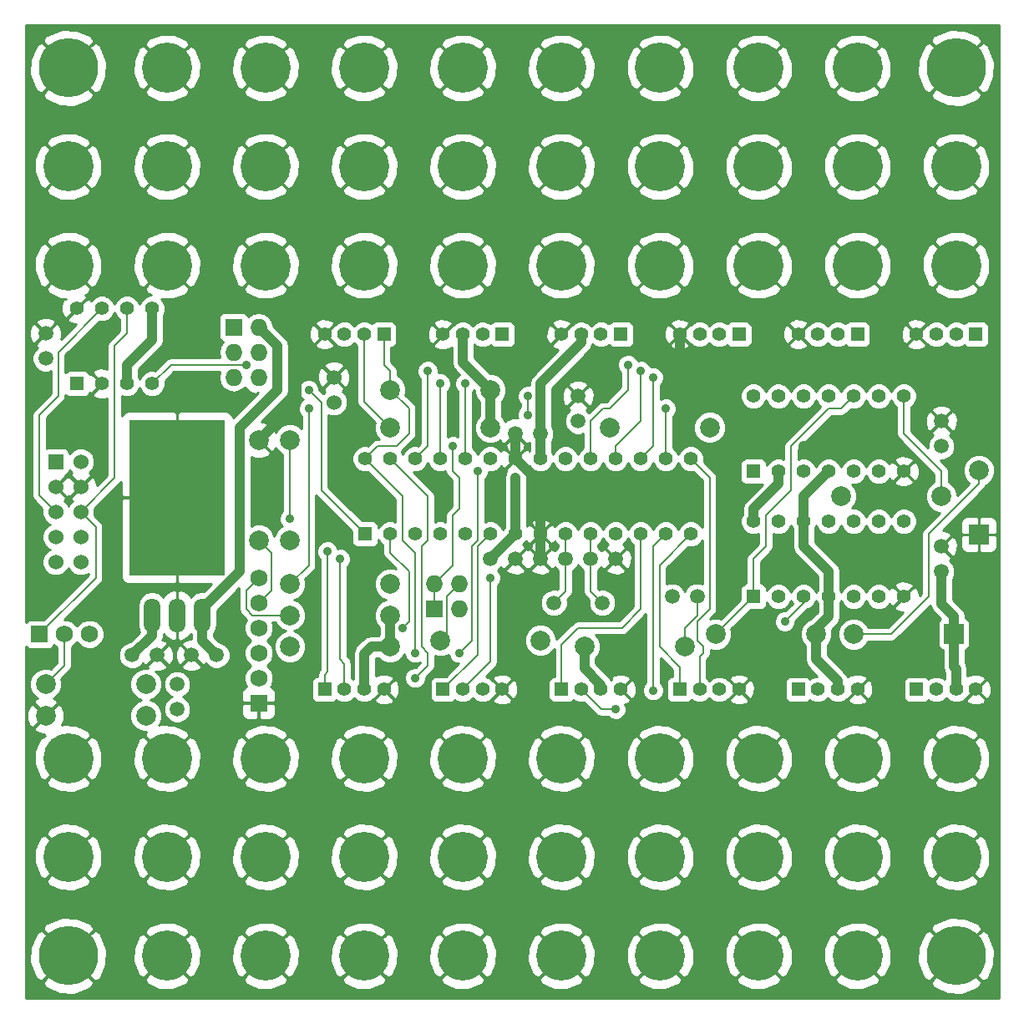
<source format=gtl>
%FSLAX36Y36*%
G04 Gerber Fmt 3.6, Leading zero omitted, Abs format (unit inch)*
G04 Created by KiCad (PCBNEW (2014-jul-16 BZR unknown)-product) date Sun 02 Nov 2014 04:51:11 PM PST*
%MOIN*%
G01*
G04 APERTURE LIST*
%ADD10C,0.003937*%
%ADD11C,0.059100*%
%ADD12C,0.078700*%
%ADD13R,0.078700X0.078700*%
%ADD14C,0.236220*%
%ADD15R,0.068000X0.068000*%
%ADD16C,0.068000*%
%ADD17R,0.060000X0.060000*%
%ADD18C,0.060000*%
%ADD19O,0.068000X0.068000*%
%ADD20O,0.066900X0.137800*%
%ADD21R,0.380000X0.620000*%
%ADD22R,0.055000X0.055000*%
%ADD23C,0.055000*%
%ADD24R,0.055118X0.055118*%
%ADD25C,0.055118*%
%ADD26C,0.200000*%
%ADD27C,0.035000*%
%ADD28C,0.040000*%
%ADD29C,0.008000*%
%ADD30C,0.010000*%
G04 APERTURE END LIST*
D10*
D11*
X2420866Y-4508858D03*
X2520866Y-4508858D03*
X2600000Y-4625000D03*
X2600000Y-4725000D03*
X2757087Y-4508858D03*
X2657087Y-4508858D03*
X4150000Y-4125000D03*
X4050000Y-4125000D03*
X4575000Y-4275000D03*
X4675000Y-4275000D03*
X4250000Y-4125000D03*
X4350000Y-4125000D03*
X4200000Y-3575000D03*
X4200000Y-3475000D03*
X2075000Y-3325000D03*
X2075000Y-3225000D03*
X4050000Y-3625000D03*
X3950000Y-3625000D03*
X3850000Y-4125000D03*
X3950000Y-4125000D03*
X5650000Y-4175000D03*
X5650000Y-4075000D03*
X5650000Y-3675000D03*
X5650000Y-3575000D03*
D12*
X5300000Y-4425000D03*
D13*
X5700000Y-4425000D03*
D14*
X2165354Y-2165354D03*
X5708661Y-2165354D03*
X2165354Y-5708661D03*
X5708661Y-5708661D03*
D15*
X2050000Y-4425000D03*
D16*
X2150000Y-4425000D03*
X2250000Y-4425000D03*
D17*
X2115354Y-3737008D03*
D18*
X2215354Y-3737008D03*
X2115354Y-3837008D03*
X2215354Y-3837008D03*
X2115354Y-3937008D03*
X2215354Y-3937008D03*
X2115354Y-4037008D03*
X2215354Y-4037008D03*
X2115354Y-4137008D03*
X2215354Y-4137008D03*
D15*
X2925000Y-4700000D03*
D16*
X2925000Y-4600000D03*
X2925000Y-4500000D03*
X2925000Y-4400000D03*
X2925000Y-4300000D03*
X2925000Y-4200000D03*
D15*
X2825000Y-3200000D03*
D19*
X2925000Y-3200000D03*
X2825000Y-3300000D03*
X2925000Y-3300000D03*
X2825000Y-3400000D03*
X2925000Y-3400000D03*
D12*
X3050000Y-4050000D03*
X3050000Y-3650000D03*
X2925000Y-3650000D03*
X2925000Y-4050000D03*
X3050000Y-4475000D03*
X3450000Y-4475000D03*
X3050000Y-4350000D03*
X3450000Y-4350000D03*
X4750000Y-4425000D03*
X5150000Y-4425000D03*
X4625000Y-4475000D03*
X4225000Y-4475000D03*
X5650000Y-3875000D03*
X5250000Y-3875000D03*
X4325000Y-3600000D03*
X4725000Y-3600000D03*
D13*
X5800000Y-4028000D03*
D12*
X5800000Y-3772000D03*
D20*
X2600000Y-4350000D03*
X2500000Y-4350000D03*
X2700000Y-4350000D03*
D21*
X2600000Y-3880000D03*
D22*
X4900000Y-4275000D03*
D23*
X5000000Y-4275000D03*
X5100000Y-4275000D03*
X5200000Y-4275000D03*
X5300000Y-4275000D03*
X5400000Y-4275000D03*
X5500000Y-4275000D03*
X5500000Y-3975000D03*
X5400000Y-3975000D03*
X5300000Y-3975000D03*
X5200000Y-3975000D03*
X5100000Y-3975000D03*
X5000000Y-3975000D03*
X4900000Y-3975000D03*
D22*
X2200000Y-3425000D03*
D23*
X2300000Y-3425000D03*
X2400000Y-3425000D03*
X2500000Y-3425000D03*
X2500000Y-3125000D03*
X2400000Y-3125000D03*
X2300000Y-3125000D03*
X2200000Y-3125000D03*
D22*
X4900000Y-3775000D03*
D23*
X5000000Y-3775000D03*
X5100000Y-3775000D03*
X5200000Y-3775000D03*
X5300000Y-3775000D03*
X5400000Y-3775000D03*
X5500000Y-3775000D03*
X5500000Y-3475000D03*
X5400000Y-3475000D03*
X5300000Y-3475000D03*
X5200000Y-3475000D03*
X5100000Y-3475000D03*
X5000000Y-3475000D03*
X4900000Y-3475000D03*
X3450000Y-4025000D03*
X3550000Y-4025000D03*
X3650000Y-4025000D03*
X3750000Y-4025000D03*
X3850000Y-4025000D03*
X3950000Y-4025000D03*
X4050000Y-4025000D03*
X4150000Y-4025000D03*
X4250000Y-4025000D03*
X4350000Y-4025000D03*
X4450000Y-4025000D03*
X4550000Y-4025000D03*
X4650000Y-4025000D03*
D22*
X3350000Y-4025000D03*
D23*
X4650000Y-3725000D03*
X4550000Y-3725000D03*
X4450000Y-3725000D03*
X4350000Y-3725000D03*
X4250000Y-3725000D03*
X4150000Y-3725000D03*
X4050000Y-3725000D03*
X3950000Y-3725000D03*
X3850000Y-3725000D03*
X3750000Y-3725000D03*
X3650000Y-3725000D03*
X3550000Y-3725000D03*
X3450000Y-3725000D03*
X3350000Y-3725000D03*
D11*
X4103900Y-4300000D03*
X4296100Y-4300000D03*
D24*
X3188976Y-4645669D03*
D25*
X3267717Y-4645669D03*
X3346457Y-4645669D03*
X3425197Y-4645669D03*
D24*
X3661417Y-4645669D03*
D25*
X3740157Y-4645669D03*
X3818898Y-4645669D03*
X3897638Y-4645669D03*
D24*
X4133858Y-4645669D03*
D25*
X4212598Y-4645669D03*
X4291339Y-4645669D03*
X4370079Y-4645669D03*
D24*
X4606299Y-4645669D03*
D25*
X4685039Y-4645669D03*
X4763780Y-4645669D03*
X4842520Y-4645669D03*
D24*
X5078740Y-4645669D03*
D25*
X5157480Y-4645669D03*
X5236220Y-4645669D03*
X5314961Y-4645669D03*
D24*
X5551181Y-4645669D03*
D25*
X5629921Y-4645669D03*
X5708661Y-4645669D03*
X5787402Y-4645669D03*
D24*
X3897638Y-3228346D03*
D25*
X3818898Y-3228346D03*
X3740157Y-3228346D03*
X3661417Y-3228346D03*
D24*
X3425197Y-3228346D03*
D25*
X3346457Y-3228346D03*
X3267717Y-3228346D03*
X3188976Y-3228346D03*
D24*
X4370079Y-3228346D03*
D25*
X4291339Y-3228346D03*
X4212598Y-3228346D03*
X4133858Y-3228346D03*
D24*
X4842520Y-3228346D03*
D25*
X4763780Y-3228346D03*
X4685039Y-3228346D03*
X4606299Y-3228346D03*
D24*
X5314961Y-3228346D03*
D25*
X5236220Y-3228346D03*
X5157480Y-3228346D03*
X5078740Y-3228346D03*
D24*
X5787402Y-3228346D03*
D25*
X5708661Y-3228346D03*
X5629921Y-3228346D03*
X5551181Y-3228346D03*
D12*
X3450000Y-3450000D03*
X3850000Y-3450000D03*
X3450000Y-3600000D03*
X3850000Y-3600000D03*
D26*
X2559055Y-2165354D03*
X2952756Y-2165354D03*
X3346457Y-2165354D03*
X3740157Y-2165354D03*
X4133858Y-2165354D03*
X4527559Y-2165354D03*
X4921260Y-2165354D03*
X5314961Y-2165354D03*
X2165354Y-2559055D03*
X2559055Y-2559055D03*
X2952756Y-2559055D03*
X3346457Y-2559055D03*
X3740157Y-2559055D03*
X4133858Y-2559055D03*
X4527559Y-2559055D03*
X4921260Y-2559055D03*
X5314961Y-2559055D03*
X5708661Y-2559055D03*
X2165354Y-2952756D03*
X2559055Y-2952756D03*
X2952756Y-2952756D03*
X3346457Y-2952756D03*
X3740157Y-2952756D03*
X4133858Y-2952756D03*
X4527559Y-2952756D03*
X4921260Y-2952756D03*
X5314961Y-2952756D03*
X5708661Y-2952756D03*
X2165354Y-4921260D03*
X2559055Y-4921260D03*
X2952756Y-4921260D03*
X3346457Y-4921260D03*
X3740157Y-4921260D03*
X4133858Y-4921260D03*
X4527559Y-4921260D03*
X4921260Y-4921260D03*
X5314961Y-4921260D03*
X5708661Y-4921260D03*
X2165354Y-5314961D03*
X2559055Y-5314961D03*
X2952756Y-5314961D03*
X3346457Y-5314961D03*
X3740157Y-5314961D03*
X4133858Y-5314961D03*
X4527559Y-5314961D03*
X4921260Y-5314961D03*
X5314961Y-5314961D03*
X5708661Y-5314961D03*
X2559055Y-5708661D03*
X2952756Y-5708661D03*
X3346457Y-5708661D03*
X3740157Y-5708661D03*
X4133858Y-5708661D03*
X4527559Y-5708661D03*
X4921260Y-5708661D03*
X5314961Y-5708661D03*
D12*
X2075000Y-4750000D03*
X2475000Y-4750000D03*
X2475000Y-4625000D03*
X2075000Y-4625000D03*
D18*
X3225000Y-3500000D03*
X3225000Y-3400000D03*
D15*
X3625000Y-4325000D03*
D19*
X3625000Y-4225000D03*
X3725000Y-4325000D03*
X3725000Y-4225000D03*
D12*
X3450000Y-4225000D03*
X3050000Y-4225000D03*
X3650000Y-4450000D03*
X4050000Y-4450000D03*
D27*
X5025000Y-4150000D03*
X4650000Y-4125000D03*
X4775000Y-4125000D03*
X4900000Y-4050000D03*
X5100000Y-3675000D03*
X4900000Y-3625000D03*
X5225000Y-3675000D03*
X3875000Y-3800000D03*
X3675000Y-3825000D03*
X3075000Y-3400000D03*
X4050000Y-4125000D03*
X3125000Y-3450000D03*
X3200000Y-4095000D03*
X3250000Y-4125000D03*
X3850000Y-4200000D03*
X4500000Y-4650000D03*
X4350000Y-4725000D03*
X3550000Y-4500000D03*
X3550000Y-4600000D03*
X3650000Y-3425000D03*
X3600000Y-3375000D03*
X4000000Y-3475000D03*
X4000000Y-3550000D03*
X3750000Y-3425000D03*
X4450000Y-3375000D03*
X3125000Y-3525000D03*
X4400000Y-3350000D03*
X4550000Y-3525000D03*
X4500000Y-3400000D03*
X3050000Y-3965000D03*
X3800000Y-3775000D03*
X2875000Y-3350000D03*
X3725000Y-4500000D03*
X5025000Y-4375000D03*
X3500000Y-4400000D03*
X3950000Y-3800000D03*
X3700000Y-3675000D03*
D28*
X4825000Y-4125000D02*
X4775000Y-4125000D01*
X4900000Y-4050000D02*
X4825000Y-4125000D01*
X5225000Y-3675000D02*
X5100000Y-3675000D01*
X4606299Y-3331299D02*
X4606299Y-3228346D01*
X4606299Y-3331299D02*
X4900000Y-3625000D01*
X2925000Y-3650000D02*
X3075000Y-3500000D01*
X3075000Y-3500000D02*
X3075000Y-3400000D01*
X3950000Y-3725000D02*
X4050000Y-3825000D01*
X4050000Y-3825000D02*
X4050000Y-4025000D01*
X4050000Y-4125000D02*
X4050000Y-4025000D01*
X3950000Y-3725000D02*
X3950000Y-3625000D01*
X2500000Y-4429724D02*
X2500000Y-4350000D01*
X2420866Y-4508858D02*
X2500000Y-4429724D01*
D29*
X4150000Y-4125000D02*
X4150000Y-4025000D01*
X4103900Y-4300000D02*
X4150000Y-4253900D01*
X4150000Y-4253900D02*
X4150000Y-4125000D01*
X3125000Y-3450000D02*
X3175000Y-3500000D01*
X3175000Y-3500000D02*
X3175000Y-3850000D01*
X5800000Y-3772000D02*
X5800000Y-3825000D01*
X5800000Y-3825000D02*
X5600000Y-4025000D01*
X4625000Y-4475000D02*
X4625000Y-4400000D01*
X4625000Y-4400000D02*
X4675000Y-4350000D01*
X4675000Y-4350000D02*
X4675000Y-4275000D01*
X5300000Y-4425000D02*
X5450000Y-4425000D01*
X5450000Y-4425000D02*
X5600000Y-4275000D01*
X5600000Y-4275000D02*
X5600000Y-4025000D01*
X3350000Y-4025000D02*
X3175000Y-3850000D01*
X4250000Y-4125000D02*
X4250000Y-4025000D01*
X4296100Y-4300000D02*
X4250000Y-4253900D01*
X4250000Y-4253900D02*
X4250000Y-4125000D01*
X2050000Y-4425000D02*
X2275000Y-4200000D01*
X2275000Y-3996654D02*
X2215354Y-3937008D01*
X2275000Y-4200000D02*
X2275000Y-3996654D01*
X2400000Y-3125000D02*
X2400000Y-3225000D01*
X2350000Y-3802362D02*
X2215354Y-3937008D01*
X2350000Y-3275000D02*
X2350000Y-3802362D01*
X2400000Y-3225000D02*
X2350000Y-3275000D01*
X2075000Y-4625000D02*
X2150000Y-4550000D01*
X2150000Y-4550000D02*
X2150000Y-4425000D01*
X2300000Y-3125000D02*
X2125000Y-3300000D01*
X2050000Y-3871654D02*
X2115354Y-3937008D01*
X2050000Y-3550000D02*
X2050000Y-3871654D01*
X2125000Y-3475000D02*
X2050000Y-3550000D01*
X2125000Y-3300000D02*
X2125000Y-3475000D01*
X2925000Y-4300000D02*
X2975000Y-4250000D01*
X2975000Y-4100000D02*
X2925000Y-4050000D01*
X2975000Y-4250000D02*
X2975000Y-4100000D01*
X3050000Y-4350000D02*
X2900000Y-4350000D01*
X2875000Y-4250000D02*
X2925000Y-4200000D01*
X2875000Y-4325000D02*
X2875000Y-4250000D01*
X2900000Y-4350000D02*
X2875000Y-4325000D01*
X3188976Y-4645669D02*
X3188976Y-4586024D01*
X3200000Y-4575000D02*
X3200000Y-4095000D01*
X3188976Y-4586024D02*
X3200000Y-4575000D01*
X3267717Y-4645669D02*
X3267717Y-4542717D01*
X3250000Y-4525000D02*
X3250000Y-4125000D01*
X3267717Y-4542717D02*
X3250000Y-4525000D01*
X3661417Y-4645669D02*
X3800000Y-4507087D01*
X3800000Y-4507087D02*
X3800000Y-4075000D01*
X3800000Y-4075000D02*
X3850000Y-4025000D01*
X3740157Y-4645669D02*
X3850000Y-4535827D01*
X3850000Y-4535827D02*
X3850000Y-4200000D01*
X4133858Y-4645669D02*
X4133858Y-4466142D01*
X4450000Y-4325000D02*
X4450000Y-4025000D01*
X4375000Y-4400000D02*
X4450000Y-4325000D01*
X4200000Y-4400000D02*
X4375000Y-4400000D01*
X4133858Y-4466142D02*
X4200000Y-4400000D01*
X4212598Y-4645669D02*
X4291929Y-4725000D01*
X4500000Y-4650000D02*
X4500000Y-4075000D01*
X4291929Y-4725000D02*
X4350000Y-4725000D01*
X4500000Y-4075000D02*
X4550000Y-4025000D01*
X4606299Y-4645669D02*
X4606299Y-4556299D01*
X4525000Y-4150000D02*
X4650000Y-4025000D01*
X4525000Y-4475000D02*
X4525000Y-4150000D01*
X4606299Y-4556299D02*
X4525000Y-4475000D01*
X4650000Y-3725000D02*
X4725000Y-3800000D01*
X4685039Y-4514961D02*
X4685039Y-4645669D01*
X4700000Y-4500000D02*
X4685039Y-4514961D01*
X4700000Y-4475000D02*
X4700000Y-4500000D01*
X4675000Y-4450000D02*
X4700000Y-4475000D01*
X4675000Y-4375000D02*
X4675000Y-4450000D01*
X4725000Y-4325000D02*
X4675000Y-4375000D01*
X4725000Y-3800000D02*
X4725000Y-4325000D01*
X3500000Y-3875000D02*
X3500000Y-4050000D01*
X3550000Y-4100000D02*
X3550000Y-4500000D01*
X3500000Y-4050000D02*
X3550000Y-4100000D01*
X3350000Y-3725000D02*
X3500000Y-3875000D01*
X3350000Y-3725000D02*
X3400000Y-3675000D01*
X3400000Y-3675000D02*
X3475000Y-3675000D01*
X3475000Y-3675000D02*
X3525000Y-3625000D01*
X3525000Y-3625000D02*
X3525000Y-3525000D01*
X3525000Y-3525000D02*
X3450000Y-3450000D01*
X3450000Y-3450000D02*
X3450000Y-3375000D01*
X3425197Y-3350197D02*
X3425197Y-3228346D01*
X3450000Y-3375000D02*
X3425197Y-3350197D01*
X3450000Y-3600000D02*
X3346457Y-3496457D01*
X3346457Y-3496457D02*
X3346457Y-3228346D01*
X3600000Y-4500000D02*
X3575000Y-4475000D01*
X3575000Y-4075000D02*
X3600000Y-4050000D01*
X3575000Y-4475000D02*
X3575000Y-4075000D01*
X3450000Y-3725000D02*
X3600000Y-3875000D01*
X3600000Y-3875000D02*
X3600000Y-4050000D01*
X3600000Y-4550000D02*
X3550000Y-4600000D01*
X3600000Y-4500000D02*
X3600000Y-4550000D01*
X3650000Y-3425000D02*
X3650000Y-3725000D01*
X3550000Y-3725000D02*
X3600000Y-3675000D01*
X3600000Y-3675000D02*
X3600000Y-3375000D01*
X4000000Y-3550000D02*
X4000000Y-3475000D01*
X3750000Y-3725000D02*
X3750000Y-3425000D01*
X4450000Y-3575000D02*
X4350000Y-3675000D01*
X4450000Y-3375000D02*
X4450000Y-3575000D01*
X4350000Y-3725000D02*
X4350000Y-3675000D01*
X3050000Y-4225000D02*
X3125000Y-4150000D01*
X3125000Y-4150000D02*
X3125000Y-3525000D01*
X4400000Y-3450000D02*
X4325000Y-3525000D01*
X4400000Y-3350000D02*
X4400000Y-3450000D01*
X4250000Y-3725000D02*
X4250000Y-3575000D01*
X4300000Y-3525000D02*
X4325000Y-3525000D01*
X4250000Y-3575000D02*
X4300000Y-3525000D01*
X4550000Y-3525000D02*
X4550000Y-3725000D01*
X4450000Y-3725000D02*
X4500000Y-3675000D01*
X4500000Y-3675000D02*
X4500000Y-3400000D01*
X3050000Y-3965000D02*
X3050000Y-3650000D01*
X3800000Y-4050000D02*
X3775000Y-4075000D01*
X3800000Y-3775000D02*
X3800000Y-4050000D01*
X2575000Y-3350000D02*
X2875000Y-3350000D01*
X2500000Y-3425000D02*
X2575000Y-3350000D01*
X3775000Y-4450000D02*
X3725000Y-4500000D01*
X3775000Y-4075000D02*
X3775000Y-4450000D01*
X5250000Y-3525000D02*
X5200000Y-3525000D01*
X5050000Y-3675000D02*
X5050000Y-3850000D01*
X5200000Y-3525000D02*
X5050000Y-3675000D01*
X4900000Y-4275000D02*
X4900000Y-4125000D01*
X4950000Y-3950000D02*
X5050000Y-3850000D01*
X4950000Y-4075000D02*
X4950000Y-3950000D01*
X4900000Y-4125000D02*
X4950000Y-4075000D01*
X5250000Y-3525000D02*
X5300000Y-3475000D01*
X4750000Y-4425000D02*
X4900000Y-4275000D01*
X5650000Y-3875000D02*
X5650000Y-3775000D01*
X5500000Y-3625000D02*
X5500000Y-3475000D01*
X5650000Y-3775000D02*
X5500000Y-3625000D01*
X3450000Y-4025000D02*
X3450000Y-4100000D01*
X3450000Y-4100000D02*
X3525000Y-4175000D01*
X3525000Y-4175000D02*
X3525000Y-4375000D01*
X5025000Y-4375000D02*
X5100000Y-4300000D01*
X5100000Y-4300000D02*
X5100000Y-4275000D01*
X3500000Y-4400000D02*
X3525000Y-4375000D01*
D28*
X3850000Y-3450000D02*
X3850000Y-3600000D01*
X3450000Y-4475000D02*
X3450000Y-4350000D01*
X3346457Y-4645669D02*
X3346457Y-4503543D01*
X3375000Y-4475000D02*
X3450000Y-4475000D01*
X3346457Y-4503543D02*
X3375000Y-4475000D01*
X4900000Y-3975000D02*
X4900000Y-3925000D01*
X5000000Y-3825000D02*
X5000000Y-3775000D01*
X4900000Y-3925000D02*
X5000000Y-3825000D01*
X5200000Y-3775000D02*
X5100000Y-3875000D01*
X5100000Y-3875000D02*
X5100000Y-3975000D01*
X3950000Y-3800000D02*
X3950000Y-4025000D01*
X5100000Y-3975000D02*
X5100000Y-4075000D01*
X5100000Y-4075000D02*
X5200000Y-4175000D01*
X5200000Y-4175000D02*
X5200000Y-4275000D01*
X4212598Y-3228346D02*
X4212598Y-3262402D01*
X4050000Y-3425000D02*
X4050000Y-3625000D01*
X4212598Y-3262402D02*
X4050000Y-3425000D01*
X3850000Y-4125000D02*
X3950000Y-4025000D01*
X4291339Y-4645669D02*
X4291339Y-4626339D01*
X4291339Y-4626339D02*
X4225000Y-4560000D01*
X4225000Y-4560000D02*
X4225000Y-4475000D01*
X5700000Y-4425000D02*
X5700000Y-4355000D01*
X5650000Y-4305000D02*
X5650000Y-4175000D01*
X5700000Y-4355000D02*
X5650000Y-4305000D01*
X5708661Y-4645669D02*
X5708661Y-4563661D01*
X5700000Y-4555000D02*
X5700000Y-4425000D01*
X5708661Y-4563661D02*
X5700000Y-4555000D01*
X5150000Y-4425000D02*
X5150000Y-4405000D01*
X5150000Y-4405000D02*
X5200000Y-4355000D01*
X5200000Y-4355000D02*
X5200000Y-4275000D01*
X5236220Y-4645669D02*
X5236220Y-4611220D01*
X5150000Y-4525000D02*
X5150000Y-4425000D01*
X5236220Y-4611220D02*
X5150000Y-4525000D01*
X4050000Y-3725000D02*
X4050000Y-3625000D01*
X3850000Y-3450000D02*
X3740157Y-3340157D01*
X3740157Y-3340157D02*
X3740157Y-3228346D01*
X2400000Y-3425000D02*
X2400000Y-3350000D01*
X2500000Y-3250000D02*
X2500000Y-3125000D01*
X2400000Y-3350000D02*
X2500000Y-3250000D01*
X2700000Y-4350000D02*
X2700000Y-4325000D01*
X2700000Y-4325000D02*
X2850000Y-4175000D01*
X3000000Y-3275000D02*
X2925000Y-3200000D01*
X3000000Y-3450000D02*
X3000000Y-3275000D01*
X2850000Y-3600000D02*
X3000000Y-3450000D01*
X2850000Y-4175000D02*
X2850000Y-3600000D01*
X2700000Y-4451772D02*
X2700000Y-4350000D01*
X2757087Y-4508858D02*
X2700000Y-4451772D01*
D29*
X3700000Y-4150000D02*
X3625000Y-4225000D01*
X3700000Y-3950000D02*
X3700000Y-4150000D01*
X3725000Y-3925000D02*
X3700000Y-3950000D01*
X3725000Y-3800000D02*
X3725000Y-3925000D01*
X3700000Y-3775000D02*
X3725000Y-3800000D01*
X3700000Y-3675000D02*
X3700000Y-3775000D01*
X3625000Y-4325000D02*
X3625000Y-4225000D01*
X3650000Y-4450000D02*
X3675000Y-4425000D01*
X3675000Y-4425000D02*
X3675000Y-4275000D01*
X3675000Y-4275000D02*
X3725000Y-4225000D01*
D30*
G36*
X2371000Y-3212988D02*
X2329494Y-3254494D01*
X2323207Y-3263902D01*
X2321000Y-3275000D01*
X2321000Y-3365949D01*
X2313902Y-3362810D01*
X2289045Y-3362224D01*
X2265855Y-3371195D01*
X2263357Y-3372864D01*
X2261841Y-3385427D01*
X2300000Y-3423586D01*
X2300557Y-3423029D01*
X2301971Y-3424443D01*
X2301414Y-3425000D01*
X2301971Y-3425557D01*
X2300557Y-3426971D01*
X2300000Y-3426414D01*
X2261841Y-3464573D01*
X2263357Y-3477136D01*
X2286098Y-3487190D01*
X2310955Y-3487776D01*
X2321000Y-3483890D01*
X2321000Y-3790350D01*
X2280523Y-3830827D01*
X2280648Y-3825654D01*
X2271333Y-3801531D01*
X2269552Y-3798867D01*
X2256730Y-3797046D01*
X2216769Y-3837008D01*
X2217325Y-3837565D01*
X2215911Y-3838979D01*
X2215354Y-3838422D01*
X2213940Y-3839836D01*
X2213940Y-3837008D01*
X2173978Y-3797046D01*
X2165354Y-3798271D01*
X2156730Y-3797046D01*
X2116769Y-3837008D01*
X2156730Y-3876970D01*
X2165354Y-3875745D01*
X2173978Y-3876970D01*
X2213940Y-3837008D01*
X2213940Y-3839836D01*
X2175392Y-3878384D01*
X2177213Y-3891206D01*
X2181490Y-3893100D01*
X2168755Y-3905812D01*
X2165356Y-3913997D01*
X2162008Y-3905894D01*
X2149599Y-3893462D01*
X2150831Y-3892986D01*
X2153495Y-3891206D01*
X2155316Y-3878384D01*
X2115354Y-3838422D01*
X2114798Y-3838979D01*
X2113383Y-3837565D01*
X2113940Y-3837008D01*
X2113383Y-3836451D01*
X2114798Y-3835037D01*
X2115354Y-3835594D01*
X2155316Y-3795632D01*
X2154553Y-3790257D01*
X2159516Y-3788202D01*
X2166548Y-3781169D01*
X2170354Y-3771981D01*
X2170354Y-3769779D01*
X2181110Y-3780554D01*
X2179878Y-3781029D01*
X2177213Y-3782810D01*
X2175392Y-3795632D01*
X2215354Y-3835594D01*
X2255316Y-3795632D01*
X2253495Y-3782810D01*
X2249219Y-3780916D01*
X2261954Y-3768204D01*
X2270345Y-3747996D01*
X2270364Y-3726116D01*
X2262008Y-3705894D01*
X2246550Y-3690408D01*
X2226343Y-3682017D01*
X2204462Y-3681998D01*
X2184240Y-3690354D01*
X2170354Y-3704215D01*
X2170354Y-3702035D01*
X2166548Y-3692847D01*
X2159516Y-3685814D01*
X2150327Y-3682008D01*
X2140382Y-3682008D01*
X2080382Y-3682008D01*
X2079000Y-3682580D01*
X2079000Y-3562012D01*
X2145506Y-3495506D01*
X2151793Y-3486098D01*
X2151793Y-3486098D01*
X2154000Y-3475000D01*
X2154000Y-3469355D01*
X2158339Y-3473694D01*
X2167527Y-3477500D01*
X2177473Y-3477500D01*
X2232473Y-3477500D01*
X2241661Y-3473694D01*
X2248694Y-3466661D01*
X2250634Y-3461977D01*
X2260427Y-3463159D01*
X2298586Y-3425000D01*
X2260427Y-3386841D01*
X2250634Y-3388023D01*
X2248694Y-3383339D01*
X2241661Y-3376306D01*
X2232473Y-3372500D01*
X2222527Y-3372500D01*
X2167527Y-3372500D01*
X2158339Y-3376306D01*
X2154000Y-3380645D01*
X2154000Y-3312012D01*
X2288812Y-3177200D01*
X2289511Y-3177491D01*
X2310397Y-3177509D01*
X2329700Y-3169533D01*
X2344481Y-3154778D01*
X2350004Y-3141478D01*
X2355467Y-3154700D01*
X2370222Y-3169481D01*
X2371000Y-3169804D01*
X2371000Y-3212988D01*
X2371000Y-3212988D01*
G37*
X2371000Y-3212988D02*
X2329494Y-3254494D01*
X2323207Y-3263902D01*
X2321000Y-3275000D01*
X2321000Y-3365949D01*
X2313902Y-3362810D01*
X2289045Y-3362224D01*
X2265855Y-3371195D01*
X2263357Y-3372864D01*
X2261841Y-3385427D01*
X2300000Y-3423586D01*
X2300557Y-3423029D01*
X2301971Y-3424443D01*
X2301414Y-3425000D01*
X2301971Y-3425557D01*
X2300557Y-3426971D01*
X2300000Y-3426414D01*
X2261841Y-3464573D01*
X2263357Y-3477136D01*
X2286098Y-3487190D01*
X2310955Y-3487776D01*
X2321000Y-3483890D01*
X2321000Y-3790350D01*
X2280523Y-3830827D01*
X2280648Y-3825654D01*
X2271333Y-3801531D01*
X2269552Y-3798867D01*
X2256730Y-3797046D01*
X2216769Y-3837008D01*
X2217325Y-3837565D01*
X2215911Y-3838979D01*
X2215354Y-3838422D01*
X2213940Y-3839836D01*
X2213940Y-3837008D01*
X2173978Y-3797046D01*
X2165354Y-3798271D01*
X2156730Y-3797046D01*
X2116769Y-3837008D01*
X2156730Y-3876970D01*
X2165354Y-3875745D01*
X2173978Y-3876970D01*
X2213940Y-3837008D01*
X2213940Y-3839836D01*
X2175392Y-3878384D01*
X2177213Y-3891206D01*
X2181490Y-3893100D01*
X2168755Y-3905812D01*
X2165356Y-3913997D01*
X2162008Y-3905894D01*
X2149599Y-3893462D01*
X2150831Y-3892986D01*
X2153495Y-3891206D01*
X2155316Y-3878384D01*
X2115354Y-3838422D01*
X2114798Y-3838979D01*
X2113383Y-3837565D01*
X2113940Y-3837008D01*
X2113383Y-3836451D01*
X2114798Y-3835037D01*
X2115354Y-3835594D01*
X2155316Y-3795632D01*
X2154553Y-3790257D01*
X2159516Y-3788202D01*
X2166548Y-3781169D01*
X2170354Y-3771981D01*
X2170354Y-3769779D01*
X2181110Y-3780554D01*
X2179878Y-3781029D01*
X2177213Y-3782810D01*
X2175392Y-3795632D01*
X2215354Y-3835594D01*
X2255316Y-3795632D01*
X2253495Y-3782810D01*
X2249219Y-3780916D01*
X2261954Y-3768204D01*
X2270345Y-3747996D01*
X2270364Y-3726116D01*
X2262008Y-3705894D01*
X2246550Y-3690408D01*
X2226343Y-3682017D01*
X2204462Y-3681998D01*
X2184240Y-3690354D01*
X2170354Y-3704215D01*
X2170354Y-3702035D01*
X2166548Y-3692847D01*
X2159516Y-3685814D01*
X2150327Y-3682008D01*
X2140382Y-3682008D01*
X2080382Y-3682008D01*
X2079000Y-3682580D01*
X2079000Y-3562012D01*
X2145506Y-3495506D01*
X2151793Y-3486098D01*
X2151793Y-3486098D01*
X2154000Y-3475000D01*
X2154000Y-3469355D01*
X2158339Y-3473694D01*
X2167527Y-3477500D01*
X2177473Y-3477500D01*
X2232473Y-3477500D01*
X2241661Y-3473694D01*
X2248694Y-3466661D01*
X2250634Y-3461977D01*
X2260427Y-3463159D01*
X2298586Y-3425000D01*
X2260427Y-3386841D01*
X2250634Y-3388023D01*
X2248694Y-3383339D01*
X2241661Y-3376306D01*
X2232473Y-3372500D01*
X2222527Y-3372500D01*
X2167527Y-3372500D01*
X2158339Y-3376306D01*
X2154000Y-3380645D01*
X2154000Y-3312012D01*
X2288812Y-3177200D01*
X2289511Y-3177491D01*
X2310397Y-3177509D01*
X2329700Y-3169533D01*
X2344481Y-3154778D01*
X2350004Y-3141478D01*
X2355467Y-3154700D01*
X2370222Y-3169481D01*
X2371000Y-3169804D01*
X2371000Y-3212988D01*
G36*
X2926787Y-3401000D02*
X2926000Y-3401000D01*
X2926000Y-3401787D01*
X2924000Y-3401787D01*
X2924000Y-3401000D01*
X2923213Y-3401000D01*
X2923213Y-3399000D01*
X2924000Y-3399000D01*
X2924000Y-3398213D01*
X2926000Y-3398213D01*
X2926000Y-3399000D01*
X2926787Y-3399000D01*
X2926787Y-3401000D01*
X2926787Y-3401000D01*
G37*
X2926787Y-3401000D02*
X2926000Y-3401000D01*
X2926000Y-3401787D01*
X2924000Y-3401787D01*
X2924000Y-3401000D01*
X2923213Y-3401000D01*
X2923213Y-3399000D01*
X2924000Y-3399000D01*
X2924000Y-3398213D01*
X2926000Y-3398213D01*
X2926000Y-3399000D01*
X2926787Y-3399000D01*
X2926787Y-3401000D01*
G36*
X3696000Y-3912988D02*
X3679494Y-3929494D01*
X3673207Y-3938902D01*
X3671000Y-3950000D01*
X3671000Y-3976874D01*
X3660489Y-3972509D01*
X3639603Y-3972491D01*
X3629000Y-3976872D01*
X3629000Y-3875000D01*
X3626793Y-3863902D01*
X3626793Y-3863902D01*
X3620506Y-3854494D01*
X3543507Y-3777494D01*
X3560397Y-3777509D01*
X3579700Y-3769533D01*
X3594481Y-3754778D01*
X3600004Y-3741478D01*
X3605467Y-3754700D01*
X3620222Y-3769481D01*
X3639511Y-3777491D01*
X3660397Y-3777509D01*
X3671000Y-3773128D01*
X3671000Y-3775000D01*
X3673207Y-3786098D01*
X3679494Y-3795506D01*
X3696000Y-3812012D01*
X3696000Y-3912988D01*
X3696000Y-3912988D01*
G37*
X3696000Y-3912988D02*
X3679494Y-3929494D01*
X3673207Y-3938902D01*
X3671000Y-3950000D01*
X3671000Y-3976874D01*
X3660489Y-3972509D01*
X3639603Y-3972491D01*
X3629000Y-3976872D01*
X3629000Y-3875000D01*
X3626793Y-3863902D01*
X3626793Y-3863902D01*
X3620506Y-3854494D01*
X3543507Y-3777494D01*
X3560397Y-3777509D01*
X3579700Y-3769533D01*
X3594481Y-3754778D01*
X3600004Y-3741478D01*
X3605467Y-3754700D01*
X3620222Y-3769481D01*
X3639511Y-3777491D01*
X3660397Y-3777509D01*
X3671000Y-3773128D01*
X3671000Y-3775000D01*
X3673207Y-3786098D01*
X3679494Y-3795506D01*
X3696000Y-3812012D01*
X3696000Y-3912988D01*
G36*
X4696000Y-4224654D02*
X4685898Y-4220459D01*
X4664197Y-4220441D01*
X4644140Y-4228728D01*
X4628782Y-4244060D01*
X4625001Y-4253165D01*
X4621272Y-4244140D01*
X4605940Y-4228782D01*
X4585898Y-4220459D01*
X4564197Y-4220441D01*
X4554000Y-4224654D01*
X4554000Y-4162012D01*
X4638812Y-4077200D01*
X4639511Y-4077491D01*
X4660397Y-4077509D01*
X4679700Y-4069533D01*
X4694481Y-4054778D01*
X4696000Y-4051120D01*
X4696000Y-4224654D01*
X4696000Y-4224654D01*
G37*
X4696000Y-4224654D02*
X4685898Y-4220459D01*
X4664197Y-4220441D01*
X4644140Y-4228728D01*
X4628782Y-4244060D01*
X4625001Y-4253165D01*
X4621272Y-4244140D01*
X4605940Y-4228782D01*
X4585898Y-4220459D01*
X4564197Y-4220441D01*
X4554000Y-4224654D01*
X4554000Y-4162012D01*
X4638812Y-4077200D01*
X4639511Y-4077491D01*
X4660397Y-4077509D01*
X4679700Y-4069533D01*
X4694481Y-4054778D01*
X4696000Y-4051120D01*
X4696000Y-4224654D01*
G36*
X5155000Y-4246471D02*
X5149996Y-4258521D01*
X5144533Y-4245300D01*
X5129778Y-4230519D01*
X5110489Y-4222509D01*
X5089603Y-4222491D01*
X5070300Y-4230467D01*
X5055519Y-4245222D01*
X5049996Y-4258521D01*
X5044533Y-4245300D01*
X5029778Y-4230519D01*
X5010489Y-4222509D01*
X4989603Y-4222491D01*
X4970300Y-4230467D01*
X4955519Y-4245222D01*
X4952500Y-4252492D01*
X4952500Y-4242527D01*
X4948694Y-4233339D01*
X4941661Y-4226306D01*
X4932473Y-4222500D01*
X4929000Y-4222500D01*
X4929000Y-4137012D01*
X4970506Y-4095506D01*
X4976793Y-4086098D01*
X4979000Y-4075000D01*
X4979000Y-4023126D01*
X4989511Y-4027491D01*
X5010397Y-4027509D01*
X5029700Y-4019533D01*
X5044481Y-4004778D01*
X5050004Y-3991478D01*
X5055000Y-4003571D01*
X5055000Y-4075000D01*
X5058425Y-4092221D01*
X5068180Y-4106820D01*
X5155000Y-4193640D01*
X5155000Y-4246471D01*
X5155000Y-4246471D01*
G37*
X5155000Y-4246471D02*
X5149996Y-4258521D01*
X5144533Y-4245300D01*
X5129778Y-4230519D01*
X5110489Y-4222509D01*
X5089603Y-4222491D01*
X5070300Y-4230467D01*
X5055519Y-4245222D01*
X5049996Y-4258521D01*
X5044533Y-4245300D01*
X5029778Y-4230519D01*
X5010489Y-4222509D01*
X4989603Y-4222491D01*
X4970300Y-4230467D01*
X4955519Y-4245222D01*
X4952500Y-4252492D01*
X4952500Y-4242527D01*
X4948694Y-4233339D01*
X4941661Y-4226306D01*
X4932473Y-4222500D01*
X4929000Y-4222500D01*
X4929000Y-4137012D01*
X4970506Y-4095506D01*
X4976793Y-4086098D01*
X4979000Y-4075000D01*
X4979000Y-4023126D01*
X4989511Y-4027491D01*
X5010397Y-4027509D01*
X5029700Y-4019533D01*
X5044481Y-4004778D01*
X5050004Y-3991478D01*
X5055000Y-4003571D01*
X5055000Y-4075000D01*
X5058425Y-4092221D01*
X5068180Y-4106820D01*
X5155000Y-4193640D01*
X5155000Y-4246471D01*
G36*
X5878543Y-5878543D02*
X5874350Y-5878543D01*
X5874350Y-4074312D01*
X5874350Y-4037750D01*
X5874350Y-4018250D01*
X5874350Y-3981688D01*
X5869022Y-3968824D01*
X5859176Y-3958978D01*
X5846312Y-3953650D01*
X5832388Y-3953650D01*
X5809750Y-3953650D01*
X5801000Y-3962400D01*
X5801000Y-4027000D01*
X5865600Y-4027000D01*
X5874350Y-4018250D01*
X5874350Y-4037750D01*
X5865600Y-4029000D01*
X5801000Y-4029000D01*
X5801000Y-4093600D01*
X5809750Y-4102350D01*
X5832388Y-4102350D01*
X5846312Y-4102350D01*
X5859176Y-4097022D01*
X5869022Y-4087176D01*
X5874350Y-4074312D01*
X5874350Y-5878543D01*
X5862690Y-5878543D01*
X5862690Y-5683253D01*
X5850237Y-5650153D01*
X5850237Y-4634705D01*
X5841258Y-4611493D01*
X5839586Y-4608991D01*
X5827018Y-4607467D01*
X5788816Y-4645669D01*
X5827018Y-4683871D01*
X5839586Y-4682347D01*
X5849650Y-4659585D01*
X5850237Y-4634705D01*
X5850237Y-5650153D01*
X5844452Y-5634775D01*
X5844452Y-5292441D01*
X5844452Y-4898740D01*
X5825603Y-4848771D01*
X5825603Y-4685285D01*
X5787402Y-4647084D01*
X5749200Y-4685285D01*
X5750724Y-4697854D01*
X5773486Y-4707917D01*
X5798366Y-4708504D01*
X5821578Y-4699525D01*
X5824080Y-4697854D01*
X5825603Y-4685285D01*
X5825603Y-4848771D01*
X5825497Y-4848490D01*
X5820603Y-4841165D01*
X5800508Y-4830827D01*
X5799094Y-4832242D01*
X5799094Y-4829413D01*
X5788756Y-4809318D01*
X5739821Y-4787188D01*
X5686142Y-4785470D01*
X5635891Y-4804424D01*
X5628567Y-4809318D01*
X5618229Y-4829413D01*
X5708661Y-4919846D01*
X5799094Y-4829413D01*
X5799094Y-4832242D01*
X5710076Y-4921260D01*
X5800508Y-5011692D01*
X5820603Y-5001354D01*
X5842733Y-4952419D01*
X5844452Y-4898740D01*
X5844452Y-5292441D01*
X5825497Y-5242191D01*
X5820603Y-5234866D01*
X5800508Y-5224528D01*
X5799094Y-5225942D01*
X5799094Y-5223114D01*
X5799094Y-5013107D01*
X5708661Y-4922674D01*
X5707247Y-4924088D01*
X5707247Y-4921260D01*
X5616815Y-4830827D01*
X5596720Y-4841165D01*
X5574590Y-4890101D01*
X5572871Y-4943779D01*
X5591826Y-4994030D01*
X5596720Y-5001354D01*
X5616815Y-5011692D01*
X5707247Y-4921260D01*
X5707247Y-4924088D01*
X5618229Y-5013107D01*
X5628567Y-5033202D01*
X5677502Y-5055331D01*
X5731181Y-5057050D01*
X5781431Y-5038096D01*
X5788756Y-5033202D01*
X5799094Y-5013107D01*
X5799094Y-5223114D01*
X5788756Y-5203019D01*
X5739821Y-5180889D01*
X5686142Y-5179170D01*
X5635891Y-5198125D01*
X5628567Y-5203019D01*
X5618229Y-5223114D01*
X5708661Y-5313546D01*
X5799094Y-5223114D01*
X5799094Y-5225942D01*
X5710076Y-5314961D01*
X5800508Y-5405393D01*
X5820603Y-5395055D01*
X5842733Y-5346120D01*
X5844452Y-5292441D01*
X5844452Y-5634775D01*
X5841242Y-5626243D01*
X5835542Y-5617713D01*
X5813565Y-5605172D01*
X5812151Y-5606586D01*
X5812151Y-5603758D01*
X5799610Y-5581781D01*
X5799094Y-5581547D01*
X5799094Y-5406807D01*
X5708661Y-5316375D01*
X5707247Y-5317789D01*
X5707247Y-5314961D01*
X5616815Y-5224528D01*
X5596720Y-5234866D01*
X5574590Y-5283801D01*
X5572871Y-5337480D01*
X5591826Y-5387731D01*
X5596720Y-5395055D01*
X5616815Y-5405393D01*
X5707247Y-5314961D01*
X5707247Y-5317789D01*
X5618229Y-5406807D01*
X5628567Y-5426902D01*
X5677502Y-5449032D01*
X5731181Y-5450751D01*
X5781431Y-5431797D01*
X5788756Y-5426902D01*
X5799094Y-5406807D01*
X5799094Y-5581547D01*
X5744131Y-5556635D01*
X5683253Y-5554633D01*
X5626243Y-5576081D01*
X5617713Y-5581781D01*
X5605172Y-5603758D01*
X5708661Y-5707247D01*
X5812151Y-5603758D01*
X5812151Y-5606586D01*
X5710076Y-5708661D01*
X5813565Y-5812151D01*
X5835542Y-5799610D01*
X5860688Y-5744131D01*
X5862690Y-5683253D01*
X5862690Y-5878543D01*
X5812151Y-5878543D01*
X5812151Y-5813565D01*
X5708661Y-5710076D01*
X5707247Y-5711490D01*
X5707247Y-5708661D01*
X5603758Y-5605172D01*
X5581781Y-5617713D01*
X5556635Y-5673191D01*
X5554633Y-5734070D01*
X5576081Y-5791080D01*
X5581781Y-5799610D01*
X5603758Y-5812151D01*
X5707247Y-5708661D01*
X5707247Y-5711490D01*
X5605172Y-5813565D01*
X5617713Y-5835542D01*
X5673191Y-5860688D01*
X5734070Y-5862690D01*
X5791080Y-5841242D01*
X5799610Y-5835542D01*
X5812151Y-5813565D01*
X5812151Y-5878543D01*
X5450751Y-5878543D01*
X5450751Y-5686142D01*
X5450751Y-5292441D01*
X5450751Y-4898740D01*
X5431797Y-4848490D01*
X5426902Y-4841165D01*
X5406807Y-4830827D01*
X5405393Y-4832242D01*
X5405393Y-4829413D01*
X5395055Y-4809318D01*
X5377796Y-4801513D01*
X5377796Y-4634705D01*
X5368817Y-4611493D01*
X5367145Y-4608991D01*
X5354577Y-4607467D01*
X5316375Y-4645669D01*
X5354577Y-4683871D01*
X5367145Y-4682347D01*
X5377209Y-4659585D01*
X5377796Y-4634705D01*
X5377796Y-4801513D01*
X5353162Y-4790373D01*
X5353162Y-4685285D01*
X5314961Y-4647084D01*
X5276759Y-4685285D01*
X5278283Y-4697854D01*
X5301045Y-4707917D01*
X5325925Y-4708504D01*
X5349137Y-4699525D01*
X5351639Y-4697854D01*
X5353162Y-4685285D01*
X5353162Y-4790373D01*
X5346120Y-4787188D01*
X5292441Y-4785470D01*
X5242191Y-4804424D01*
X5234866Y-4809318D01*
X5224528Y-4829413D01*
X5314961Y-4919846D01*
X5405393Y-4829413D01*
X5405393Y-4832242D01*
X5316375Y-4921260D01*
X5406807Y-5011692D01*
X5426902Y-5001354D01*
X5449032Y-4952419D01*
X5450751Y-4898740D01*
X5450751Y-5292441D01*
X5431797Y-5242191D01*
X5426902Y-5234866D01*
X5406807Y-5224528D01*
X5405393Y-5225942D01*
X5405393Y-5223114D01*
X5405393Y-5013107D01*
X5314961Y-4922674D01*
X5313546Y-4924088D01*
X5313546Y-4921260D01*
X5223114Y-4830827D01*
X5203019Y-4841165D01*
X5180889Y-4890101D01*
X5179170Y-4943779D01*
X5198125Y-4994030D01*
X5203019Y-5001354D01*
X5223114Y-5011692D01*
X5313546Y-4921260D01*
X5313546Y-4924088D01*
X5224528Y-5013107D01*
X5234866Y-5033202D01*
X5283801Y-5055331D01*
X5337480Y-5057050D01*
X5387731Y-5038096D01*
X5395055Y-5033202D01*
X5405393Y-5013107D01*
X5405393Y-5223114D01*
X5395055Y-5203019D01*
X5346120Y-5180889D01*
X5292441Y-5179170D01*
X5242191Y-5198125D01*
X5234866Y-5203019D01*
X5224528Y-5223114D01*
X5314961Y-5313546D01*
X5405393Y-5223114D01*
X5405393Y-5225942D01*
X5316375Y-5314961D01*
X5406807Y-5405393D01*
X5426902Y-5395055D01*
X5449032Y-5346120D01*
X5450751Y-5292441D01*
X5450751Y-5686142D01*
X5431797Y-5635891D01*
X5426902Y-5628567D01*
X5406807Y-5618229D01*
X5405393Y-5619643D01*
X5405393Y-5616815D01*
X5405393Y-5406807D01*
X5314961Y-5316375D01*
X5313546Y-5317789D01*
X5313546Y-5314961D01*
X5223114Y-5224528D01*
X5203019Y-5234866D01*
X5180889Y-5283801D01*
X5179170Y-5337480D01*
X5198125Y-5387731D01*
X5203019Y-5395055D01*
X5223114Y-5405393D01*
X5313546Y-5314961D01*
X5313546Y-5317789D01*
X5224528Y-5406807D01*
X5234866Y-5426902D01*
X5283801Y-5449032D01*
X5337480Y-5450751D01*
X5387731Y-5431797D01*
X5395055Y-5426902D01*
X5405393Y-5406807D01*
X5405393Y-5616815D01*
X5395055Y-5596720D01*
X5346120Y-5574590D01*
X5292441Y-5572871D01*
X5242191Y-5591826D01*
X5234866Y-5596720D01*
X5224528Y-5616815D01*
X5314961Y-5707247D01*
X5405393Y-5616815D01*
X5405393Y-5619643D01*
X5316375Y-5708661D01*
X5406807Y-5799094D01*
X5426902Y-5788756D01*
X5449032Y-5739821D01*
X5450751Y-5686142D01*
X5450751Y-5878543D01*
X5405393Y-5878543D01*
X5405393Y-5800508D01*
X5314961Y-5710076D01*
X5313546Y-5711490D01*
X5313546Y-5708661D01*
X5223114Y-5618229D01*
X5203019Y-5628567D01*
X5180889Y-5677502D01*
X5179170Y-5731181D01*
X5198125Y-5781431D01*
X5203019Y-5788756D01*
X5223114Y-5799094D01*
X5313546Y-5708661D01*
X5313546Y-5711490D01*
X5224528Y-5800508D01*
X5234866Y-5820603D01*
X5283801Y-5842733D01*
X5337480Y-5844452D01*
X5387731Y-5825497D01*
X5395055Y-5820603D01*
X5405393Y-5800508D01*
X5405393Y-5878543D01*
X5057050Y-5878543D01*
X5057050Y-5686142D01*
X5057050Y-5292441D01*
X5057050Y-4898740D01*
X5038096Y-4848490D01*
X5033202Y-4841165D01*
X5013107Y-4830827D01*
X5011692Y-4832242D01*
X5011692Y-4829413D01*
X5001354Y-4809318D01*
X4952419Y-4787188D01*
X4905355Y-4785681D01*
X4905355Y-4634705D01*
X4896376Y-4611493D01*
X4894704Y-4608991D01*
X4882136Y-4607467D01*
X4880722Y-4608882D01*
X4880722Y-4606053D01*
X4879198Y-4593485D01*
X4856436Y-4583421D01*
X4831555Y-4582834D01*
X4808344Y-4591813D01*
X4805842Y-4593485D01*
X4804318Y-4606053D01*
X4842520Y-4644255D01*
X4880722Y-4606053D01*
X4880722Y-4608882D01*
X4843934Y-4645669D01*
X4882136Y-4683871D01*
X4894704Y-4682347D01*
X4904768Y-4659585D01*
X4905355Y-4634705D01*
X4905355Y-4785681D01*
X4898740Y-4785470D01*
X4880722Y-4792266D01*
X4880722Y-4685285D01*
X4842520Y-4647084D01*
X4804318Y-4685285D01*
X4805842Y-4697854D01*
X4828604Y-4707917D01*
X4853484Y-4708504D01*
X4876696Y-4699525D01*
X4879198Y-4697854D01*
X4880722Y-4685285D01*
X4880722Y-4792266D01*
X4848490Y-4804424D01*
X4841165Y-4809318D01*
X4830827Y-4829413D01*
X4921260Y-4919846D01*
X5011692Y-4829413D01*
X5011692Y-4832242D01*
X4922674Y-4921260D01*
X5013107Y-5011692D01*
X5033202Y-5001354D01*
X5055331Y-4952419D01*
X5057050Y-4898740D01*
X5057050Y-5292441D01*
X5038096Y-5242191D01*
X5033202Y-5234866D01*
X5013107Y-5224528D01*
X5011692Y-5225942D01*
X5011692Y-5223114D01*
X5011692Y-5013107D01*
X4921260Y-4922674D01*
X4919846Y-4924088D01*
X4919846Y-4921260D01*
X4829413Y-4830827D01*
X4809318Y-4841165D01*
X4787188Y-4890101D01*
X4785470Y-4943779D01*
X4804424Y-4994030D01*
X4809318Y-5001354D01*
X4829413Y-5011692D01*
X4919846Y-4921260D01*
X4919846Y-4924088D01*
X4830827Y-5013107D01*
X4841165Y-5033202D01*
X4890101Y-5055331D01*
X4943779Y-5057050D01*
X4994030Y-5038096D01*
X5001354Y-5033202D01*
X5011692Y-5013107D01*
X5011692Y-5223114D01*
X5001354Y-5203019D01*
X4952419Y-5180889D01*
X4898740Y-5179170D01*
X4848490Y-5198125D01*
X4841165Y-5203019D01*
X4830827Y-5223114D01*
X4921260Y-5313546D01*
X5011692Y-5223114D01*
X5011692Y-5225942D01*
X4922674Y-5314961D01*
X5013107Y-5405393D01*
X5033202Y-5395055D01*
X5055331Y-5346120D01*
X5057050Y-5292441D01*
X5057050Y-5686142D01*
X5038096Y-5635891D01*
X5033202Y-5628567D01*
X5013107Y-5618229D01*
X5011692Y-5619643D01*
X5011692Y-5616815D01*
X5011692Y-5406807D01*
X4921260Y-5316375D01*
X4919846Y-5317789D01*
X4919846Y-5314961D01*
X4829413Y-5224528D01*
X4809318Y-5234866D01*
X4787188Y-5283801D01*
X4785470Y-5337480D01*
X4804424Y-5387731D01*
X4809318Y-5395055D01*
X4829413Y-5405393D01*
X4919846Y-5314961D01*
X4919846Y-5317789D01*
X4830827Y-5406807D01*
X4841165Y-5426902D01*
X4890101Y-5449032D01*
X4943779Y-5450751D01*
X4994030Y-5431797D01*
X5001354Y-5426902D01*
X5011692Y-5406807D01*
X5011692Y-5616815D01*
X5001354Y-5596720D01*
X4952419Y-5574590D01*
X4898740Y-5572871D01*
X4848490Y-5591826D01*
X4841165Y-5596720D01*
X4830827Y-5616815D01*
X4921260Y-5707247D01*
X5011692Y-5616815D01*
X5011692Y-5619643D01*
X4922674Y-5708661D01*
X5013107Y-5799094D01*
X5033202Y-5788756D01*
X5055331Y-5739821D01*
X5057050Y-5686142D01*
X5057050Y-5878543D01*
X5011692Y-5878543D01*
X5011692Y-5800508D01*
X4921260Y-5710076D01*
X4919846Y-5711490D01*
X4919846Y-5708661D01*
X4829413Y-5618229D01*
X4809318Y-5628567D01*
X4787188Y-5677502D01*
X4785470Y-5731181D01*
X4804424Y-5781431D01*
X4809318Y-5788756D01*
X4829413Y-5799094D01*
X4919846Y-5708661D01*
X4919846Y-5711490D01*
X4830827Y-5800508D01*
X4841165Y-5820603D01*
X4890101Y-5842733D01*
X4943779Y-5844452D01*
X4994030Y-5825497D01*
X5001354Y-5820603D01*
X5011692Y-5800508D01*
X5011692Y-5878543D01*
X4663349Y-5878543D01*
X4663349Y-5686142D01*
X4663349Y-5292441D01*
X4663349Y-4898740D01*
X4644395Y-4848490D01*
X4639501Y-4841165D01*
X4619406Y-4830827D01*
X4617992Y-4832242D01*
X4617992Y-4829413D01*
X4607654Y-4809318D01*
X4558718Y-4787188D01*
X4505040Y-4785470D01*
X4454789Y-4804424D01*
X4447465Y-4809318D01*
X4437127Y-4829413D01*
X4527559Y-4919846D01*
X4617992Y-4829413D01*
X4617992Y-4832242D01*
X4528973Y-4921260D01*
X4619406Y-5011692D01*
X4639501Y-5001354D01*
X4661631Y-4952419D01*
X4663349Y-4898740D01*
X4663349Y-5292441D01*
X4644395Y-5242191D01*
X4639501Y-5234866D01*
X4619406Y-5224528D01*
X4617992Y-5225942D01*
X4617992Y-5223114D01*
X4617992Y-5013107D01*
X4527559Y-4922674D01*
X4526145Y-4924088D01*
X4526145Y-4921260D01*
X4435712Y-4830827D01*
X4432914Y-4832267D01*
X4432914Y-4634705D01*
X4423935Y-4611493D01*
X4422263Y-4608991D01*
X4409695Y-4607467D01*
X4408281Y-4608882D01*
X4371493Y-4645669D01*
X4409695Y-4683871D01*
X4422263Y-4682347D01*
X4432327Y-4659585D01*
X4432914Y-4634705D01*
X4432914Y-4832267D01*
X4415617Y-4841165D01*
X4393487Y-4890101D01*
X4391769Y-4943779D01*
X4410723Y-4994030D01*
X4415617Y-5001354D01*
X4435712Y-5011692D01*
X4526145Y-4921260D01*
X4526145Y-4924088D01*
X4437127Y-5013107D01*
X4447465Y-5033202D01*
X4496400Y-5055331D01*
X4550079Y-5057050D01*
X4600329Y-5038096D01*
X4607654Y-5033202D01*
X4617992Y-5013107D01*
X4617992Y-5223114D01*
X4607654Y-5203019D01*
X4558718Y-5180889D01*
X4505040Y-5179170D01*
X4454789Y-5198125D01*
X4447465Y-5203019D01*
X4437127Y-5223114D01*
X4527559Y-5313546D01*
X4617992Y-5223114D01*
X4617992Y-5225942D01*
X4528973Y-5314961D01*
X4619406Y-5405393D01*
X4639501Y-5395055D01*
X4661631Y-5346120D01*
X4663349Y-5292441D01*
X4663349Y-5686142D01*
X4644395Y-5635891D01*
X4639501Y-5628567D01*
X4619406Y-5618229D01*
X4617992Y-5619643D01*
X4617992Y-5616815D01*
X4617992Y-5406807D01*
X4527559Y-5316375D01*
X4526145Y-5317789D01*
X4526145Y-5314961D01*
X4435712Y-5224528D01*
X4415617Y-5234866D01*
X4393487Y-5283801D01*
X4391769Y-5337480D01*
X4410723Y-5387731D01*
X4415617Y-5395055D01*
X4435712Y-5405393D01*
X4526145Y-5314961D01*
X4526145Y-5317789D01*
X4437127Y-5406807D01*
X4447465Y-5426902D01*
X4496400Y-5449032D01*
X4550079Y-5450751D01*
X4600329Y-5431797D01*
X4607654Y-5426902D01*
X4617992Y-5406807D01*
X4617992Y-5616815D01*
X4607654Y-5596720D01*
X4558718Y-5574590D01*
X4505040Y-5572871D01*
X4454789Y-5591826D01*
X4447465Y-5596720D01*
X4437127Y-5616815D01*
X4527559Y-5707247D01*
X4617992Y-5616815D01*
X4617992Y-5619643D01*
X4528973Y-5708661D01*
X4619406Y-5799094D01*
X4639501Y-5788756D01*
X4661631Y-5739821D01*
X4663349Y-5686142D01*
X4663349Y-5878543D01*
X4617992Y-5878543D01*
X4617992Y-5800508D01*
X4527559Y-5710076D01*
X4526145Y-5711490D01*
X4526145Y-5708661D01*
X4435712Y-5618229D01*
X4415617Y-5628567D01*
X4393487Y-5677502D01*
X4391769Y-5731181D01*
X4410723Y-5781431D01*
X4415617Y-5788756D01*
X4435712Y-5799094D01*
X4526145Y-5708661D01*
X4526145Y-5711490D01*
X4437127Y-5800508D01*
X4447465Y-5820603D01*
X4496400Y-5842733D01*
X4550079Y-5844452D01*
X4600329Y-5825497D01*
X4607654Y-5820603D01*
X4617992Y-5800508D01*
X4617992Y-5878543D01*
X4269648Y-5878543D01*
X4269648Y-5686142D01*
X4269648Y-5292441D01*
X4269648Y-4898740D01*
X4250694Y-4848490D01*
X4245800Y-4841165D01*
X4225705Y-4830827D01*
X4224291Y-4832242D01*
X4224291Y-4829413D01*
X4213953Y-4809318D01*
X4165018Y-4787188D01*
X4111339Y-4785470D01*
X4061088Y-4804424D01*
X4053764Y-4809318D01*
X4043426Y-4829413D01*
X4133858Y-4919846D01*
X4224291Y-4829413D01*
X4224291Y-4832242D01*
X4135272Y-4921260D01*
X4225705Y-5011692D01*
X4245800Y-5001354D01*
X4267930Y-4952419D01*
X4269648Y-4898740D01*
X4269648Y-5292441D01*
X4250694Y-5242191D01*
X4245800Y-5234866D01*
X4225705Y-5224528D01*
X4224291Y-5225942D01*
X4224291Y-5223114D01*
X4224291Y-5013107D01*
X4133858Y-4922674D01*
X4132444Y-4924088D01*
X4132444Y-4921260D01*
X4042012Y-4830827D01*
X4021916Y-4841165D01*
X3999787Y-4890101D01*
X3998068Y-4943779D01*
X4017022Y-4994030D01*
X4021916Y-5001354D01*
X4042012Y-5011692D01*
X4132444Y-4921260D01*
X4132444Y-4924088D01*
X4043426Y-5013107D01*
X4053764Y-5033202D01*
X4102699Y-5055331D01*
X4156378Y-5057050D01*
X4206628Y-5038096D01*
X4213953Y-5033202D01*
X4224291Y-5013107D01*
X4224291Y-5223114D01*
X4213953Y-5203019D01*
X4165018Y-5180889D01*
X4111339Y-5179170D01*
X4061088Y-5198125D01*
X4053764Y-5203019D01*
X4043426Y-5223114D01*
X4133858Y-5313546D01*
X4224291Y-5223114D01*
X4224291Y-5225942D01*
X4135272Y-5314961D01*
X4225705Y-5405393D01*
X4245800Y-5395055D01*
X4267930Y-5346120D01*
X4269648Y-5292441D01*
X4269648Y-5686142D01*
X4250694Y-5635891D01*
X4245800Y-5628567D01*
X4225705Y-5618229D01*
X4224291Y-5619643D01*
X4224291Y-5616815D01*
X4224291Y-5406807D01*
X4133858Y-5316375D01*
X4132444Y-5317789D01*
X4132444Y-5314961D01*
X4042012Y-5224528D01*
X4021916Y-5234866D01*
X3999787Y-5283801D01*
X3998068Y-5337480D01*
X4017022Y-5387731D01*
X4021916Y-5395055D01*
X4042012Y-5405393D01*
X4132444Y-5314961D01*
X4132444Y-5317789D01*
X4043426Y-5406807D01*
X4053764Y-5426902D01*
X4102699Y-5449032D01*
X4156378Y-5450751D01*
X4206628Y-5431797D01*
X4213953Y-5426902D01*
X4224291Y-5406807D01*
X4224291Y-5616815D01*
X4213953Y-5596720D01*
X4165018Y-5574590D01*
X4111339Y-5572871D01*
X4061088Y-5591826D01*
X4053764Y-5596720D01*
X4043426Y-5616815D01*
X4133858Y-5707247D01*
X4224291Y-5616815D01*
X4224291Y-5619643D01*
X4135272Y-5708661D01*
X4225705Y-5799094D01*
X4245800Y-5788756D01*
X4267930Y-5739821D01*
X4269648Y-5686142D01*
X4269648Y-5878543D01*
X4224291Y-5878543D01*
X4224291Y-5800508D01*
X4133858Y-5710076D01*
X4132444Y-5711490D01*
X4132444Y-5708661D01*
X4042012Y-5618229D01*
X4021916Y-5628567D01*
X3999787Y-5677502D01*
X3998068Y-5731181D01*
X4017022Y-5781431D01*
X4021916Y-5788756D01*
X4042012Y-5799094D01*
X4132444Y-5708661D01*
X4132444Y-5711490D01*
X4043426Y-5800508D01*
X4053764Y-5820603D01*
X4102699Y-5842733D01*
X4156378Y-5844452D01*
X4206628Y-5825497D01*
X4213953Y-5820603D01*
X4224291Y-5800508D01*
X4224291Y-5878543D01*
X3960473Y-5878543D01*
X3960473Y-4634705D01*
X3951494Y-4611493D01*
X3949822Y-4608991D01*
X3937254Y-4607467D01*
X3935840Y-4608882D01*
X3935840Y-4606053D01*
X3934316Y-4593485D01*
X3911554Y-4583421D01*
X3886673Y-4582834D01*
X3863462Y-4591813D01*
X3860960Y-4593485D01*
X3859436Y-4606053D01*
X3897638Y-4644255D01*
X3935840Y-4606053D01*
X3935840Y-4608882D01*
X3899052Y-4645669D01*
X3937254Y-4683871D01*
X3949822Y-4682347D01*
X3959886Y-4659585D01*
X3960473Y-4634705D01*
X3960473Y-5878543D01*
X3935840Y-5878543D01*
X3935840Y-4685285D01*
X3897638Y-4647084D01*
X3859436Y-4685285D01*
X3860960Y-4697854D01*
X3883722Y-4707917D01*
X3908602Y-4708504D01*
X3931814Y-4699525D01*
X3934316Y-4697854D01*
X3935840Y-4685285D01*
X3935840Y-5878543D01*
X3875948Y-5878543D01*
X3875948Y-5686142D01*
X3875948Y-5292441D01*
X3875948Y-4898740D01*
X3856993Y-4848490D01*
X3852099Y-4841165D01*
X3832004Y-4830827D01*
X3830590Y-4832242D01*
X3830590Y-4829413D01*
X3820252Y-4809318D01*
X3771317Y-4787188D01*
X3717638Y-4785470D01*
X3667388Y-4804424D01*
X3660063Y-4809318D01*
X3649725Y-4829413D01*
X3740157Y-4919846D01*
X3830590Y-4829413D01*
X3830590Y-4832242D01*
X3741572Y-4921260D01*
X3832004Y-5011692D01*
X3852099Y-5001354D01*
X3874229Y-4952419D01*
X3875948Y-4898740D01*
X3875948Y-5292441D01*
X3856993Y-5242191D01*
X3852099Y-5234866D01*
X3832004Y-5224528D01*
X3830590Y-5225942D01*
X3830590Y-5223114D01*
X3830590Y-5013107D01*
X3740157Y-4922674D01*
X3738743Y-4924088D01*
X3738743Y-4921260D01*
X3648311Y-4830827D01*
X3628216Y-4841165D01*
X3606086Y-4890101D01*
X3604367Y-4943779D01*
X3623322Y-4994030D01*
X3628216Y-5001354D01*
X3648311Y-5011692D01*
X3738743Y-4921260D01*
X3738743Y-4924088D01*
X3649725Y-5013107D01*
X3660063Y-5033202D01*
X3708998Y-5055331D01*
X3762677Y-5057050D01*
X3812927Y-5038096D01*
X3820252Y-5033202D01*
X3830590Y-5013107D01*
X3830590Y-5223114D01*
X3820252Y-5203019D01*
X3771317Y-5180889D01*
X3717638Y-5179170D01*
X3667388Y-5198125D01*
X3660063Y-5203019D01*
X3649725Y-5223114D01*
X3740157Y-5313546D01*
X3830590Y-5223114D01*
X3830590Y-5225942D01*
X3741572Y-5314961D01*
X3832004Y-5405393D01*
X3852099Y-5395055D01*
X3874229Y-5346120D01*
X3875948Y-5292441D01*
X3875948Y-5686142D01*
X3856993Y-5635891D01*
X3852099Y-5628567D01*
X3832004Y-5618229D01*
X3830590Y-5619643D01*
X3830590Y-5616815D01*
X3830590Y-5406807D01*
X3740157Y-5316375D01*
X3738743Y-5317789D01*
X3738743Y-5314961D01*
X3648311Y-5224528D01*
X3628216Y-5234866D01*
X3606086Y-5283801D01*
X3604367Y-5337480D01*
X3623322Y-5387731D01*
X3628216Y-5395055D01*
X3648311Y-5405393D01*
X3738743Y-5314961D01*
X3738743Y-5317789D01*
X3649725Y-5406807D01*
X3660063Y-5426902D01*
X3708998Y-5449032D01*
X3762677Y-5450751D01*
X3812927Y-5431797D01*
X3820252Y-5426902D01*
X3830590Y-5406807D01*
X3830590Y-5616815D01*
X3820252Y-5596720D01*
X3771317Y-5574590D01*
X3717638Y-5572871D01*
X3667388Y-5591826D01*
X3660063Y-5596720D01*
X3649725Y-5616815D01*
X3740157Y-5707247D01*
X3830590Y-5616815D01*
X3830590Y-5619643D01*
X3741572Y-5708661D01*
X3832004Y-5799094D01*
X3852099Y-5788756D01*
X3874229Y-5739821D01*
X3875948Y-5686142D01*
X3875948Y-5878543D01*
X3830590Y-5878543D01*
X3830590Y-5800508D01*
X3740157Y-5710076D01*
X3738743Y-5711490D01*
X3738743Y-5708661D01*
X3648311Y-5618229D01*
X3628216Y-5628567D01*
X3606086Y-5677502D01*
X3604367Y-5731181D01*
X3623322Y-5781431D01*
X3628216Y-5788756D01*
X3648311Y-5799094D01*
X3738743Y-5708661D01*
X3738743Y-5711490D01*
X3649725Y-5800508D01*
X3660063Y-5820603D01*
X3708998Y-5842733D01*
X3762677Y-5844452D01*
X3812927Y-5825497D01*
X3820252Y-5820603D01*
X3830590Y-5800508D01*
X3830590Y-5878543D01*
X3488032Y-5878543D01*
X3488032Y-4634705D01*
X3479053Y-4611493D01*
X3477381Y-4608991D01*
X3464813Y-4607467D01*
X3426611Y-4645669D01*
X3464813Y-4683871D01*
X3477381Y-4682347D01*
X3487445Y-4659585D01*
X3488032Y-4634705D01*
X3488032Y-5878543D01*
X3482247Y-5878543D01*
X3482247Y-5686142D01*
X3482247Y-5292441D01*
X3482247Y-4898740D01*
X3463399Y-4848771D01*
X3463399Y-4685285D01*
X3425197Y-4647084D01*
X3386995Y-4685285D01*
X3388519Y-4697854D01*
X3411281Y-4707917D01*
X3436161Y-4708504D01*
X3459373Y-4699525D01*
X3461875Y-4697854D01*
X3463399Y-4685285D01*
X3463399Y-4848771D01*
X3463293Y-4848490D01*
X3458399Y-4841165D01*
X3438303Y-4830827D01*
X3436889Y-4832242D01*
X3436889Y-4829413D01*
X3426551Y-4809318D01*
X3377616Y-4787188D01*
X3323937Y-4785470D01*
X3273687Y-4804424D01*
X3266362Y-4809318D01*
X3256024Y-4829413D01*
X3346457Y-4919846D01*
X3436889Y-4829413D01*
X3436889Y-4832242D01*
X3347871Y-4921260D01*
X3438303Y-5011692D01*
X3458399Y-5001354D01*
X3480528Y-4952419D01*
X3482247Y-4898740D01*
X3482247Y-5292441D01*
X3463293Y-5242191D01*
X3458399Y-5234866D01*
X3438303Y-5224528D01*
X3436889Y-5225942D01*
X3436889Y-5223114D01*
X3436889Y-5013107D01*
X3346457Y-4922674D01*
X3345042Y-4924088D01*
X3345042Y-4921260D01*
X3254610Y-4830827D01*
X3234515Y-4841165D01*
X3212385Y-4890101D01*
X3210667Y-4943779D01*
X3229621Y-4994030D01*
X3234515Y-5001354D01*
X3254610Y-5011692D01*
X3345042Y-4921260D01*
X3345042Y-4924088D01*
X3256024Y-5013107D01*
X3266362Y-5033202D01*
X3315297Y-5055331D01*
X3368976Y-5057050D01*
X3419227Y-5038096D01*
X3426551Y-5033202D01*
X3436889Y-5013107D01*
X3436889Y-5223114D01*
X3426551Y-5203019D01*
X3377616Y-5180889D01*
X3323937Y-5179170D01*
X3273687Y-5198125D01*
X3266362Y-5203019D01*
X3256024Y-5223114D01*
X3346457Y-5313546D01*
X3436889Y-5223114D01*
X3436889Y-5225942D01*
X3347871Y-5314961D01*
X3438303Y-5405393D01*
X3458399Y-5395055D01*
X3480528Y-5346120D01*
X3482247Y-5292441D01*
X3482247Y-5686142D01*
X3463293Y-5635891D01*
X3458399Y-5628567D01*
X3438303Y-5618229D01*
X3436889Y-5619643D01*
X3436889Y-5616815D01*
X3436889Y-5406807D01*
X3346457Y-5316375D01*
X3345042Y-5317789D01*
X3345042Y-5314961D01*
X3254610Y-5224528D01*
X3234515Y-5234866D01*
X3212385Y-5283801D01*
X3210667Y-5337480D01*
X3229621Y-5387731D01*
X3234515Y-5395055D01*
X3254610Y-5405393D01*
X3345042Y-5314961D01*
X3345042Y-5317789D01*
X3256024Y-5406807D01*
X3266362Y-5426902D01*
X3315297Y-5449032D01*
X3368976Y-5450751D01*
X3419227Y-5431797D01*
X3426551Y-5426902D01*
X3436889Y-5406807D01*
X3436889Y-5616815D01*
X3426551Y-5596720D01*
X3377616Y-5574590D01*
X3323937Y-5572871D01*
X3273687Y-5591826D01*
X3266362Y-5596720D01*
X3256024Y-5616815D01*
X3346457Y-5707247D01*
X3436889Y-5616815D01*
X3436889Y-5619643D01*
X3347871Y-5708661D01*
X3438303Y-5799094D01*
X3458399Y-5788756D01*
X3480528Y-5739821D01*
X3482247Y-5686142D01*
X3482247Y-5878543D01*
X3436889Y-5878543D01*
X3436889Y-5800508D01*
X3346457Y-5710076D01*
X3345042Y-5711490D01*
X3345042Y-5708661D01*
X3254610Y-5618229D01*
X3234515Y-5628567D01*
X3212385Y-5677502D01*
X3210667Y-5731181D01*
X3229621Y-5781431D01*
X3234515Y-5788756D01*
X3254610Y-5799094D01*
X3345042Y-5708661D01*
X3345042Y-5711490D01*
X3256024Y-5800508D01*
X3266362Y-5820603D01*
X3315297Y-5842733D01*
X3368976Y-5844452D01*
X3419227Y-5825497D01*
X3426551Y-5820603D01*
X3436889Y-5800508D01*
X3436889Y-5878543D01*
X3088546Y-5878543D01*
X3088546Y-5686142D01*
X3088546Y-5292441D01*
X3088546Y-4898740D01*
X3069592Y-4848490D01*
X3064698Y-4841165D01*
X3044603Y-4830827D01*
X3043188Y-4832242D01*
X3043188Y-4829413D01*
X3032850Y-4809318D01*
X2994000Y-4791749D01*
X2994000Y-4740962D01*
X2994000Y-4709750D01*
X2985250Y-4701000D01*
X2926000Y-4701000D01*
X2926000Y-4760250D01*
X2934750Y-4769000D01*
X2952038Y-4769000D01*
X2965962Y-4769000D01*
X2978826Y-4763672D01*
X2988672Y-4753826D01*
X2994000Y-4740962D01*
X2994000Y-4791749D01*
X2983915Y-4787188D01*
X2930236Y-4785470D01*
X2924000Y-4787822D01*
X2924000Y-4760250D01*
X2924000Y-4701000D01*
X2864750Y-4701000D01*
X2856000Y-4709750D01*
X2856000Y-4740962D01*
X2861328Y-4753826D01*
X2871174Y-4763672D01*
X2884038Y-4769000D01*
X2897962Y-4769000D01*
X2915250Y-4769000D01*
X2924000Y-4760250D01*
X2924000Y-4787822D01*
X2879986Y-4804424D01*
X2872661Y-4809318D01*
X2862323Y-4829413D01*
X2952756Y-4919846D01*
X3043188Y-4829413D01*
X3043188Y-4832242D01*
X2954170Y-4921260D01*
X3044603Y-5011692D01*
X3064698Y-5001354D01*
X3086827Y-4952419D01*
X3088546Y-4898740D01*
X3088546Y-5292441D01*
X3069592Y-5242191D01*
X3064698Y-5234866D01*
X3044603Y-5224528D01*
X3043188Y-5225942D01*
X3043188Y-5223114D01*
X3043188Y-5013107D01*
X2952756Y-4922674D01*
X2951342Y-4924088D01*
X2951342Y-4921260D01*
X2860909Y-4830827D01*
X2840814Y-4841165D01*
X2818684Y-4890101D01*
X2816966Y-4943779D01*
X2835920Y-4994030D01*
X2840814Y-5001354D01*
X2860909Y-5011692D01*
X2951342Y-4921260D01*
X2951342Y-4924088D01*
X2862323Y-5013107D01*
X2872661Y-5033202D01*
X2921597Y-5055331D01*
X2975275Y-5057050D01*
X3025526Y-5038096D01*
X3032850Y-5033202D01*
X3043188Y-5013107D01*
X3043188Y-5223114D01*
X3032850Y-5203019D01*
X2983915Y-5180889D01*
X2930236Y-5179170D01*
X2879986Y-5198125D01*
X2872661Y-5203019D01*
X2862323Y-5223114D01*
X2952756Y-5313546D01*
X3043188Y-5223114D01*
X3043188Y-5225942D01*
X2954170Y-5314961D01*
X3044603Y-5405393D01*
X3064698Y-5395055D01*
X3086827Y-5346120D01*
X3088546Y-5292441D01*
X3088546Y-5686142D01*
X3069592Y-5635891D01*
X3064698Y-5628567D01*
X3044603Y-5618229D01*
X3043188Y-5619643D01*
X3043188Y-5616815D01*
X3043188Y-5406807D01*
X2952756Y-5316375D01*
X2951342Y-5317789D01*
X2951342Y-5314961D01*
X2860909Y-5224528D01*
X2840814Y-5234866D01*
X2818684Y-5283801D01*
X2816966Y-5337480D01*
X2835920Y-5387731D01*
X2840814Y-5395055D01*
X2860909Y-5405393D01*
X2951342Y-5314961D01*
X2951342Y-5317789D01*
X2862323Y-5406807D01*
X2872661Y-5426902D01*
X2921597Y-5449032D01*
X2975275Y-5450751D01*
X3025526Y-5431797D01*
X3032850Y-5426902D01*
X3043188Y-5406807D01*
X3043188Y-5616815D01*
X3032850Y-5596720D01*
X2983915Y-5574590D01*
X2930236Y-5572871D01*
X2879986Y-5591826D01*
X2872661Y-5596720D01*
X2862323Y-5616815D01*
X2952756Y-5707247D01*
X3043188Y-5616815D01*
X3043188Y-5619643D01*
X2954170Y-5708661D01*
X3044603Y-5799094D01*
X3064698Y-5788756D01*
X3086827Y-5739821D01*
X3088546Y-5686142D01*
X3088546Y-5878543D01*
X3043188Y-5878543D01*
X3043188Y-5800508D01*
X2952756Y-5710076D01*
X2951342Y-5711490D01*
X2951342Y-5708661D01*
X2860909Y-5618229D01*
X2840814Y-5628567D01*
X2818684Y-5677502D01*
X2816966Y-5731181D01*
X2835920Y-5781431D01*
X2840814Y-5788756D01*
X2860909Y-5799094D01*
X2951342Y-5708661D01*
X2951342Y-5711490D01*
X2862323Y-5800508D01*
X2872661Y-5820603D01*
X2921597Y-5842733D01*
X2975275Y-5844452D01*
X3025526Y-5825497D01*
X3032850Y-5820603D01*
X3043188Y-5800508D01*
X3043188Y-5878543D01*
X2696724Y-5878543D01*
X2696724Y-4549910D01*
X2657087Y-4510272D01*
X2655672Y-4511687D01*
X2655672Y-4508858D01*
X2616035Y-4469221D01*
X2603260Y-4470987D01*
X2599000Y-4480609D01*
X2599000Y-4445142D01*
X2599000Y-4351000D01*
X2598213Y-4351000D01*
X2598213Y-4349000D01*
X2599000Y-4349000D01*
X2599000Y-4254858D01*
X2599000Y-4216250D01*
X2599000Y-3881000D01*
X2383750Y-3881000D01*
X2375000Y-3889750D01*
X2375000Y-4196962D01*
X2380328Y-4209826D01*
X2390174Y-4219672D01*
X2403038Y-4225000D01*
X2416962Y-4225000D01*
X2590250Y-4225000D01*
X2599000Y-4216250D01*
X2599000Y-4254858D01*
X2588306Y-4247106D01*
X2574729Y-4250928D01*
X2552306Y-4265441D01*
X2544717Y-4276448D01*
X2541330Y-4271380D01*
X2522368Y-4258710D01*
X2500000Y-4254260D01*
X2477632Y-4258710D01*
X2458670Y-4271380D01*
X2445999Y-4290343D01*
X2441550Y-4312710D01*
X2441550Y-4387290D01*
X2445999Y-4409657D01*
X2450176Y-4415909D01*
X2411784Y-4454300D01*
X2410063Y-4454299D01*
X2390006Y-4462586D01*
X2374648Y-4477918D01*
X2366326Y-4497960D01*
X2366307Y-4519661D01*
X2374594Y-4539718D01*
X2389926Y-4555077D01*
X2409968Y-4563399D01*
X2431669Y-4563418D01*
X2451726Y-4555130D01*
X2464584Y-4542295D01*
X2465279Y-4544095D01*
X2467039Y-4546730D01*
X2479814Y-4548496D01*
X2519452Y-4508858D01*
X2518895Y-4508301D01*
X2520309Y-4506887D01*
X2520866Y-4507444D01*
X2560504Y-4467807D01*
X2558738Y-4455031D01*
X2541323Y-4447322D01*
X2541575Y-4446945D01*
X2545000Y-4429724D01*
X2545000Y-4423963D01*
X2552306Y-4434559D01*
X2574729Y-4449072D01*
X2588306Y-4452894D01*
X2599000Y-4445142D01*
X2599000Y-4480609D01*
X2592864Y-4494468D01*
X2592246Y-4520140D01*
X2601499Y-4544095D01*
X2603260Y-4546730D01*
X2616035Y-4548496D01*
X2655672Y-4508858D01*
X2655672Y-4511687D01*
X2617449Y-4549910D01*
X2619215Y-4562685D01*
X2642697Y-4573080D01*
X2668369Y-4573699D01*
X2692323Y-4564445D01*
X2694958Y-4562685D01*
X2696724Y-4549910D01*
X2696724Y-5878543D01*
X2694845Y-5878543D01*
X2694845Y-5686142D01*
X2694845Y-5292441D01*
X2694845Y-4898740D01*
X2675891Y-4848490D01*
X2670997Y-4841165D01*
X2654559Y-4832709D01*
X2654559Y-4714197D01*
X2646272Y-4694140D01*
X2630940Y-4678782D01*
X2621835Y-4675001D01*
X2630860Y-4671272D01*
X2646218Y-4655940D01*
X2654541Y-4635898D01*
X2654559Y-4614197D01*
X2646272Y-4594140D01*
X2630940Y-4578782D01*
X2610898Y-4570459D01*
X2589197Y-4570441D01*
X2585707Y-4571883D01*
X2585707Y-4497576D01*
X2576453Y-4473622D01*
X2574693Y-4470987D01*
X2561918Y-4469221D01*
X2522280Y-4508858D01*
X2561918Y-4548496D01*
X2574693Y-4546730D01*
X2585088Y-4523248D01*
X2585707Y-4497576D01*
X2585707Y-4571883D01*
X2569140Y-4578728D01*
X2553782Y-4594060D01*
X2545459Y-4614102D01*
X2545441Y-4635803D01*
X2553728Y-4655860D01*
X2569060Y-4671218D01*
X2578165Y-4674999D01*
X2569140Y-4678728D01*
X2553782Y-4694060D01*
X2545459Y-4714102D01*
X2545441Y-4735803D01*
X2553728Y-4755860D01*
X2569060Y-4771218D01*
X2589102Y-4779541D01*
X2610803Y-4779559D01*
X2630860Y-4771272D01*
X2646218Y-4755940D01*
X2654541Y-4735898D01*
X2654559Y-4714197D01*
X2654559Y-4832709D01*
X2650902Y-4830827D01*
X2649488Y-4832242D01*
X2649488Y-4829413D01*
X2639150Y-4809318D01*
X2590214Y-4787188D01*
X2536536Y-4785470D01*
X2526919Y-4789097D01*
X2529521Y-4786499D01*
X2539339Y-4762856D01*
X2539361Y-4737256D01*
X2529585Y-4713596D01*
X2511499Y-4695479D01*
X2492266Y-4687492D01*
X2511404Y-4679585D01*
X2529521Y-4661499D01*
X2539339Y-4637856D01*
X2539361Y-4612256D01*
X2529585Y-4588596D01*
X2514284Y-4573268D01*
X2532148Y-4573699D01*
X2556103Y-4564445D01*
X2558738Y-4562685D01*
X2560504Y-4549910D01*
X2520866Y-4510272D01*
X2481229Y-4549910D01*
X2482714Y-4560657D01*
X2462256Y-4560639D01*
X2438596Y-4570415D01*
X2420479Y-4588501D01*
X2410661Y-4612144D01*
X2410639Y-4637744D01*
X2420415Y-4661404D01*
X2438501Y-4679521D01*
X2457734Y-4687507D01*
X2438596Y-4695415D01*
X2420479Y-4713501D01*
X2410661Y-4737144D01*
X2410639Y-4762744D01*
X2420415Y-4786404D01*
X2438501Y-4804521D01*
X2462144Y-4814339D01*
X2476371Y-4814351D01*
X2468623Y-4829413D01*
X2559055Y-4919846D01*
X2649488Y-4829413D01*
X2649488Y-4832242D01*
X2560469Y-4921260D01*
X2650902Y-5011692D01*
X2670997Y-5001354D01*
X2693127Y-4952419D01*
X2694845Y-4898740D01*
X2694845Y-5292441D01*
X2675891Y-5242191D01*
X2670997Y-5234866D01*
X2650902Y-5224528D01*
X2649488Y-5225942D01*
X2649488Y-5223114D01*
X2649488Y-5013107D01*
X2559055Y-4922674D01*
X2557641Y-4924088D01*
X2557641Y-4921260D01*
X2467208Y-4830827D01*
X2447113Y-4841165D01*
X2424984Y-4890101D01*
X2423265Y-4943779D01*
X2442219Y-4994030D01*
X2447113Y-5001354D01*
X2467208Y-5011692D01*
X2557641Y-4921260D01*
X2557641Y-4924088D01*
X2468623Y-5013107D01*
X2478961Y-5033202D01*
X2527896Y-5055331D01*
X2581575Y-5057050D01*
X2631825Y-5038096D01*
X2639150Y-5033202D01*
X2649488Y-5013107D01*
X2649488Y-5223114D01*
X2639150Y-5203019D01*
X2590214Y-5180889D01*
X2536536Y-5179170D01*
X2486285Y-5198125D01*
X2478961Y-5203019D01*
X2468623Y-5223114D01*
X2559055Y-5313546D01*
X2649488Y-5223114D01*
X2649488Y-5225942D01*
X2560469Y-5314961D01*
X2650902Y-5405393D01*
X2670997Y-5395055D01*
X2693127Y-5346120D01*
X2694845Y-5292441D01*
X2694845Y-5686142D01*
X2675891Y-5635891D01*
X2670997Y-5628567D01*
X2650902Y-5618229D01*
X2649488Y-5619643D01*
X2649488Y-5616815D01*
X2649488Y-5406807D01*
X2559055Y-5316375D01*
X2557641Y-5317789D01*
X2557641Y-5314961D01*
X2467208Y-5224528D01*
X2447113Y-5234866D01*
X2424984Y-5283801D01*
X2423265Y-5337480D01*
X2442219Y-5387731D01*
X2447113Y-5395055D01*
X2467208Y-5405393D01*
X2557641Y-5314961D01*
X2557641Y-5317789D01*
X2468623Y-5406807D01*
X2478961Y-5426902D01*
X2527896Y-5449032D01*
X2581575Y-5450751D01*
X2631825Y-5431797D01*
X2639150Y-5426902D01*
X2649488Y-5406807D01*
X2649488Y-5616815D01*
X2639150Y-5596720D01*
X2590214Y-5574590D01*
X2536536Y-5572871D01*
X2486285Y-5591826D01*
X2478961Y-5596720D01*
X2468623Y-5616815D01*
X2559055Y-5707247D01*
X2649488Y-5616815D01*
X2649488Y-5619643D01*
X2560469Y-5708661D01*
X2650902Y-5799094D01*
X2670997Y-5788756D01*
X2693127Y-5739821D01*
X2694845Y-5686142D01*
X2694845Y-5878543D01*
X2649488Y-5878543D01*
X2649488Y-5800508D01*
X2559055Y-5710076D01*
X2557641Y-5711490D01*
X2557641Y-5708661D01*
X2467208Y-5618229D01*
X2447113Y-5628567D01*
X2424984Y-5677502D01*
X2423265Y-5731181D01*
X2442219Y-5781431D01*
X2447113Y-5788756D01*
X2467208Y-5799094D01*
X2557641Y-5708661D01*
X2557641Y-5711490D01*
X2468623Y-5800508D01*
X2478961Y-5820603D01*
X2527896Y-5842733D01*
X2581575Y-5844452D01*
X2631825Y-5825497D01*
X2639150Y-5820603D01*
X2649488Y-5800508D01*
X2649488Y-5878543D01*
X2319383Y-5878543D01*
X2319383Y-5683253D01*
X2301144Y-5634775D01*
X2301144Y-5292441D01*
X2301144Y-4898740D01*
X2282190Y-4848490D01*
X2277296Y-4841165D01*
X2257201Y-4830827D01*
X2255787Y-4832242D01*
X2255787Y-4829413D01*
X2245449Y-4809318D01*
X2196514Y-4787188D01*
X2142835Y-4785470D01*
X2140143Y-4786485D01*
X2148939Y-4766723D01*
X2149710Y-4737155D01*
X2139108Y-4709542D01*
X2136911Y-4706255D01*
X2123118Y-4703296D01*
X2076414Y-4750000D01*
X2076971Y-4750557D01*
X2075557Y-4751971D01*
X2075000Y-4751414D01*
X2073586Y-4752828D01*
X2073586Y-4750000D01*
X2026882Y-4703296D01*
X2013089Y-4706255D01*
X2001061Y-4733277D01*
X2000290Y-4762845D01*
X2010892Y-4790458D01*
X2013089Y-4793745D01*
X2026882Y-4796704D01*
X2073586Y-4750000D01*
X2073586Y-4752828D01*
X2028296Y-4798118D01*
X2031255Y-4811911D01*
X2058277Y-4823939D01*
X2067903Y-4824190D01*
X2067387Y-4824707D01*
X2073508Y-4830827D01*
X2053412Y-4841165D01*
X2031283Y-4890101D01*
X2029564Y-4943779D01*
X2048518Y-4994030D01*
X2053412Y-5001354D01*
X2073508Y-5011692D01*
X2163940Y-4921260D01*
X2163383Y-4920703D01*
X2164798Y-4919289D01*
X2165354Y-4919846D01*
X2255787Y-4829413D01*
X2255787Y-4832242D01*
X2166769Y-4921260D01*
X2257201Y-5011692D01*
X2277296Y-5001354D01*
X2299426Y-4952419D01*
X2301144Y-4898740D01*
X2301144Y-5292441D01*
X2282190Y-5242191D01*
X2277296Y-5234866D01*
X2257201Y-5224528D01*
X2255787Y-5225942D01*
X2255787Y-5223114D01*
X2255787Y-5013107D01*
X2165354Y-4922674D01*
X2163940Y-4924088D01*
X2074922Y-5013107D01*
X2085260Y-5033202D01*
X2134195Y-5055331D01*
X2187874Y-5057050D01*
X2238124Y-5038096D01*
X2245449Y-5033202D01*
X2255787Y-5013107D01*
X2255787Y-5223114D01*
X2245449Y-5203019D01*
X2196514Y-5180889D01*
X2142835Y-5179170D01*
X2092584Y-5198125D01*
X2085260Y-5203019D01*
X2074922Y-5223114D01*
X2165354Y-5313546D01*
X2255787Y-5223114D01*
X2255787Y-5225942D01*
X2166769Y-5314961D01*
X2257201Y-5405393D01*
X2277296Y-5395055D01*
X2299426Y-5346120D01*
X2301144Y-5292441D01*
X2301144Y-5634775D01*
X2297935Y-5626243D01*
X2292235Y-5617713D01*
X2270258Y-5605172D01*
X2268844Y-5606586D01*
X2268844Y-5603758D01*
X2256302Y-5581781D01*
X2255787Y-5581547D01*
X2255787Y-5406807D01*
X2165354Y-5316375D01*
X2163940Y-5317789D01*
X2163940Y-5314961D01*
X2073508Y-5224528D01*
X2053412Y-5234866D01*
X2031283Y-5283801D01*
X2029564Y-5337480D01*
X2048518Y-5387731D01*
X2053412Y-5395055D01*
X2073508Y-5405393D01*
X2163940Y-5314961D01*
X2163940Y-5317789D01*
X2074922Y-5406807D01*
X2085260Y-5426902D01*
X2134195Y-5449032D01*
X2187874Y-5450751D01*
X2238124Y-5431797D01*
X2245449Y-5426902D01*
X2255787Y-5406807D01*
X2255787Y-5581547D01*
X2200824Y-5556635D01*
X2139946Y-5554633D01*
X2082936Y-5576081D01*
X2074406Y-5581781D01*
X2061865Y-5603758D01*
X2165354Y-5707247D01*
X2268844Y-5603758D01*
X2268844Y-5606586D01*
X2166769Y-5708661D01*
X2270258Y-5812151D01*
X2292235Y-5799610D01*
X2317381Y-5744131D01*
X2319383Y-5683253D01*
X2319383Y-5878543D01*
X2268844Y-5878543D01*
X2268844Y-5813565D01*
X2165354Y-5710076D01*
X2163940Y-5711490D01*
X2163940Y-5708661D01*
X2060450Y-5605172D01*
X2038474Y-5617713D01*
X2013327Y-5673191D01*
X2011326Y-5734070D01*
X2032774Y-5791080D01*
X2038474Y-5799610D01*
X2060450Y-5812151D01*
X2163940Y-5708661D01*
X2163940Y-5711490D01*
X2061865Y-5813565D01*
X2074406Y-5835542D01*
X2129884Y-5860688D01*
X2190762Y-5862690D01*
X2247772Y-5841242D01*
X2256302Y-5835542D01*
X2268844Y-5813565D01*
X2268844Y-5878543D01*
X1995472Y-5878543D01*
X1995472Y-4473828D01*
X2001839Y-4480194D01*
X2011027Y-4484000D01*
X2020973Y-4484000D01*
X2088973Y-4484000D01*
X2098161Y-4480194D01*
X2105194Y-4473161D01*
X2107985Y-4466423D01*
X2116536Y-4474989D01*
X2121000Y-4476842D01*
X2121000Y-4537988D01*
X2095255Y-4563733D01*
X2087856Y-4560661D01*
X2062256Y-4560639D01*
X2038596Y-4570415D01*
X2020479Y-4588501D01*
X2010661Y-4612144D01*
X2010639Y-4637744D01*
X2020415Y-4661404D01*
X2038501Y-4679521D01*
X2044570Y-4682042D01*
X2034542Y-4685892D01*
X2031255Y-4688089D01*
X2028296Y-4701882D01*
X2075000Y-4748586D01*
X2121704Y-4701882D01*
X2118745Y-4688089D01*
X2105303Y-4682106D01*
X2111404Y-4679585D01*
X2129521Y-4661499D01*
X2139339Y-4637856D01*
X2139361Y-4612256D01*
X2136260Y-4604752D01*
X2170506Y-4570506D01*
X2176793Y-4561098D01*
X2176793Y-4561098D01*
X2179000Y-4550000D01*
X2179000Y-4476856D01*
X2183377Y-4475047D01*
X2199989Y-4458464D01*
X2200004Y-4458428D01*
X2216536Y-4474989D01*
X2238213Y-4483990D01*
X2261684Y-4484010D01*
X2283377Y-4475047D01*
X2299989Y-4458464D01*
X2308990Y-4436787D01*
X2309010Y-4413316D01*
X2300047Y-4391623D01*
X2283464Y-4375011D01*
X2261787Y-4366010D01*
X2238316Y-4365990D01*
X2216623Y-4374953D01*
X2200011Y-4391536D01*
X2199996Y-4391572D01*
X2183464Y-4375011D01*
X2161787Y-4366010D01*
X2150012Y-4366000D01*
X2295506Y-4220506D01*
X2301793Y-4211098D01*
X2301793Y-4211098D01*
X2304000Y-4200000D01*
X2304000Y-4200000D01*
X2304000Y-4200000D01*
X2304000Y-3996654D01*
X2304000Y-3996654D01*
X2304000Y-3996654D01*
X2302159Y-3987397D01*
X2301793Y-3985556D01*
X2301793Y-3985556D01*
X2295506Y-3976147D01*
X2269467Y-3950109D01*
X2270345Y-3947996D01*
X2270364Y-3926116D01*
X2269456Y-3923918D01*
X2370506Y-3822868D01*
X2375000Y-3816143D01*
X2375000Y-3870250D01*
X2383750Y-3879000D01*
X2599000Y-3879000D01*
X2599000Y-3543750D01*
X2590250Y-3535000D01*
X2416962Y-3535000D01*
X2403038Y-3535000D01*
X2390174Y-3540328D01*
X2380328Y-3550174D01*
X2379000Y-3553381D01*
X2379000Y-3473126D01*
X2389511Y-3477491D01*
X2410397Y-3477509D01*
X2429700Y-3469533D01*
X2444481Y-3454778D01*
X2450004Y-3441478D01*
X2455467Y-3454700D01*
X2470222Y-3469481D01*
X2489511Y-3477491D01*
X2510397Y-3477509D01*
X2529700Y-3469533D01*
X2544481Y-3454778D01*
X2552491Y-3435489D01*
X2552509Y-3414603D01*
X2552188Y-3413825D01*
X2587012Y-3379000D01*
X2769947Y-3379000D01*
X2766000Y-3398844D01*
X2766000Y-3401156D01*
X2770491Y-3423734D01*
X2783281Y-3442875D01*
X2802422Y-3455665D01*
X2825000Y-3460156D01*
X2847578Y-3455665D01*
X2866719Y-3442875D01*
X2869055Y-3439380D01*
X2885256Y-3456404D01*
X2909866Y-3467320D01*
X2913219Y-3467987D01*
X2924000Y-3460242D01*
X2924000Y-3462360D01*
X2824509Y-3561852D01*
X2819672Y-3550174D01*
X2809826Y-3540328D01*
X2796962Y-3535000D01*
X2783038Y-3535000D01*
X2609750Y-3535000D01*
X2601000Y-3543750D01*
X2601000Y-3879000D01*
X2601787Y-3879000D01*
X2601787Y-3881000D01*
X2601000Y-3881000D01*
X2601000Y-4216250D01*
X2609750Y-4225000D01*
X2736360Y-4225000D01*
X2705922Y-4255438D01*
X2700000Y-4254260D01*
X2677632Y-4258710D01*
X2658670Y-4271380D01*
X2655283Y-4276448D01*
X2647694Y-4265441D01*
X2625271Y-4250928D01*
X2611694Y-4247106D01*
X2601000Y-4254858D01*
X2601000Y-4349000D01*
X2601787Y-4349000D01*
X2601787Y-4351000D01*
X2601000Y-4351000D01*
X2601000Y-4445142D01*
X2611694Y-4452894D01*
X2625271Y-4449072D01*
X2647694Y-4434559D01*
X2655000Y-4423963D01*
X2655000Y-4444239D01*
X2645804Y-4444018D01*
X2621850Y-4453271D01*
X2619215Y-4455031D01*
X2617449Y-4467807D01*
X2657087Y-4507444D01*
X2657643Y-4506887D01*
X2659058Y-4508301D01*
X2658501Y-4508858D01*
X2698138Y-4548496D01*
X2710913Y-4546730D01*
X2713033Y-4541941D01*
X2726146Y-4555077D01*
X2746188Y-4563399D01*
X2767890Y-4563418D01*
X2787946Y-4555130D01*
X2803305Y-4539799D01*
X2811627Y-4519757D01*
X2811646Y-4498055D01*
X2803359Y-4477999D01*
X2788027Y-4462640D01*
X2767985Y-4454318D01*
X2766184Y-4454316D01*
X2745000Y-4433132D01*
X2745000Y-4423128D01*
X2754001Y-4409657D01*
X2758450Y-4387290D01*
X2758450Y-4330190D01*
X2847828Y-4240812D01*
X2846000Y-4250000D01*
X2846000Y-4325000D01*
X2848207Y-4336098D01*
X2854494Y-4345506D01*
X2875268Y-4366280D01*
X2875011Y-4366536D01*
X2866010Y-4388213D01*
X2865990Y-4411684D01*
X2874953Y-4433377D01*
X2891536Y-4449989D01*
X2891572Y-4450004D01*
X2875011Y-4466536D01*
X2866010Y-4488213D01*
X2865990Y-4511684D01*
X2874953Y-4533377D01*
X2891536Y-4549989D01*
X2891572Y-4550004D01*
X2875011Y-4566536D01*
X2866010Y-4588213D01*
X2865990Y-4611684D01*
X2874953Y-4633377D01*
X2875932Y-4634358D01*
X2871174Y-4636328D01*
X2861328Y-4646174D01*
X2856000Y-4659038D01*
X2856000Y-4690250D01*
X2864750Y-4699000D01*
X2924000Y-4699000D01*
X2924000Y-4698213D01*
X2926000Y-4698213D01*
X2926000Y-4699000D01*
X2985250Y-4699000D01*
X2994000Y-4690250D01*
X2994000Y-4659038D01*
X2988672Y-4646174D01*
X2978826Y-4636328D01*
X2974086Y-4634365D01*
X2974989Y-4633464D01*
X2983990Y-4611787D01*
X2984010Y-4588316D01*
X2975047Y-4566623D01*
X2958464Y-4550011D01*
X2958428Y-4549996D01*
X2974989Y-4533464D01*
X2983990Y-4511787D01*
X2984010Y-4488316D01*
X2975047Y-4466623D01*
X2958464Y-4450011D01*
X2958428Y-4449996D01*
X2974989Y-4433464D01*
X2983990Y-4411787D01*
X2984010Y-4388316D01*
X2980161Y-4379000D01*
X2992356Y-4379000D01*
X2995415Y-4386404D01*
X3013501Y-4404521D01*
X3032734Y-4412507D01*
X3013596Y-4420415D01*
X2995479Y-4438501D01*
X2985661Y-4462144D01*
X2985639Y-4487744D01*
X2995415Y-4511404D01*
X3013501Y-4529521D01*
X3037144Y-4539339D01*
X3062744Y-4539361D01*
X3086404Y-4529585D01*
X3104521Y-4511499D01*
X3114339Y-4487856D01*
X3114361Y-4462256D01*
X3104585Y-4438596D01*
X3086499Y-4420479D01*
X3067266Y-4412492D01*
X3086404Y-4404585D01*
X3104521Y-4386499D01*
X3114339Y-4362856D01*
X3114361Y-4337256D01*
X3104585Y-4313596D01*
X3086499Y-4295479D01*
X3067266Y-4287492D01*
X3086404Y-4279585D01*
X3104521Y-4261499D01*
X3114339Y-4237856D01*
X3114361Y-4212256D01*
X3111260Y-4204752D01*
X3145506Y-4170506D01*
X3151793Y-4161098D01*
X3151793Y-4161098D01*
X3154000Y-4150000D01*
X3154000Y-3869767D01*
X3154494Y-3870506D01*
X3297500Y-4013512D01*
X3297500Y-4057473D01*
X3301306Y-4066661D01*
X3308339Y-4073694D01*
X3317527Y-4077500D01*
X3327473Y-4077500D01*
X3382473Y-4077500D01*
X3391661Y-4073694D01*
X3398694Y-4066661D01*
X3402500Y-4057473D01*
X3402500Y-4047527D01*
X3402500Y-4047520D01*
X3405467Y-4054700D01*
X3420222Y-4069481D01*
X3421000Y-4069804D01*
X3421000Y-4100000D01*
X3423207Y-4111098D01*
X3429494Y-4120506D01*
X3474472Y-4165485D01*
X3462856Y-4160661D01*
X3437256Y-4160639D01*
X3413596Y-4170415D01*
X3395479Y-4188501D01*
X3385661Y-4212144D01*
X3385639Y-4237744D01*
X3395415Y-4261404D01*
X3413501Y-4279521D01*
X3432734Y-4287507D01*
X3413596Y-4295415D01*
X3395479Y-4313501D01*
X3385661Y-4337144D01*
X3385639Y-4362744D01*
X3395415Y-4386404D01*
X3405000Y-4396006D01*
X3405000Y-4428996D01*
X3403994Y-4430000D01*
X3375000Y-4430000D01*
X3357779Y-4433425D01*
X3343180Y-4443180D01*
X3314637Y-4471724D01*
X3304882Y-4486323D01*
X3301457Y-4503543D01*
X3301457Y-4605074D01*
X3297528Y-4601138D01*
X3296717Y-4600801D01*
X3296717Y-4542717D01*
X3294509Y-4531619D01*
X3288223Y-4522210D01*
X3279000Y-4512988D01*
X3279000Y-4156102D01*
X3286009Y-4149106D01*
X3292493Y-4133491D01*
X3292507Y-4116583D01*
X3286051Y-4100957D01*
X3274106Y-4088991D01*
X3258491Y-4082507D01*
X3241583Y-4082493D01*
X3240929Y-4082763D01*
X3236051Y-4070957D01*
X3224106Y-4058991D01*
X3208491Y-4052507D01*
X3191583Y-4052493D01*
X3175957Y-4058949D01*
X3163991Y-4070894D01*
X3157507Y-4086509D01*
X3157493Y-4103417D01*
X3163949Y-4119043D01*
X3171000Y-4126106D01*
X3171000Y-4562988D01*
X3168470Y-4565518D01*
X3162184Y-4574926D01*
X3159976Y-4586024D01*
X3159976Y-4593110D01*
X3156445Y-4593110D01*
X3147256Y-4596916D01*
X3140223Y-4603949D01*
X3136417Y-4613137D01*
X3136417Y-4623083D01*
X3136417Y-4678201D01*
X3140223Y-4687390D01*
X3147256Y-4694422D01*
X3156444Y-4698228D01*
X3166390Y-4698228D01*
X3221508Y-4698228D01*
X3230697Y-4694422D01*
X3236413Y-4688706D01*
X3237905Y-4690201D01*
X3257216Y-4698219D01*
X3278125Y-4698237D01*
X3297450Y-4690253D01*
X3307090Y-4680629D01*
X3316646Y-4690201D01*
X3335956Y-4698219D01*
X3356865Y-4698237D01*
X3376190Y-4690253D01*
X3382907Y-4683547D01*
X3385581Y-4683871D01*
X3423783Y-4645669D01*
X3423226Y-4645112D01*
X3424640Y-4643698D01*
X3425197Y-4644255D01*
X3463399Y-4606053D01*
X3461875Y-4593485D01*
X3439113Y-4583421D01*
X3414232Y-4582834D01*
X3391457Y-4591645D01*
X3391457Y-4522183D01*
X3393640Y-4520000D01*
X3403996Y-4520000D01*
X3413501Y-4529521D01*
X3437144Y-4539339D01*
X3462744Y-4539361D01*
X3486404Y-4529585D01*
X3504521Y-4511499D01*
X3507496Y-4504335D01*
X3507493Y-4508417D01*
X3513949Y-4524043D01*
X3525894Y-4536009D01*
X3541509Y-4542493D01*
X3558417Y-4542507D01*
X3571000Y-4537308D01*
X3571000Y-4537988D01*
X3551486Y-4557501D01*
X3541583Y-4557493D01*
X3525957Y-4563949D01*
X3513991Y-4575894D01*
X3507507Y-4591509D01*
X3507493Y-4608417D01*
X3513949Y-4624043D01*
X3525894Y-4636009D01*
X3541509Y-4642493D01*
X3558417Y-4642507D01*
X3574043Y-4636051D01*
X3586009Y-4624106D01*
X3592493Y-4608491D01*
X3592501Y-4598511D01*
X3620506Y-4570506D01*
X3626793Y-4561098D01*
X3629000Y-4550000D01*
X3629000Y-4510957D01*
X3637144Y-4514339D01*
X3662744Y-4514361D01*
X3682495Y-4506200D01*
X3682493Y-4508417D01*
X3688949Y-4524043D01*
X3700894Y-4536009D01*
X3716509Y-4542493D01*
X3723576Y-4542499D01*
X3672964Y-4593110D01*
X3628885Y-4593110D01*
X3619697Y-4596916D01*
X3612664Y-4603949D01*
X3608858Y-4613137D01*
X3608858Y-4623083D01*
X3608858Y-4678201D01*
X3612664Y-4687390D01*
X3619697Y-4694422D01*
X3628885Y-4698228D01*
X3638831Y-4698228D01*
X3693949Y-4698228D01*
X3703138Y-4694422D01*
X3708854Y-4688706D01*
X3710346Y-4690201D01*
X3729657Y-4698219D01*
X3750566Y-4698237D01*
X3769891Y-4690253D01*
X3779531Y-4680629D01*
X3789086Y-4690201D01*
X3808397Y-4698219D01*
X3829306Y-4698237D01*
X3848631Y-4690253D01*
X3855348Y-4683547D01*
X3858022Y-4683871D01*
X3896224Y-4645669D01*
X3858022Y-4607467D01*
X3855351Y-4607791D01*
X3848709Y-4601138D01*
X3832452Y-4594387D01*
X3870506Y-4556333D01*
X3876793Y-4546925D01*
X3876793Y-4546925D01*
X3879000Y-4535827D01*
X3879000Y-4231102D01*
X3886009Y-4224106D01*
X3892493Y-4208491D01*
X3892507Y-4191583D01*
X3886051Y-4175957D01*
X3881117Y-4171015D01*
X3893718Y-4158437D01*
X3894413Y-4160237D01*
X3896173Y-4162871D01*
X3908948Y-4164637D01*
X3948586Y-4125000D01*
X3948029Y-4124443D01*
X3949443Y-4123029D01*
X3950000Y-4123586D01*
X3989637Y-4083948D01*
X3987871Y-4071173D01*
X3981072Y-4068163D01*
X3994481Y-4054778D01*
X3994494Y-4054747D01*
X3996195Y-4059145D01*
X3997864Y-4061643D01*
X4010427Y-4063159D01*
X4048586Y-4025000D01*
X4010427Y-3986841D01*
X3997864Y-3988357D01*
X3995000Y-3994836D01*
X3995000Y-3800000D01*
X3991575Y-3782779D01*
X3986820Y-3775664D01*
X3988159Y-3764573D01*
X3950000Y-3726414D01*
X3911841Y-3764573D01*
X3913180Y-3775664D01*
X3908425Y-3782779D01*
X3905000Y-3800000D01*
X3905000Y-3996471D01*
X3899996Y-4008521D01*
X3894533Y-3995300D01*
X3879778Y-3980519D01*
X3860489Y-3972509D01*
X3839603Y-3972491D01*
X3829000Y-3976872D01*
X3829000Y-3806102D01*
X3836009Y-3799106D01*
X3842493Y-3783491D01*
X3842498Y-3777493D01*
X3860397Y-3777509D01*
X3879700Y-3769533D01*
X3894481Y-3754778D01*
X3894494Y-3754747D01*
X3896195Y-3759145D01*
X3897864Y-3761643D01*
X3910427Y-3763159D01*
X3948586Y-3725000D01*
X3910427Y-3686841D01*
X3897864Y-3688357D01*
X3894660Y-3695606D01*
X3894533Y-3695300D01*
X3879778Y-3680519D01*
X3860489Y-3672509D01*
X3839603Y-3672491D01*
X3820300Y-3680467D01*
X3805519Y-3695222D01*
X3799996Y-3708521D01*
X3794533Y-3695300D01*
X3779778Y-3680519D01*
X3779000Y-3680196D01*
X3779000Y-3456102D01*
X3785650Y-3449463D01*
X3785639Y-3462744D01*
X3795415Y-3486404D01*
X3805000Y-3496006D01*
X3805000Y-3553996D01*
X3795479Y-3563501D01*
X3785661Y-3587144D01*
X3785639Y-3612744D01*
X3795415Y-3636404D01*
X3813501Y-3654521D01*
X3837144Y-3664339D01*
X3862744Y-3664361D01*
X3886404Y-3654585D01*
X3890608Y-3650388D01*
X3894413Y-3660237D01*
X3896173Y-3662871D01*
X3908948Y-3664637D01*
X3948586Y-3625000D01*
X3948029Y-3624443D01*
X3949443Y-3623029D01*
X3950000Y-3623586D01*
X3950557Y-3623029D01*
X3951971Y-3624443D01*
X3951414Y-3625000D01*
X3991052Y-3664637D01*
X4003827Y-3662871D01*
X4005000Y-3660221D01*
X4005000Y-3693945D01*
X4003805Y-3690855D01*
X4002136Y-3688357D01*
X3989637Y-3686848D01*
X3989637Y-3666052D01*
X3950000Y-3626414D01*
X3910363Y-3666052D01*
X3912129Y-3678827D01*
X3912612Y-3679041D01*
X3911841Y-3685427D01*
X3950000Y-3723586D01*
X3988159Y-3685427D01*
X3987400Y-3679141D01*
X3987871Y-3678827D01*
X3989637Y-3666052D01*
X3989637Y-3686848D01*
X3989573Y-3686841D01*
X3951414Y-3725000D01*
X3989573Y-3763159D01*
X4002136Y-3761643D01*
X4005340Y-3754394D01*
X4005467Y-3754700D01*
X4020222Y-3769481D01*
X4039511Y-3777491D01*
X4060397Y-3777509D01*
X4079700Y-3769533D01*
X4094481Y-3754778D01*
X4100004Y-3741478D01*
X4105467Y-3754700D01*
X4120222Y-3769481D01*
X4139511Y-3777491D01*
X4160397Y-3777509D01*
X4179700Y-3769533D01*
X4194481Y-3754778D01*
X4200004Y-3741478D01*
X4205467Y-3754700D01*
X4220222Y-3769481D01*
X4239511Y-3777491D01*
X4260397Y-3777509D01*
X4279700Y-3769533D01*
X4294481Y-3754778D01*
X4300004Y-3741478D01*
X4305467Y-3754700D01*
X4320222Y-3769481D01*
X4339511Y-3777491D01*
X4360397Y-3777509D01*
X4379700Y-3769533D01*
X4394481Y-3754778D01*
X4400004Y-3741478D01*
X4405467Y-3754700D01*
X4420222Y-3769481D01*
X4439511Y-3777491D01*
X4460397Y-3777509D01*
X4479700Y-3769533D01*
X4494481Y-3754778D01*
X4500004Y-3741478D01*
X4505467Y-3754700D01*
X4520222Y-3769481D01*
X4539511Y-3777491D01*
X4560397Y-3777509D01*
X4579700Y-3769533D01*
X4594481Y-3754778D01*
X4600004Y-3741478D01*
X4605467Y-3754700D01*
X4620222Y-3769481D01*
X4639511Y-3777491D01*
X4660397Y-3777509D01*
X4661175Y-3777188D01*
X4696000Y-3812012D01*
X4696000Y-3998850D01*
X4694533Y-3995300D01*
X4679778Y-3980519D01*
X4660489Y-3972509D01*
X4639603Y-3972491D01*
X4620300Y-3980467D01*
X4605519Y-3995222D01*
X4599996Y-4008521D01*
X4594533Y-3995300D01*
X4579778Y-3980519D01*
X4560489Y-3972509D01*
X4539603Y-3972491D01*
X4520300Y-3980467D01*
X4505519Y-3995222D01*
X4499996Y-4008521D01*
X4494533Y-3995300D01*
X4479778Y-3980519D01*
X4460489Y-3972509D01*
X4439603Y-3972491D01*
X4420300Y-3980467D01*
X4405519Y-3995222D01*
X4399996Y-4008521D01*
X4394533Y-3995300D01*
X4379778Y-3980519D01*
X4360489Y-3972509D01*
X4339603Y-3972491D01*
X4320300Y-3980467D01*
X4305519Y-3995222D01*
X4299996Y-4008521D01*
X4294533Y-3995300D01*
X4279778Y-3980519D01*
X4260489Y-3972509D01*
X4239603Y-3972491D01*
X4220300Y-3980467D01*
X4205519Y-3995222D01*
X4199996Y-4008521D01*
X4194533Y-3995300D01*
X4179778Y-3980519D01*
X4160489Y-3972509D01*
X4139603Y-3972491D01*
X4120300Y-3980467D01*
X4105519Y-3995222D01*
X4105506Y-3995253D01*
X4103805Y-3990855D01*
X4102136Y-3988357D01*
X4089573Y-3986841D01*
X4088159Y-3988255D01*
X4088159Y-3985427D01*
X4086643Y-3972864D01*
X4063902Y-3962810D01*
X4039045Y-3962224D01*
X4015855Y-3971195D01*
X4013357Y-3972864D01*
X4011841Y-3985427D01*
X4050000Y-4023586D01*
X4088159Y-3985427D01*
X4088159Y-3988255D01*
X4051414Y-4025000D01*
X4089573Y-4063159D01*
X4102136Y-4061643D01*
X4105340Y-4054394D01*
X4105467Y-4054700D01*
X4120222Y-4069481D01*
X4121000Y-4069804D01*
X4121000Y-4077959D01*
X4119140Y-4078728D01*
X4106282Y-4091563D01*
X4105587Y-4089763D01*
X4103827Y-4087129D01*
X4091052Y-4085363D01*
X4089637Y-4086777D01*
X4089637Y-4083948D01*
X4087871Y-4071173D01*
X4087388Y-4070959D01*
X4088159Y-4064573D01*
X4050000Y-4026414D01*
X4011841Y-4064573D01*
X4012599Y-4070859D01*
X4012129Y-4071173D01*
X4010363Y-4083948D01*
X4050000Y-4123586D01*
X4089637Y-4083948D01*
X4089637Y-4086777D01*
X4051414Y-4125000D01*
X4091052Y-4164637D01*
X4103827Y-4162871D01*
X4105947Y-4158083D01*
X4119060Y-4171218D01*
X4121000Y-4172024D01*
X4121000Y-4241888D01*
X4116657Y-4246231D01*
X4114798Y-4245459D01*
X4093097Y-4245441D01*
X4089637Y-4246870D01*
X4089637Y-4166052D01*
X4050000Y-4126414D01*
X4048586Y-4127828D01*
X4048586Y-4125000D01*
X4008948Y-4085363D01*
X4000000Y-4086600D01*
X3991052Y-4085363D01*
X3951414Y-4125000D01*
X3991052Y-4164637D01*
X4000000Y-4163400D01*
X4008948Y-4164637D01*
X4048586Y-4125000D01*
X4048586Y-4127828D01*
X4010363Y-4166052D01*
X4012129Y-4178827D01*
X4035610Y-4189222D01*
X4061282Y-4189840D01*
X4085237Y-4180587D01*
X4087871Y-4178827D01*
X4089637Y-4166052D01*
X4089637Y-4246870D01*
X4073040Y-4253728D01*
X4057682Y-4269060D01*
X4049359Y-4289102D01*
X4049341Y-4310803D01*
X4057628Y-4330860D01*
X4072960Y-4346218D01*
X4093002Y-4354541D01*
X4114703Y-4354559D01*
X4134760Y-4346272D01*
X4150118Y-4330940D01*
X4158441Y-4310898D01*
X4158459Y-4289197D01*
X4157657Y-4287255D01*
X4170506Y-4274406D01*
X4176793Y-4264998D01*
X4179000Y-4253900D01*
X4179000Y-4172041D01*
X4180860Y-4171272D01*
X4196218Y-4155940D01*
X4199999Y-4146835D01*
X4203728Y-4155860D01*
X4219060Y-4171218D01*
X4221000Y-4172024D01*
X4221000Y-4253900D01*
X4223207Y-4264998D01*
X4229494Y-4274406D01*
X4242331Y-4287243D01*
X4241559Y-4289102D01*
X4241541Y-4310803D01*
X4249828Y-4330860D01*
X4265160Y-4346218D01*
X4285202Y-4354541D01*
X4306903Y-4354559D01*
X4326960Y-4346272D01*
X4342318Y-4330940D01*
X4350641Y-4310898D01*
X4350659Y-4289197D01*
X4342372Y-4269140D01*
X4327040Y-4253782D01*
X4306998Y-4245459D01*
X4285297Y-4245441D01*
X4283355Y-4246243D01*
X4279000Y-4241888D01*
X4279000Y-4172041D01*
X4280860Y-4171272D01*
X4293718Y-4158437D01*
X4294413Y-4160237D01*
X4296173Y-4162871D01*
X4308948Y-4164637D01*
X4348586Y-4125000D01*
X4308948Y-4085363D01*
X4296173Y-4087129D01*
X4294053Y-4091917D01*
X4280940Y-4078782D01*
X4279000Y-4077976D01*
X4279000Y-4069823D01*
X4279700Y-4069533D01*
X4294481Y-4054778D01*
X4300004Y-4041478D01*
X4305467Y-4054700D01*
X4318654Y-4067910D01*
X4314763Y-4069413D01*
X4312129Y-4071173D01*
X4310363Y-4083948D01*
X4350000Y-4123586D01*
X4389637Y-4083948D01*
X4387871Y-4071173D01*
X4381072Y-4068163D01*
X4394481Y-4054778D01*
X4400004Y-4041478D01*
X4405467Y-4054700D01*
X4420222Y-4069481D01*
X4421000Y-4069804D01*
X4421000Y-4312988D01*
X4414840Y-4319147D01*
X4414840Y-4113718D01*
X4405587Y-4089763D01*
X4403827Y-4087129D01*
X4391052Y-4085363D01*
X4351414Y-4125000D01*
X4391052Y-4164637D01*
X4403827Y-4162871D01*
X4414222Y-4139390D01*
X4414840Y-4113718D01*
X4414840Y-4319147D01*
X4389637Y-4344350D01*
X4389637Y-4166052D01*
X4350000Y-4126414D01*
X4310363Y-4166052D01*
X4312129Y-4178827D01*
X4335610Y-4189222D01*
X4361282Y-4189840D01*
X4385237Y-4180587D01*
X4387871Y-4178827D01*
X4389637Y-4166052D01*
X4389637Y-4344350D01*
X4362988Y-4371000D01*
X4200000Y-4371000D01*
X4188902Y-4373207D01*
X4179494Y-4379494D01*
X4114355Y-4444633D01*
X4114361Y-4437256D01*
X4104585Y-4413596D01*
X4086499Y-4395479D01*
X4062856Y-4385661D01*
X4037256Y-4385639D01*
X4013596Y-4395415D01*
X3995479Y-4413501D01*
X3989637Y-4427568D01*
X3989637Y-4166052D01*
X3950000Y-4126414D01*
X3910363Y-4166052D01*
X3912129Y-4178827D01*
X3935610Y-4189222D01*
X3961282Y-4189840D01*
X3985237Y-4180587D01*
X3987871Y-4178827D01*
X3989637Y-4166052D01*
X3989637Y-4427568D01*
X3985661Y-4437144D01*
X3985639Y-4462744D01*
X3995415Y-4486404D01*
X4013501Y-4504521D01*
X4037144Y-4514339D01*
X4062744Y-4514361D01*
X4086404Y-4504585D01*
X4104521Y-4486499D01*
X4104858Y-4485688D01*
X4104858Y-4593110D01*
X4101326Y-4593110D01*
X4092138Y-4596916D01*
X4085105Y-4603949D01*
X4081299Y-4613137D01*
X4081299Y-4623083D01*
X4081299Y-4678201D01*
X4085105Y-4687390D01*
X4092138Y-4694422D01*
X4101326Y-4698228D01*
X4111272Y-4698228D01*
X4166390Y-4698228D01*
X4175579Y-4694422D01*
X4181295Y-4688706D01*
X4182787Y-4690201D01*
X4202098Y-4698219D01*
X4223007Y-4698237D01*
X4223819Y-4697902D01*
X4271423Y-4745506D01*
X4280831Y-4751793D01*
X4291929Y-4754000D01*
X4318898Y-4754000D01*
X4325894Y-4761009D01*
X4341509Y-4767493D01*
X4358417Y-4767507D01*
X4374043Y-4761051D01*
X4386009Y-4749106D01*
X4392493Y-4733491D01*
X4392507Y-4716583D01*
X4388049Y-4705794D01*
X4404255Y-4699525D01*
X4406757Y-4697854D01*
X4408281Y-4685285D01*
X4370079Y-4647084D01*
X4369522Y-4647640D01*
X4368108Y-4646226D01*
X4368665Y-4645669D01*
X4368108Y-4645112D01*
X4369522Y-4643698D01*
X4370079Y-4644255D01*
X4408281Y-4606053D01*
X4406757Y-4593485D01*
X4383995Y-4583421D01*
X4359114Y-4582834D01*
X4335903Y-4591813D01*
X4333401Y-4593485D01*
X4331877Y-4606053D01*
X4328829Y-4603005D01*
X4323158Y-4594519D01*
X4270000Y-4541360D01*
X4270000Y-4521004D01*
X4279521Y-4511499D01*
X4289339Y-4487856D01*
X4289361Y-4462256D01*
X4279585Y-4438596D01*
X4270006Y-4429000D01*
X4375000Y-4429000D01*
X4386098Y-4426793D01*
X4395506Y-4420506D01*
X4470506Y-4345506D01*
X4471000Y-4344767D01*
X4471000Y-4618898D01*
X4463991Y-4625894D01*
X4457507Y-4641509D01*
X4457493Y-4658417D01*
X4463949Y-4674043D01*
X4475894Y-4686009D01*
X4491509Y-4692493D01*
X4508417Y-4692507D01*
X4524043Y-4686051D01*
X4536009Y-4674106D01*
X4542493Y-4658491D01*
X4542507Y-4641583D01*
X4536051Y-4625957D01*
X4529000Y-4618894D01*
X4529000Y-4520012D01*
X4577299Y-4568311D01*
X4577299Y-4593110D01*
X4573767Y-4593110D01*
X4564579Y-4596916D01*
X4557546Y-4603949D01*
X4553740Y-4613137D01*
X4553740Y-4623083D01*
X4553740Y-4678201D01*
X4557546Y-4687390D01*
X4564579Y-4694422D01*
X4573767Y-4698228D01*
X4583713Y-4698228D01*
X4638831Y-4698228D01*
X4648020Y-4694422D01*
X4653736Y-4688706D01*
X4655228Y-4690201D01*
X4674539Y-4698219D01*
X4695448Y-4698237D01*
X4714773Y-4690253D01*
X4724413Y-4680629D01*
X4733968Y-4690201D01*
X4753279Y-4698219D01*
X4774188Y-4698237D01*
X4793513Y-4690253D01*
X4800230Y-4683547D01*
X4802904Y-4683871D01*
X4841105Y-4645669D01*
X4802904Y-4607467D01*
X4800233Y-4607791D01*
X4793591Y-4601138D01*
X4774280Y-4593119D01*
X4753371Y-4593101D01*
X4734046Y-4601086D01*
X4724406Y-4610710D01*
X4714851Y-4601138D01*
X4714039Y-4600801D01*
X4714039Y-4526973D01*
X4720506Y-4520506D01*
X4726793Y-4511098D01*
X4729000Y-4500000D01*
X4729000Y-4485957D01*
X4737144Y-4489339D01*
X4762744Y-4489361D01*
X4786404Y-4479585D01*
X4804521Y-4461499D01*
X4814339Y-4437856D01*
X4814361Y-4412256D01*
X4811260Y-4404752D01*
X4888512Y-4327500D01*
X4932473Y-4327500D01*
X4941661Y-4323694D01*
X4948694Y-4316661D01*
X4952500Y-4307473D01*
X4952500Y-4297527D01*
X4952500Y-4297520D01*
X4955467Y-4304700D01*
X4970222Y-4319481D01*
X4989511Y-4327491D01*
X5010397Y-4327509D01*
X5029700Y-4319533D01*
X5044481Y-4304778D01*
X5050004Y-4291478D01*
X5055122Y-4303866D01*
X5026486Y-4332501D01*
X5016583Y-4332493D01*
X5000957Y-4338949D01*
X4988991Y-4350894D01*
X4982507Y-4366509D01*
X4982493Y-4383417D01*
X4988949Y-4399043D01*
X5000894Y-4411009D01*
X5016509Y-4417493D01*
X5033417Y-4417507D01*
X5049043Y-4411051D01*
X5061009Y-4399106D01*
X5067493Y-4383491D01*
X5067501Y-4373511D01*
X5115690Y-4325322D01*
X5129700Y-4319533D01*
X5144481Y-4304778D01*
X5150004Y-4291478D01*
X5155000Y-4303571D01*
X5155000Y-4336360D01*
X5126120Y-4365240D01*
X5113596Y-4370415D01*
X5095479Y-4388501D01*
X5085661Y-4412144D01*
X5085639Y-4437744D01*
X5095415Y-4461404D01*
X5105000Y-4471006D01*
X5105000Y-4525000D01*
X5108425Y-4542221D01*
X5118180Y-4556820D01*
X5154468Y-4593108D01*
X5147072Y-4593101D01*
X5127747Y-4601086D01*
X5126187Y-4602643D01*
X5120461Y-4596916D01*
X5111272Y-4593110D01*
X5101326Y-4593110D01*
X5046208Y-4593110D01*
X5037020Y-4596916D01*
X5029987Y-4603949D01*
X5026181Y-4613137D01*
X5026181Y-4623083D01*
X5026181Y-4678201D01*
X5029987Y-4687390D01*
X5037020Y-4694422D01*
X5046208Y-4698228D01*
X5056154Y-4698228D01*
X5111272Y-4698228D01*
X5120461Y-4694422D01*
X5126177Y-4688706D01*
X5127669Y-4690201D01*
X5146980Y-4698219D01*
X5167889Y-4698237D01*
X5187214Y-4690253D01*
X5196854Y-4680629D01*
X5206409Y-4690201D01*
X5225720Y-4698219D01*
X5246629Y-4698237D01*
X5265954Y-4690253D01*
X5272671Y-4683547D01*
X5275345Y-4683871D01*
X5313546Y-4645669D01*
X5312990Y-4645112D01*
X5314404Y-4643698D01*
X5314961Y-4644255D01*
X5353162Y-4606053D01*
X5351639Y-4593485D01*
X5328877Y-4583421D01*
X5303996Y-4582834D01*
X5280785Y-4591813D01*
X5278283Y-4593485D01*
X5278059Y-4595328D01*
X5277795Y-4594000D01*
X5268040Y-4579401D01*
X5195000Y-4506360D01*
X5195000Y-4471004D01*
X5204521Y-4461499D01*
X5214339Y-4437856D01*
X5214361Y-4412256D01*
X5212029Y-4406611D01*
X5231820Y-4386820D01*
X5241575Y-4372221D01*
X5245000Y-4355000D01*
X5245000Y-4303529D01*
X5250004Y-4291478D01*
X5255467Y-4304700D01*
X5270222Y-4319481D01*
X5289511Y-4327491D01*
X5310397Y-4327509D01*
X5329700Y-4319533D01*
X5344481Y-4304778D01*
X5350004Y-4291478D01*
X5355467Y-4304700D01*
X5370222Y-4319481D01*
X5389511Y-4327491D01*
X5410397Y-4327509D01*
X5429700Y-4319533D01*
X5444481Y-4304778D01*
X5444494Y-4304747D01*
X5446195Y-4309145D01*
X5447864Y-4311643D01*
X5460427Y-4313159D01*
X5498586Y-4275000D01*
X5460427Y-4236841D01*
X5447864Y-4238357D01*
X5444660Y-4245606D01*
X5444533Y-4245300D01*
X5429778Y-4230519D01*
X5410489Y-4222509D01*
X5389603Y-4222491D01*
X5370300Y-4230467D01*
X5355519Y-4245222D01*
X5349996Y-4258521D01*
X5344533Y-4245300D01*
X5329778Y-4230519D01*
X5310489Y-4222509D01*
X5289603Y-4222491D01*
X5270300Y-4230467D01*
X5255519Y-4245222D01*
X5249996Y-4258521D01*
X5245000Y-4246429D01*
X5245000Y-4175000D01*
X5241575Y-4157779D01*
X5231820Y-4143180D01*
X5145000Y-4056360D01*
X5145000Y-4003529D01*
X5150004Y-3991478D01*
X5155467Y-4004700D01*
X5170222Y-4019481D01*
X5189511Y-4027491D01*
X5210397Y-4027509D01*
X5229700Y-4019533D01*
X5244481Y-4004778D01*
X5250004Y-3991478D01*
X5255467Y-4004700D01*
X5270222Y-4019481D01*
X5289511Y-4027491D01*
X5310397Y-4027509D01*
X5329700Y-4019533D01*
X5344481Y-4004778D01*
X5350004Y-3991478D01*
X5355467Y-4004700D01*
X5370222Y-4019481D01*
X5389511Y-4027491D01*
X5410397Y-4027509D01*
X5429700Y-4019533D01*
X5444481Y-4004778D01*
X5450004Y-3991478D01*
X5455467Y-4004700D01*
X5470222Y-4019481D01*
X5489511Y-4027491D01*
X5510397Y-4027509D01*
X5529700Y-4019533D01*
X5544481Y-4004778D01*
X5552491Y-3985489D01*
X5552509Y-3964603D01*
X5544533Y-3945300D01*
X5538159Y-3938915D01*
X5538159Y-3814573D01*
X5500000Y-3776414D01*
X5461841Y-3814573D01*
X5463357Y-3827136D01*
X5486098Y-3837190D01*
X5510955Y-3837776D01*
X5534145Y-3828805D01*
X5536643Y-3827136D01*
X5538159Y-3814573D01*
X5538159Y-3938915D01*
X5529778Y-3930519D01*
X5510489Y-3922509D01*
X5489603Y-3922491D01*
X5470300Y-3930467D01*
X5455519Y-3945222D01*
X5449996Y-3958521D01*
X5444533Y-3945300D01*
X5429778Y-3930519D01*
X5410489Y-3922509D01*
X5389603Y-3922491D01*
X5370300Y-3930467D01*
X5355519Y-3945222D01*
X5349996Y-3958521D01*
X5344533Y-3945300D01*
X5329778Y-3930519D01*
X5310489Y-3922509D01*
X5293507Y-3922494D01*
X5304521Y-3911499D01*
X5314339Y-3887856D01*
X5314361Y-3862256D01*
X5304585Y-3838596D01*
X5293503Y-3827494D01*
X5310397Y-3827509D01*
X5329700Y-3819533D01*
X5344481Y-3804778D01*
X5350004Y-3791478D01*
X5355467Y-3804700D01*
X5370222Y-3819481D01*
X5389511Y-3827491D01*
X5410397Y-3827509D01*
X5429700Y-3819533D01*
X5444481Y-3804778D01*
X5444494Y-3804747D01*
X5446195Y-3809145D01*
X5447864Y-3811643D01*
X5460427Y-3813159D01*
X5498586Y-3775000D01*
X5460427Y-3736841D01*
X5447864Y-3738357D01*
X5444660Y-3745606D01*
X5444533Y-3745300D01*
X5429778Y-3730519D01*
X5410489Y-3722509D01*
X5389603Y-3722491D01*
X5370300Y-3730467D01*
X5355519Y-3745222D01*
X5349996Y-3758521D01*
X5344533Y-3745300D01*
X5329778Y-3730519D01*
X5310489Y-3722509D01*
X5289603Y-3722491D01*
X5270300Y-3730467D01*
X5255519Y-3745222D01*
X5249996Y-3758521D01*
X5244533Y-3745300D01*
X5229778Y-3730519D01*
X5210489Y-3722509D01*
X5189603Y-3722491D01*
X5170300Y-3730467D01*
X5155519Y-3745222D01*
X5149996Y-3758521D01*
X5144533Y-3745300D01*
X5129778Y-3730519D01*
X5110489Y-3722509D01*
X5089603Y-3722491D01*
X5079000Y-3726872D01*
X5079000Y-3687012D01*
X5212012Y-3554000D01*
X5250000Y-3554000D01*
X5261098Y-3551793D01*
X5270506Y-3545506D01*
X5288812Y-3527200D01*
X5289511Y-3527491D01*
X5310397Y-3527509D01*
X5329700Y-3519533D01*
X5344481Y-3504778D01*
X5350004Y-3491478D01*
X5355467Y-3504700D01*
X5370222Y-3519481D01*
X5389511Y-3527491D01*
X5410397Y-3527509D01*
X5429700Y-3519533D01*
X5444481Y-3504778D01*
X5450004Y-3491478D01*
X5455467Y-3504700D01*
X5470222Y-3519481D01*
X5471000Y-3519804D01*
X5471000Y-3625000D01*
X5473207Y-3636098D01*
X5479494Y-3645506D01*
X5621000Y-3787012D01*
X5621000Y-3817356D01*
X5613596Y-3820415D01*
X5595479Y-3838501D01*
X5585661Y-3862144D01*
X5585639Y-3887744D01*
X5595415Y-3911404D01*
X5613501Y-3929521D01*
X5637144Y-3939339D01*
X5644642Y-3939345D01*
X5579494Y-4004494D01*
X5573207Y-4013902D01*
X5571000Y-4025000D01*
X5571000Y-4262988D01*
X5562603Y-4271385D01*
X5562776Y-4264045D01*
X5562776Y-3764045D01*
X5553805Y-3740855D01*
X5552136Y-3738357D01*
X5539573Y-3736841D01*
X5538159Y-3738255D01*
X5538159Y-3735427D01*
X5536643Y-3722864D01*
X5513902Y-3712810D01*
X5489045Y-3712224D01*
X5465855Y-3721195D01*
X5463357Y-3722864D01*
X5461841Y-3735427D01*
X5500000Y-3773586D01*
X5538159Y-3735427D01*
X5538159Y-3738255D01*
X5501414Y-3775000D01*
X5539573Y-3813159D01*
X5552136Y-3811643D01*
X5562190Y-3788902D01*
X5562776Y-3764045D01*
X5562776Y-4264045D01*
X5553805Y-4240855D01*
X5552136Y-4238357D01*
X5539573Y-4236841D01*
X5538159Y-4238255D01*
X5538159Y-4235427D01*
X5536643Y-4222864D01*
X5513902Y-4212810D01*
X5489045Y-4212224D01*
X5465855Y-4221195D01*
X5463357Y-4222864D01*
X5461841Y-4235427D01*
X5500000Y-4273586D01*
X5538159Y-4235427D01*
X5538159Y-4238255D01*
X5501414Y-4275000D01*
X5501971Y-4275557D01*
X5500557Y-4276971D01*
X5500000Y-4276414D01*
X5461841Y-4314573D01*
X5463357Y-4327136D01*
X5486098Y-4337190D01*
X5496552Y-4337436D01*
X5437988Y-4396000D01*
X5357644Y-4396000D01*
X5354585Y-4388596D01*
X5336499Y-4370479D01*
X5312856Y-4360661D01*
X5287256Y-4360639D01*
X5263596Y-4370415D01*
X5245479Y-4388501D01*
X5235661Y-4412144D01*
X5235639Y-4437744D01*
X5245415Y-4461404D01*
X5263501Y-4479521D01*
X5287144Y-4489339D01*
X5312744Y-4489361D01*
X5336404Y-4479585D01*
X5354521Y-4461499D01*
X5357635Y-4454000D01*
X5450000Y-4454000D01*
X5461098Y-4451793D01*
X5470506Y-4445506D01*
X5605997Y-4310015D01*
X5608425Y-4322221D01*
X5618180Y-4336820D01*
X5646153Y-4364792D01*
X5639456Y-4371489D01*
X5635650Y-4380677D01*
X5635650Y-4390623D01*
X5635650Y-4469323D01*
X5639456Y-4478511D01*
X5646489Y-4485544D01*
X5655000Y-4489069D01*
X5655000Y-4555000D01*
X5658425Y-4572221D01*
X5663661Y-4580057D01*
X5663661Y-4605074D01*
X5659732Y-4601138D01*
X5640422Y-4593119D01*
X5619512Y-4593101D01*
X5600188Y-4601086D01*
X5598628Y-4602643D01*
X5592902Y-4596916D01*
X5583713Y-4593110D01*
X5573767Y-4593110D01*
X5518649Y-4593110D01*
X5509461Y-4596916D01*
X5502428Y-4603949D01*
X5498622Y-4613137D01*
X5498622Y-4623083D01*
X5498622Y-4678201D01*
X5502428Y-4687390D01*
X5509461Y-4694422D01*
X5518649Y-4698228D01*
X5528595Y-4698228D01*
X5583713Y-4698228D01*
X5592901Y-4694422D01*
X5598618Y-4688706D01*
X5600110Y-4690201D01*
X5619421Y-4698219D01*
X5640330Y-4698237D01*
X5659655Y-4690253D01*
X5669295Y-4680629D01*
X5678850Y-4690201D01*
X5698161Y-4698219D01*
X5719070Y-4698237D01*
X5738395Y-4690253D01*
X5745112Y-4683547D01*
X5747786Y-4683871D01*
X5785987Y-4645669D01*
X5785431Y-4645112D01*
X5786845Y-4643698D01*
X5787402Y-4644255D01*
X5825603Y-4606053D01*
X5824080Y-4593485D01*
X5801318Y-4583421D01*
X5799000Y-4583366D01*
X5799000Y-4093600D01*
X5799000Y-4029000D01*
X5799000Y-4027000D01*
X5799000Y-3962400D01*
X5790250Y-3953650D01*
X5767612Y-3953650D01*
X5753688Y-3953650D01*
X5740824Y-3958978D01*
X5730978Y-3968824D01*
X5725650Y-3981688D01*
X5725650Y-4018250D01*
X5734400Y-4027000D01*
X5799000Y-4027000D01*
X5799000Y-4029000D01*
X5734400Y-4029000D01*
X5725650Y-4037750D01*
X5725650Y-4074312D01*
X5730978Y-4087176D01*
X5740824Y-4097022D01*
X5753688Y-4102350D01*
X5767612Y-4102350D01*
X5790250Y-4102350D01*
X5799000Y-4093600D01*
X5799000Y-4583366D01*
X5776437Y-4582834D01*
X5753661Y-4591645D01*
X5753661Y-4563661D01*
X5750236Y-4546441D01*
X5745000Y-4538604D01*
X5745000Y-4489069D01*
X5753511Y-4485544D01*
X5760544Y-4478511D01*
X5764350Y-4469323D01*
X5764350Y-4459377D01*
X5764350Y-4380677D01*
X5760544Y-4371489D01*
X5753511Y-4364456D01*
X5745000Y-4360930D01*
X5745000Y-4355000D01*
X5741575Y-4337779D01*
X5731820Y-4323180D01*
X5714840Y-4306201D01*
X5714840Y-4063718D01*
X5705587Y-4039763D01*
X5703827Y-4037129D01*
X5691052Y-4035363D01*
X5651414Y-4075000D01*
X5691052Y-4114637D01*
X5703827Y-4112871D01*
X5714222Y-4089390D01*
X5714840Y-4063718D01*
X5714840Y-4306201D01*
X5695000Y-4286360D01*
X5695000Y-4207157D01*
X5696218Y-4205940D01*
X5704541Y-4185898D01*
X5704559Y-4164197D01*
X5696272Y-4144140D01*
X5683437Y-4131282D01*
X5685237Y-4130587D01*
X5687871Y-4128827D01*
X5689637Y-4116052D01*
X5650000Y-4076414D01*
X5649443Y-4076971D01*
X5648029Y-4075557D01*
X5648586Y-4075000D01*
X5648029Y-4074443D01*
X5649443Y-4073029D01*
X5650000Y-4073586D01*
X5689637Y-4033948D01*
X5687871Y-4021173D01*
X5664390Y-4010778D01*
X5655450Y-4010562D01*
X5820506Y-3845506D01*
X5826793Y-3836098D01*
X5827993Y-3830060D01*
X5836404Y-3826585D01*
X5854521Y-3808499D01*
X5864339Y-3784856D01*
X5864361Y-3759256D01*
X5862690Y-3755211D01*
X5862690Y-2139946D01*
X5841242Y-2082936D01*
X5835542Y-2074406D01*
X5813565Y-2061865D01*
X5812151Y-2063279D01*
X5812151Y-2060450D01*
X5799610Y-2038474D01*
X5744131Y-2013327D01*
X5683253Y-2011326D01*
X5626243Y-2032774D01*
X5617713Y-2038474D01*
X5605172Y-2060450D01*
X5708661Y-2163940D01*
X5812151Y-2060450D01*
X5812151Y-2063279D01*
X5710076Y-2165354D01*
X5813565Y-2268844D01*
X5835542Y-2256302D01*
X5860688Y-2200824D01*
X5862690Y-2139946D01*
X5862690Y-3755211D01*
X5854585Y-3735596D01*
X5844452Y-3725445D01*
X5844452Y-2930236D01*
X5844452Y-2536536D01*
X5825497Y-2486285D01*
X5820603Y-2478961D01*
X5812151Y-2474612D01*
X5812151Y-2270258D01*
X5708661Y-2166769D01*
X5707247Y-2168183D01*
X5707247Y-2165354D01*
X5603758Y-2061865D01*
X5581781Y-2074406D01*
X5556635Y-2129884D01*
X5554633Y-2190762D01*
X5576081Y-2247772D01*
X5581781Y-2256302D01*
X5603758Y-2268844D01*
X5707247Y-2165354D01*
X5707247Y-2168183D01*
X5605172Y-2270258D01*
X5617713Y-2292235D01*
X5673191Y-2317381D01*
X5734070Y-2319383D01*
X5791080Y-2297935D01*
X5799610Y-2292235D01*
X5812151Y-2270258D01*
X5812151Y-2474612D01*
X5800508Y-2468623D01*
X5799094Y-2470037D01*
X5799094Y-2467208D01*
X5788756Y-2447113D01*
X5739821Y-2424984D01*
X5686142Y-2423265D01*
X5635891Y-2442219D01*
X5628567Y-2447113D01*
X5618229Y-2467208D01*
X5708661Y-2557641D01*
X5799094Y-2467208D01*
X5799094Y-2470037D01*
X5710076Y-2559055D01*
X5800508Y-2649488D01*
X5820603Y-2639150D01*
X5842733Y-2590214D01*
X5844452Y-2536536D01*
X5844452Y-2930236D01*
X5825497Y-2879986D01*
X5820603Y-2872661D01*
X5800508Y-2862323D01*
X5799094Y-2863738D01*
X5799094Y-2860909D01*
X5799094Y-2650902D01*
X5708661Y-2560469D01*
X5707247Y-2561884D01*
X5707247Y-2559055D01*
X5616815Y-2468623D01*
X5596720Y-2478961D01*
X5574590Y-2527896D01*
X5572871Y-2581575D01*
X5591826Y-2631825D01*
X5596720Y-2639150D01*
X5616815Y-2649488D01*
X5707247Y-2559055D01*
X5707247Y-2561884D01*
X5618229Y-2650902D01*
X5628567Y-2670997D01*
X5677502Y-2693127D01*
X5731181Y-2694845D01*
X5781431Y-2675891D01*
X5788756Y-2670997D01*
X5799094Y-2650902D01*
X5799094Y-2860909D01*
X5788756Y-2840814D01*
X5739821Y-2818684D01*
X5686142Y-2816966D01*
X5635891Y-2835920D01*
X5628567Y-2840814D01*
X5618229Y-2860909D01*
X5708661Y-2951342D01*
X5799094Y-2860909D01*
X5799094Y-2863738D01*
X5710076Y-2952756D01*
X5800508Y-3043188D01*
X5820603Y-3032850D01*
X5842733Y-2983915D01*
X5844452Y-2930236D01*
X5844452Y-3725445D01*
X5839961Y-3720946D01*
X5839961Y-3260878D01*
X5839961Y-3250933D01*
X5839961Y-3195815D01*
X5836155Y-3186626D01*
X5829122Y-3179593D01*
X5819933Y-3175787D01*
X5809988Y-3175787D01*
X5799094Y-3175787D01*
X5799094Y-3044603D01*
X5708661Y-2954170D01*
X5707247Y-2955584D01*
X5707247Y-2952756D01*
X5616815Y-2862323D01*
X5596720Y-2872661D01*
X5574590Y-2921597D01*
X5572871Y-2975275D01*
X5591826Y-3025526D01*
X5596720Y-3032850D01*
X5616815Y-3043188D01*
X5707247Y-2952756D01*
X5707247Y-2955584D01*
X5618229Y-3044603D01*
X5628567Y-3064698D01*
X5677502Y-3086827D01*
X5731181Y-3088546D01*
X5781431Y-3069592D01*
X5788756Y-3064698D01*
X5799094Y-3044603D01*
X5799094Y-3175787D01*
X5754870Y-3175787D01*
X5745681Y-3179593D01*
X5739965Y-3185310D01*
X5738473Y-3183815D01*
X5719162Y-3175797D01*
X5698253Y-3175778D01*
X5678928Y-3183763D01*
X5669287Y-3193387D01*
X5659732Y-3183815D01*
X5640422Y-3175797D01*
X5619512Y-3175778D01*
X5600188Y-3183763D01*
X5593470Y-3190469D01*
X5590797Y-3190145D01*
X5589383Y-3191559D01*
X5589383Y-3188730D01*
X5587859Y-3176162D01*
X5565097Y-3166098D01*
X5540217Y-3165511D01*
X5517005Y-3174490D01*
X5514503Y-3176162D01*
X5512979Y-3188730D01*
X5551181Y-3226932D01*
X5589383Y-3188730D01*
X5589383Y-3191559D01*
X5552595Y-3228346D01*
X5590797Y-3266548D01*
X5593468Y-3266224D01*
X5600110Y-3272878D01*
X5619421Y-3280896D01*
X5640330Y-3280915D01*
X5659655Y-3272930D01*
X5669295Y-3263306D01*
X5678850Y-3272878D01*
X5698161Y-3280896D01*
X5719070Y-3280915D01*
X5738395Y-3272930D01*
X5739955Y-3271373D01*
X5745681Y-3277099D01*
X5754870Y-3280906D01*
X5764815Y-3280906D01*
X5819933Y-3280906D01*
X5829122Y-3277099D01*
X5836155Y-3270067D01*
X5839961Y-3260878D01*
X5839961Y-3720946D01*
X5836499Y-3717479D01*
X5812856Y-3707661D01*
X5787256Y-3707639D01*
X5763596Y-3717415D01*
X5745479Y-3735501D01*
X5735661Y-3759144D01*
X5735639Y-3784744D01*
X5745415Y-3808404D01*
X5760486Y-3823501D01*
X5714840Y-3869147D01*
X5714840Y-3563718D01*
X5705587Y-3539763D01*
X5703827Y-3537129D01*
X5691052Y-3535363D01*
X5689637Y-3536777D01*
X5689637Y-3533948D01*
X5687871Y-3521173D01*
X5664390Y-3510778D01*
X5638718Y-3510160D01*
X5614763Y-3519413D01*
X5612129Y-3521173D01*
X5610363Y-3533948D01*
X5650000Y-3573586D01*
X5689637Y-3533948D01*
X5689637Y-3536777D01*
X5651414Y-3575000D01*
X5691052Y-3614637D01*
X5703827Y-3612871D01*
X5714222Y-3589390D01*
X5714840Y-3563718D01*
X5714840Y-3869147D01*
X5714355Y-3869633D01*
X5714361Y-3862256D01*
X5704585Y-3838596D01*
X5686499Y-3820479D01*
X5679000Y-3817365D01*
X5679000Y-3775000D01*
X5676793Y-3763902D01*
X5676793Y-3763902D01*
X5670506Y-3754494D01*
X5645558Y-3729546D01*
X5660803Y-3729559D01*
X5680860Y-3721272D01*
X5696218Y-3705940D01*
X5704541Y-3685898D01*
X5704559Y-3664197D01*
X5696272Y-3644140D01*
X5683437Y-3631282D01*
X5685237Y-3630587D01*
X5687871Y-3628827D01*
X5689637Y-3616052D01*
X5650000Y-3576414D01*
X5648586Y-3577828D01*
X5648586Y-3575000D01*
X5608948Y-3535363D01*
X5596173Y-3537129D01*
X5589383Y-3552467D01*
X5589383Y-3267963D01*
X5551181Y-3229761D01*
X5549767Y-3231175D01*
X5549767Y-3228346D01*
X5511565Y-3190145D01*
X5498997Y-3191668D01*
X5488933Y-3214430D01*
X5488346Y-3239311D01*
X5497325Y-3262522D01*
X5498997Y-3265025D01*
X5511565Y-3266548D01*
X5549767Y-3228346D01*
X5549767Y-3231175D01*
X5512979Y-3267963D01*
X5514503Y-3280531D01*
X5537265Y-3290595D01*
X5562146Y-3291182D01*
X5585357Y-3282203D01*
X5587859Y-3280531D01*
X5589383Y-3267963D01*
X5589383Y-3552467D01*
X5585778Y-3560610D01*
X5585160Y-3586282D01*
X5594413Y-3610237D01*
X5596173Y-3612871D01*
X5608948Y-3614637D01*
X5648586Y-3575000D01*
X5648586Y-3577828D01*
X5610363Y-3616052D01*
X5612129Y-3628827D01*
X5616917Y-3630947D01*
X5603782Y-3644060D01*
X5595459Y-3664102D01*
X5595446Y-3679434D01*
X5529000Y-3612988D01*
X5529000Y-3519823D01*
X5529700Y-3519533D01*
X5544481Y-3504778D01*
X5552491Y-3485489D01*
X5552509Y-3464603D01*
X5544533Y-3445300D01*
X5529778Y-3430519D01*
X5510489Y-3422509D01*
X5489603Y-3422491D01*
X5470300Y-3430467D01*
X5455519Y-3445222D01*
X5450751Y-3456704D01*
X5450751Y-2930236D01*
X5450751Y-2536536D01*
X5450751Y-2142835D01*
X5431797Y-2092584D01*
X5426902Y-2085260D01*
X5406807Y-2074922D01*
X5405393Y-2076336D01*
X5405393Y-2073508D01*
X5395055Y-2053412D01*
X5346120Y-2031283D01*
X5292441Y-2029564D01*
X5242191Y-2048518D01*
X5234866Y-2053412D01*
X5224528Y-2073508D01*
X5314961Y-2163940D01*
X5405393Y-2073508D01*
X5405393Y-2076336D01*
X5316375Y-2165354D01*
X5406807Y-2255787D01*
X5426902Y-2245449D01*
X5449032Y-2196514D01*
X5450751Y-2142835D01*
X5450751Y-2536536D01*
X5431797Y-2486285D01*
X5426902Y-2478961D01*
X5406807Y-2468623D01*
X5405393Y-2470037D01*
X5405393Y-2467208D01*
X5405393Y-2257201D01*
X5314961Y-2166769D01*
X5313546Y-2168183D01*
X5313546Y-2165354D01*
X5223114Y-2074922D01*
X5203019Y-2085260D01*
X5180889Y-2134195D01*
X5179170Y-2187874D01*
X5198125Y-2238124D01*
X5203019Y-2245449D01*
X5223114Y-2255787D01*
X5313546Y-2165354D01*
X5313546Y-2168183D01*
X5224528Y-2257201D01*
X5234866Y-2277296D01*
X5283801Y-2299426D01*
X5337480Y-2301144D01*
X5387731Y-2282190D01*
X5395055Y-2277296D01*
X5405393Y-2257201D01*
X5405393Y-2467208D01*
X5395055Y-2447113D01*
X5346120Y-2424984D01*
X5292441Y-2423265D01*
X5242191Y-2442219D01*
X5234866Y-2447113D01*
X5224528Y-2467208D01*
X5314961Y-2557641D01*
X5405393Y-2467208D01*
X5405393Y-2470037D01*
X5316375Y-2559055D01*
X5406807Y-2649488D01*
X5426902Y-2639150D01*
X5449032Y-2590214D01*
X5450751Y-2536536D01*
X5450751Y-2930236D01*
X5431797Y-2879986D01*
X5426902Y-2872661D01*
X5406807Y-2862323D01*
X5405393Y-2863738D01*
X5405393Y-2860909D01*
X5405393Y-2650902D01*
X5314961Y-2560469D01*
X5313546Y-2561884D01*
X5313546Y-2559055D01*
X5223114Y-2468623D01*
X5203019Y-2478961D01*
X5180889Y-2527896D01*
X5179170Y-2581575D01*
X5198125Y-2631825D01*
X5203019Y-2639150D01*
X5223114Y-2649488D01*
X5313546Y-2559055D01*
X5313546Y-2561884D01*
X5224528Y-2650902D01*
X5234866Y-2670997D01*
X5283801Y-2693127D01*
X5337480Y-2694845D01*
X5387731Y-2675891D01*
X5395055Y-2670997D01*
X5405393Y-2650902D01*
X5405393Y-2860909D01*
X5395055Y-2840814D01*
X5346120Y-2818684D01*
X5292441Y-2816966D01*
X5242191Y-2835920D01*
X5234866Y-2840814D01*
X5224528Y-2860909D01*
X5314961Y-2951342D01*
X5405393Y-2860909D01*
X5405393Y-2863738D01*
X5316375Y-2952756D01*
X5406807Y-3043188D01*
X5426902Y-3032850D01*
X5449032Y-2983915D01*
X5450751Y-2930236D01*
X5450751Y-3456704D01*
X5449996Y-3458521D01*
X5444533Y-3445300D01*
X5429778Y-3430519D01*
X5410489Y-3422509D01*
X5405393Y-3422505D01*
X5405393Y-3044603D01*
X5314961Y-2954170D01*
X5313546Y-2955584D01*
X5313546Y-2952756D01*
X5223114Y-2862323D01*
X5203019Y-2872661D01*
X5180889Y-2921597D01*
X5179170Y-2975275D01*
X5198125Y-3025526D01*
X5203019Y-3032850D01*
X5223114Y-3043188D01*
X5313546Y-2952756D01*
X5313546Y-2955584D01*
X5224528Y-3044603D01*
X5234866Y-3064698D01*
X5283801Y-3086827D01*
X5337480Y-3088546D01*
X5387731Y-3069592D01*
X5395055Y-3064698D01*
X5405393Y-3044603D01*
X5405393Y-3422505D01*
X5389603Y-3422491D01*
X5370300Y-3430467D01*
X5367520Y-3433242D01*
X5367520Y-3260878D01*
X5367520Y-3250933D01*
X5367520Y-3195815D01*
X5363714Y-3186626D01*
X5356681Y-3179593D01*
X5347493Y-3175787D01*
X5337547Y-3175787D01*
X5282429Y-3175787D01*
X5273240Y-3179593D01*
X5267524Y-3185310D01*
X5266032Y-3183815D01*
X5246721Y-3175797D01*
X5225812Y-3175778D01*
X5206487Y-3183763D01*
X5196847Y-3193387D01*
X5187291Y-3183815D01*
X5167981Y-3175797D01*
X5147072Y-3175778D01*
X5127747Y-3183763D01*
X5121030Y-3190469D01*
X5118356Y-3190145D01*
X5116942Y-3191559D01*
X5116942Y-3188730D01*
X5115418Y-3176162D01*
X5092656Y-3166098D01*
X5067776Y-3165511D01*
X5057050Y-3169660D01*
X5057050Y-2930236D01*
X5057050Y-2536536D01*
X5057050Y-2142835D01*
X5038096Y-2092584D01*
X5033202Y-2085260D01*
X5013107Y-2074922D01*
X5011692Y-2076336D01*
X5011692Y-2073508D01*
X5001354Y-2053412D01*
X4952419Y-2031283D01*
X4898740Y-2029564D01*
X4848490Y-2048518D01*
X4841165Y-2053412D01*
X4830827Y-2073508D01*
X4921260Y-2163940D01*
X5011692Y-2073508D01*
X5011692Y-2076336D01*
X4922674Y-2165354D01*
X5013107Y-2255787D01*
X5033202Y-2245449D01*
X5055331Y-2196514D01*
X5057050Y-2142835D01*
X5057050Y-2536536D01*
X5038096Y-2486285D01*
X5033202Y-2478961D01*
X5013107Y-2468623D01*
X5011692Y-2470037D01*
X5011692Y-2467208D01*
X5011692Y-2257201D01*
X4921260Y-2166769D01*
X4919846Y-2168183D01*
X4919846Y-2165354D01*
X4829413Y-2074922D01*
X4809318Y-2085260D01*
X4787188Y-2134195D01*
X4785470Y-2187874D01*
X4804424Y-2238124D01*
X4809318Y-2245449D01*
X4829413Y-2255787D01*
X4919846Y-2165354D01*
X4919846Y-2168183D01*
X4830827Y-2257201D01*
X4841165Y-2277296D01*
X4890101Y-2299426D01*
X4943779Y-2301144D01*
X4994030Y-2282190D01*
X5001354Y-2277296D01*
X5011692Y-2257201D01*
X5011692Y-2467208D01*
X5001354Y-2447113D01*
X4952419Y-2424984D01*
X4898740Y-2423265D01*
X4848490Y-2442219D01*
X4841165Y-2447113D01*
X4830827Y-2467208D01*
X4921260Y-2557641D01*
X5011692Y-2467208D01*
X5011692Y-2470037D01*
X4922674Y-2559055D01*
X5013107Y-2649488D01*
X5033202Y-2639150D01*
X5055331Y-2590214D01*
X5057050Y-2536536D01*
X5057050Y-2930236D01*
X5038096Y-2879986D01*
X5033202Y-2872661D01*
X5013107Y-2862323D01*
X5011692Y-2863738D01*
X5011692Y-2860909D01*
X5011692Y-2650902D01*
X4921260Y-2560469D01*
X4919846Y-2561884D01*
X4919846Y-2559055D01*
X4829413Y-2468623D01*
X4809318Y-2478961D01*
X4787188Y-2527896D01*
X4785470Y-2581575D01*
X4804424Y-2631825D01*
X4809318Y-2639150D01*
X4829413Y-2649488D01*
X4919846Y-2559055D01*
X4919846Y-2561884D01*
X4830827Y-2650902D01*
X4841165Y-2670997D01*
X4890101Y-2693127D01*
X4943779Y-2694845D01*
X4994030Y-2675891D01*
X5001354Y-2670997D01*
X5011692Y-2650902D01*
X5011692Y-2860909D01*
X5001354Y-2840814D01*
X4952419Y-2818684D01*
X4898740Y-2816966D01*
X4848490Y-2835920D01*
X4841165Y-2840814D01*
X4830827Y-2860909D01*
X4921260Y-2951342D01*
X5011692Y-2860909D01*
X5011692Y-2863738D01*
X4922674Y-2952756D01*
X5013107Y-3043188D01*
X5033202Y-3032850D01*
X5055331Y-2983915D01*
X5057050Y-2930236D01*
X5057050Y-3169660D01*
X5044564Y-3174490D01*
X5042062Y-3176162D01*
X5040538Y-3188730D01*
X5078740Y-3226932D01*
X5116942Y-3188730D01*
X5116942Y-3191559D01*
X5080154Y-3228346D01*
X5118356Y-3266548D01*
X5121027Y-3266224D01*
X5127669Y-3272878D01*
X5146980Y-3280896D01*
X5167889Y-3280915D01*
X5187214Y-3272930D01*
X5196854Y-3263306D01*
X5206409Y-3272878D01*
X5225720Y-3280896D01*
X5246629Y-3280915D01*
X5265954Y-3272930D01*
X5267514Y-3271373D01*
X5273240Y-3277099D01*
X5282429Y-3280906D01*
X5292374Y-3280906D01*
X5347492Y-3280906D01*
X5356681Y-3277099D01*
X5363714Y-3270067D01*
X5367520Y-3260878D01*
X5367520Y-3433242D01*
X5355519Y-3445222D01*
X5349996Y-3458521D01*
X5344533Y-3445300D01*
X5329778Y-3430519D01*
X5310489Y-3422509D01*
X5289603Y-3422491D01*
X5270300Y-3430467D01*
X5255519Y-3445222D01*
X5249996Y-3458521D01*
X5244533Y-3445300D01*
X5229778Y-3430519D01*
X5210489Y-3422509D01*
X5189603Y-3422491D01*
X5170300Y-3430467D01*
X5155519Y-3445222D01*
X5149996Y-3458521D01*
X5144533Y-3445300D01*
X5129778Y-3430519D01*
X5116942Y-3425189D01*
X5116942Y-3267963D01*
X5078740Y-3229761D01*
X5077326Y-3231175D01*
X5077326Y-3228346D01*
X5039124Y-3190145D01*
X5026556Y-3191668D01*
X5016492Y-3214430D01*
X5015905Y-3239311D01*
X5024884Y-3262522D01*
X5026556Y-3265025D01*
X5039124Y-3266548D01*
X5077326Y-3228346D01*
X5077326Y-3231175D01*
X5040538Y-3267963D01*
X5042062Y-3280531D01*
X5064824Y-3290595D01*
X5089705Y-3291182D01*
X5112916Y-3282203D01*
X5115418Y-3280531D01*
X5116942Y-3267963D01*
X5116942Y-3425189D01*
X5110489Y-3422509D01*
X5089603Y-3422491D01*
X5070300Y-3430467D01*
X5055519Y-3445222D01*
X5049996Y-3458521D01*
X5044533Y-3445300D01*
X5029778Y-3430519D01*
X5011692Y-3423009D01*
X5011692Y-3044603D01*
X4921260Y-2954170D01*
X4919846Y-2955584D01*
X4919846Y-2952756D01*
X4829413Y-2862323D01*
X4809318Y-2872661D01*
X4787188Y-2921597D01*
X4785470Y-2975275D01*
X4804424Y-3025526D01*
X4809318Y-3032850D01*
X4829413Y-3043188D01*
X4919846Y-2952756D01*
X4919846Y-2955584D01*
X4830827Y-3044603D01*
X4841165Y-3064698D01*
X4890101Y-3086827D01*
X4943779Y-3088546D01*
X4994030Y-3069592D01*
X5001354Y-3064698D01*
X5011692Y-3044603D01*
X5011692Y-3423009D01*
X5010489Y-3422509D01*
X4989603Y-3422491D01*
X4970300Y-3430467D01*
X4955519Y-3445222D01*
X4949996Y-3458521D01*
X4944533Y-3445300D01*
X4929778Y-3430519D01*
X4910489Y-3422509D01*
X4895079Y-3422496D01*
X4895079Y-3260878D01*
X4895079Y-3250933D01*
X4895079Y-3195815D01*
X4891273Y-3186626D01*
X4884240Y-3179593D01*
X4875052Y-3175787D01*
X4865106Y-3175787D01*
X4809988Y-3175787D01*
X4800799Y-3179593D01*
X4795083Y-3185310D01*
X4793591Y-3183815D01*
X4774280Y-3175797D01*
X4753371Y-3175778D01*
X4734046Y-3183763D01*
X4724406Y-3193387D01*
X4714851Y-3183815D01*
X4695540Y-3175797D01*
X4674631Y-3175778D01*
X4663349Y-3180440D01*
X4663349Y-2930236D01*
X4663349Y-2536536D01*
X4663349Y-2142835D01*
X4644395Y-2092584D01*
X4639501Y-2085260D01*
X4619406Y-2074922D01*
X4617992Y-2076336D01*
X4617992Y-2073508D01*
X4607654Y-2053412D01*
X4558718Y-2031283D01*
X4505040Y-2029564D01*
X4454789Y-2048518D01*
X4447465Y-2053412D01*
X4437127Y-2073508D01*
X4527559Y-2163940D01*
X4617992Y-2073508D01*
X4617992Y-2076336D01*
X4528973Y-2165354D01*
X4619406Y-2255787D01*
X4639501Y-2245449D01*
X4661631Y-2196514D01*
X4663349Y-2142835D01*
X4663349Y-2536536D01*
X4644395Y-2486285D01*
X4639501Y-2478961D01*
X4619406Y-2468623D01*
X4617992Y-2470037D01*
X4617992Y-2467208D01*
X4617992Y-2257201D01*
X4527559Y-2166769D01*
X4526145Y-2168183D01*
X4526145Y-2165354D01*
X4435712Y-2074922D01*
X4415617Y-2085260D01*
X4393487Y-2134195D01*
X4391769Y-2187874D01*
X4410723Y-2238124D01*
X4415617Y-2245449D01*
X4435712Y-2255787D01*
X4526145Y-2165354D01*
X4526145Y-2168183D01*
X4437127Y-2257201D01*
X4447465Y-2277296D01*
X4496400Y-2299426D01*
X4550079Y-2301144D01*
X4600329Y-2282190D01*
X4607654Y-2277296D01*
X4617992Y-2257201D01*
X4617992Y-2467208D01*
X4607654Y-2447113D01*
X4558718Y-2424984D01*
X4505040Y-2423265D01*
X4454789Y-2442219D01*
X4447465Y-2447113D01*
X4437127Y-2467208D01*
X4527559Y-2557641D01*
X4617992Y-2467208D01*
X4617992Y-2470037D01*
X4528973Y-2559055D01*
X4619406Y-2649488D01*
X4639501Y-2639150D01*
X4661631Y-2590214D01*
X4663349Y-2536536D01*
X4663349Y-2930236D01*
X4644395Y-2879986D01*
X4639501Y-2872661D01*
X4619406Y-2862323D01*
X4617992Y-2863738D01*
X4617992Y-2860909D01*
X4617992Y-2650902D01*
X4527559Y-2560469D01*
X4526145Y-2561884D01*
X4526145Y-2559055D01*
X4435712Y-2468623D01*
X4415617Y-2478961D01*
X4393487Y-2527896D01*
X4391769Y-2581575D01*
X4410723Y-2631825D01*
X4415617Y-2639150D01*
X4435712Y-2649488D01*
X4526145Y-2559055D01*
X4526145Y-2561884D01*
X4437127Y-2650902D01*
X4447465Y-2670997D01*
X4496400Y-2693127D01*
X4550079Y-2694845D01*
X4600329Y-2675891D01*
X4607654Y-2670997D01*
X4617992Y-2650902D01*
X4617992Y-2860909D01*
X4607654Y-2840814D01*
X4558718Y-2818684D01*
X4505040Y-2816966D01*
X4454789Y-2835920D01*
X4447465Y-2840814D01*
X4437127Y-2860909D01*
X4527559Y-2951342D01*
X4617992Y-2860909D01*
X4617992Y-2863738D01*
X4528973Y-2952756D01*
X4619406Y-3043188D01*
X4639501Y-3032850D01*
X4661631Y-2983915D01*
X4663349Y-2930236D01*
X4663349Y-3180440D01*
X4655306Y-3183763D01*
X4648589Y-3190469D01*
X4645915Y-3190145D01*
X4644501Y-3191559D01*
X4644501Y-3188730D01*
X4642977Y-3176162D01*
X4620215Y-3166098D01*
X4617992Y-3166046D01*
X4617992Y-3044603D01*
X4527559Y-2954170D01*
X4526145Y-2955584D01*
X4526145Y-2952756D01*
X4435712Y-2862323D01*
X4415617Y-2872661D01*
X4393487Y-2921597D01*
X4391769Y-2975275D01*
X4410723Y-3025526D01*
X4415617Y-3032850D01*
X4435712Y-3043188D01*
X4526145Y-2952756D01*
X4526145Y-2955584D01*
X4437127Y-3044603D01*
X4447465Y-3064698D01*
X4496400Y-3086827D01*
X4550079Y-3088546D01*
X4600329Y-3069592D01*
X4607654Y-3064698D01*
X4617992Y-3044603D01*
X4617992Y-3166046D01*
X4595335Y-3165511D01*
X4572123Y-3174490D01*
X4569621Y-3176162D01*
X4568097Y-3188730D01*
X4606299Y-3226932D01*
X4644501Y-3188730D01*
X4644501Y-3191559D01*
X4607713Y-3228346D01*
X4645915Y-3266548D01*
X4648586Y-3266224D01*
X4655228Y-3272878D01*
X4674539Y-3280896D01*
X4695448Y-3280915D01*
X4714773Y-3272930D01*
X4724413Y-3263306D01*
X4733968Y-3272878D01*
X4753279Y-3280896D01*
X4774188Y-3280915D01*
X4793513Y-3272930D01*
X4795073Y-3271373D01*
X4800799Y-3277099D01*
X4809988Y-3280906D01*
X4819933Y-3280906D01*
X4875052Y-3280906D01*
X4884240Y-3277099D01*
X4891273Y-3270067D01*
X4895079Y-3260878D01*
X4895079Y-3422496D01*
X4889603Y-3422491D01*
X4870300Y-3430467D01*
X4855519Y-3445222D01*
X4847509Y-3464511D01*
X4847491Y-3485397D01*
X4855467Y-3504700D01*
X4870222Y-3519481D01*
X4889511Y-3527491D01*
X4910397Y-3527509D01*
X4929700Y-3519533D01*
X4944481Y-3504778D01*
X4950004Y-3491478D01*
X4955467Y-3504700D01*
X4970222Y-3519481D01*
X4989511Y-3527491D01*
X5010397Y-3527509D01*
X5029700Y-3519533D01*
X5044481Y-3504778D01*
X5050004Y-3491478D01*
X5055467Y-3504700D01*
X5070222Y-3519481D01*
X5089511Y-3527491D01*
X5110397Y-3527509D01*
X5129700Y-3519533D01*
X5144481Y-3504778D01*
X5150004Y-3491478D01*
X5155467Y-3504700D01*
X5167367Y-3516621D01*
X5029494Y-3654494D01*
X5023207Y-3663902D01*
X5021000Y-3675000D01*
X5021000Y-3726874D01*
X5010489Y-3722509D01*
X4989603Y-3722491D01*
X4970300Y-3730467D01*
X4955519Y-3745222D01*
X4952500Y-3752492D01*
X4952500Y-3742527D01*
X4948694Y-3733339D01*
X4941661Y-3726306D01*
X4932473Y-3722500D01*
X4922527Y-3722500D01*
X4867527Y-3722500D01*
X4858339Y-3726306D01*
X4851306Y-3733339D01*
X4847500Y-3742527D01*
X4847500Y-3752473D01*
X4847500Y-3807473D01*
X4851306Y-3816661D01*
X4858339Y-3823694D01*
X4867527Y-3827500D01*
X4877473Y-3827500D01*
X4932473Y-3827500D01*
X4934842Y-3826519D01*
X4868180Y-3893180D01*
X4858425Y-3907779D01*
X4855000Y-3925000D01*
X4855000Y-3946471D01*
X4847509Y-3964511D01*
X4847491Y-3985397D01*
X4855467Y-4004700D01*
X4870222Y-4019481D01*
X4889511Y-4027491D01*
X4910397Y-4027509D01*
X4921000Y-4023128D01*
X4921000Y-4062988D01*
X4879494Y-4104494D01*
X4873207Y-4113902D01*
X4871000Y-4125000D01*
X4871000Y-4222500D01*
X4867527Y-4222500D01*
X4858339Y-4226306D01*
X4851306Y-4233339D01*
X4847500Y-4242527D01*
X4847500Y-4252473D01*
X4847500Y-4286488D01*
X4789361Y-4344627D01*
X4789361Y-3587256D01*
X4779585Y-3563596D01*
X4761499Y-3545479D01*
X4737856Y-3535661D01*
X4712256Y-3535639D01*
X4688596Y-3545415D01*
X4670479Y-3563501D01*
X4660661Y-3587144D01*
X4660639Y-3612744D01*
X4670415Y-3636404D01*
X4688501Y-3654521D01*
X4712144Y-3664339D01*
X4737744Y-3664361D01*
X4761404Y-3654585D01*
X4779521Y-3636499D01*
X4789339Y-3612856D01*
X4789361Y-3587256D01*
X4789361Y-4344627D01*
X4770255Y-4363733D01*
X4762856Y-4360661D01*
X4737256Y-4360639D01*
X4725527Y-4365485D01*
X4745506Y-4345506D01*
X4751793Y-4336098D01*
X4754000Y-4325000D01*
X4754000Y-3800000D01*
X4751793Y-3788902D01*
X4751793Y-3788902D01*
X4745506Y-3779494D01*
X4702200Y-3736188D01*
X4702491Y-3735489D01*
X4702509Y-3714603D01*
X4694533Y-3695300D01*
X4679778Y-3680519D01*
X4660489Y-3672509D01*
X4644501Y-3672495D01*
X4644501Y-3267963D01*
X4606299Y-3229761D01*
X4604885Y-3231175D01*
X4604885Y-3228346D01*
X4566683Y-3190145D01*
X4554115Y-3191668D01*
X4544051Y-3214430D01*
X4543464Y-3239311D01*
X4552443Y-3262522D01*
X4554115Y-3265025D01*
X4566683Y-3266548D01*
X4604885Y-3228346D01*
X4604885Y-3231175D01*
X4568097Y-3267963D01*
X4569621Y-3280531D01*
X4592383Y-3290595D01*
X4617264Y-3291182D01*
X4640475Y-3282203D01*
X4642977Y-3280531D01*
X4644501Y-3267963D01*
X4644501Y-3672495D01*
X4639603Y-3672491D01*
X4620300Y-3680467D01*
X4605519Y-3695222D01*
X4599996Y-3708521D01*
X4594533Y-3695300D01*
X4579778Y-3680519D01*
X4579000Y-3680196D01*
X4579000Y-3556102D01*
X4586009Y-3549106D01*
X4592493Y-3533491D01*
X4592507Y-3516583D01*
X4586051Y-3500957D01*
X4574106Y-3488991D01*
X4558491Y-3482507D01*
X4541583Y-3482493D01*
X4529000Y-3487692D01*
X4529000Y-3431102D01*
X4536009Y-3424106D01*
X4542493Y-3408491D01*
X4542507Y-3391583D01*
X4536051Y-3375957D01*
X4524106Y-3363991D01*
X4508491Y-3357507D01*
X4491583Y-3357493D01*
X4489164Y-3358492D01*
X4486051Y-3350957D01*
X4474106Y-3338991D01*
X4458491Y-3332507D01*
X4441583Y-3332493D01*
X4439164Y-3333492D01*
X4436051Y-3325957D01*
X4424106Y-3313991D01*
X4408491Y-3307507D01*
X4391583Y-3307493D01*
X4375957Y-3313949D01*
X4363991Y-3325894D01*
X4357507Y-3341509D01*
X4357493Y-3358417D01*
X4363949Y-3374043D01*
X4371000Y-3381106D01*
X4371000Y-3437988D01*
X4312988Y-3496000D01*
X4300000Y-3496000D01*
X4288902Y-3498207D01*
X4279494Y-3504494D01*
X4264840Y-3519147D01*
X4264840Y-3463718D01*
X4255587Y-3439763D01*
X4253827Y-3437129D01*
X4241052Y-3435363D01*
X4239637Y-3436777D01*
X4239637Y-3433948D01*
X4237871Y-3421173D01*
X4214390Y-3410778D01*
X4188718Y-3410160D01*
X4164763Y-3419413D01*
X4162129Y-3421173D01*
X4160363Y-3433948D01*
X4200000Y-3473586D01*
X4239637Y-3433948D01*
X4239637Y-3436777D01*
X4201414Y-3475000D01*
X4241052Y-3514637D01*
X4253827Y-3512871D01*
X4264222Y-3489390D01*
X4264840Y-3463718D01*
X4264840Y-3519147D01*
X4243063Y-3540925D01*
X4233437Y-3531282D01*
X4235237Y-3530587D01*
X4237871Y-3528827D01*
X4239637Y-3516052D01*
X4200000Y-3476414D01*
X4198586Y-3477828D01*
X4198586Y-3475000D01*
X4158948Y-3435363D01*
X4146173Y-3437129D01*
X4135778Y-3460610D01*
X4135160Y-3486282D01*
X4144413Y-3510237D01*
X4146173Y-3512871D01*
X4158948Y-3514637D01*
X4198586Y-3475000D01*
X4198586Y-3477828D01*
X4160363Y-3516052D01*
X4162129Y-3528827D01*
X4166917Y-3530947D01*
X4153782Y-3544060D01*
X4145459Y-3564102D01*
X4145441Y-3585803D01*
X4153728Y-3605860D01*
X4169060Y-3621218D01*
X4189102Y-3629541D01*
X4210803Y-3629559D01*
X4221000Y-3625346D01*
X4221000Y-3680177D01*
X4220300Y-3680467D01*
X4205519Y-3695222D01*
X4199996Y-3708521D01*
X4194533Y-3695300D01*
X4179778Y-3680519D01*
X4160489Y-3672509D01*
X4139603Y-3672491D01*
X4120300Y-3680467D01*
X4105519Y-3695222D01*
X4099996Y-3708521D01*
X4095000Y-3696429D01*
X4095000Y-3657157D01*
X4096218Y-3655940D01*
X4104541Y-3635898D01*
X4104559Y-3614197D01*
X4096272Y-3594140D01*
X4095000Y-3592866D01*
X4095000Y-3443640D01*
X4244418Y-3294221D01*
X4254173Y-3279622D01*
X4256514Y-3267855D01*
X4261527Y-3272878D01*
X4280838Y-3280896D01*
X4301747Y-3280915D01*
X4321072Y-3272930D01*
X4322632Y-3271373D01*
X4328358Y-3277099D01*
X4337547Y-3280906D01*
X4347492Y-3280906D01*
X4402611Y-3280906D01*
X4411799Y-3277099D01*
X4418832Y-3270067D01*
X4422638Y-3260878D01*
X4422638Y-3250933D01*
X4422638Y-3195815D01*
X4418832Y-3186626D01*
X4411799Y-3179593D01*
X4402611Y-3175787D01*
X4392665Y-3175787D01*
X4337547Y-3175787D01*
X4328358Y-3179593D01*
X4322642Y-3185310D01*
X4321150Y-3183815D01*
X4301839Y-3175797D01*
X4280930Y-3175778D01*
X4269648Y-3180440D01*
X4269648Y-2930236D01*
X4269648Y-2536536D01*
X4269648Y-2142835D01*
X4250694Y-2092584D01*
X4245800Y-2085260D01*
X4225705Y-2074922D01*
X4224291Y-2076336D01*
X4224291Y-2073508D01*
X4213953Y-2053412D01*
X4165018Y-2031283D01*
X4111339Y-2029564D01*
X4061088Y-2048518D01*
X4053764Y-2053412D01*
X4043426Y-2073508D01*
X4133858Y-2163940D01*
X4224291Y-2073508D01*
X4224291Y-2076336D01*
X4135272Y-2165354D01*
X4225705Y-2255787D01*
X4245800Y-2245449D01*
X4267930Y-2196514D01*
X4269648Y-2142835D01*
X4269648Y-2536536D01*
X4250694Y-2486285D01*
X4245800Y-2478961D01*
X4225705Y-2468623D01*
X4224291Y-2470037D01*
X4224291Y-2467208D01*
X4224291Y-2257201D01*
X4133858Y-2166769D01*
X4132444Y-2168183D01*
X4132444Y-2165354D01*
X4042012Y-2074922D01*
X4021916Y-2085260D01*
X3999787Y-2134195D01*
X3998068Y-2187874D01*
X4017022Y-2238124D01*
X4021916Y-2245449D01*
X4042012Y-2255787D01*
X4132444Y-2165354D01*
X4132444Y-2168183D01*
X4043426Y-2257201D01*
X4053764Y-2277296D01*
X4102699Y-2299426D01*
X4156378Y-2301144D01*
X4206628Y-2282190D01*
X4213953Y-2277296D01*
X4224291Y-2257201D01*
X4224291Y-2467208D01*
X4213953Y-2447113D01*
X4165018Y-2424984D01*
X4111339Y-2423265D01*
X4061088Y-2442219D01*
X4053764Y-2447113D01*
X4043426Y-2467208D01*
X4133858Y-2557641D01*
X4224291Y-2467208D01*
X4224291Y-2470037D01*
X4135272Y-2559055D01*
X4225705Y-2649488D01*
X4245800Y-2639150D01*
X4267930Y-2590214D01*
X4269648Y-2536536D01*
X4269648Y-2930236D01*
X4250694Y-2879986D01*
X4245800Y-2872661D01*
X4225705Y-2862323D01*
X4224291Y-2863738D01*
X4224291Y-2860909D01*
X4224291Y-2650902D01*
X4133858Y-2560469D01*
X4132444Y-2561884D01*
X4132444Y-2559055D01*
X4042012Y-2468623D01*
X4021916Y-2478961D01*
X3999787Y-2527896D01*
X3998068Y-2581575D01*
X4017022Y-2631825D01*
X4021916Y-2639150D01*
X4042012Y-2649488D01*
X4132444Y-2559055D01*
X4132444Y-2561884D01*
X4043426Y-2650902D01*
X4053764Y-2670997D01*
X4102699Y-2693127D01*
X4156378Y-2694845D01*
X4206628Y-2675891D01*
X4213953Y-2670997D01*
X4224291Y-2650902D01*
X4224291Y-2860909D01*
X4213953Y-2840814D01*
X4165018Y-2818684D01*
X4111339Y-2816966D01*
X4061088Y-2835920D01*
X4053764Y-2840814D01*
X4043426Y-2860909D01*
X4133858Y-2951342D01*
X4224291Y-2860909D01*
X4224291Y-2863738D01*
X4135272Y-2952756D01*
X4225705Y-3043188D01*
X4245800Y-3032850D01*
X4267930Y-2983915D01*
X4269648Y-2930236D01*
X4269648Y-3180440D01*
X4261605Y-3183763D01*
X4251965Y-3193387D01*
X4242410Y-3183815D01*
X4224291Y-3176291D01*
X4224291Y-3044603D01*
X4133858Y-2954170D01*
X4132444Y-2955584D01*
X4132444Y-2952756D01*
X4042012Y-2862323D01*
X4021916Y-2872661D01*
X3999787Y-2921597D01*
X3998068Y-2975275D01*
X4017022Y-3025526D01*
X4021916Y-3032850D01*
X4042012Y-3043188D01*
X4132444Y-2952756D01*
X4132444Y-2955584D01*
X4043426Y-3044603D01*
X4053764Y-3064698D01*
X4102699Y-3086827D01*
X4156378Y-3088546D01*
X4206628Y-3069592D01*
X4213953Y-3064698D01*
X4224291Y-3044603D01*
X4224291Y-3176291D01*
X4223099Y-3175797D01*
X4202190Y-3175778D01*
X4182865Y-3183763D01*
X4176148Y-3190469D01*
X4173474Y-3190145D01*
X4172060Y-3191559D01*
X4172060Y-3188730D01*
X4170536Y-3176162D01*
X4147774Y-3166098D01*
X4122894Y-3165511D01*
X4099682Y-3174490D01*
X4097180Y-3176162D01*
X4095656Y-3188730D01*
X4133858Y-3226932D01*
X4172060Y-3188730D01*
X4172060Y-3191559D01*
X4135272Y-3228346D01*
X4135829Y-3228903D01*
X4134415Y-3230317D01*
X4133858Y-3229761D01*
X4132444Y-3231175D01*
X4132444Y-3228346D01*
X4094242Y-3190145D01*
X4081674Y-3191668D01*
X4071610Y-3214430D01*
X4071023Y-3239311D01*
X4080002Y-3262522D01*
X4081674Y-3265025D01*
X4094242Y-3266548D01*
X4132444Y-3228346D01*
X4132444Y-3231175D01*
X4095656Y-3267963D01*
X4097180Y-3280531D01*
X4119942Y-3290595D01*
X4120747Y-3290614D01*
X4018180Y-3393180D01*
X4008425Y-3407779D01*
X4005000Y-3425000D01*
X4005000Y-3432504D01*
X3991583Y-3432493D01*
X3975957Y-3438949D01*
X3963991Y-3450894D01*
X3957507Y-3466509D01*
X3957493Y-3483417D01*
X3963949Y-3499043D01*
X3971000Y-3506106D01*
X3971000Y-3518898D01*
X3963991Y-3525894D01*
X3957507Y-3541509D01*
X3957493Y-3558417D01*
X3958409Y-3560634D01*
X3938718Y-3560160D01*
X3914763Y-3569413D01*
X3912129Y-3571173D01*
X3911022Y-3579176D01*
X3904585Y-3563596D01*
X3895000Y-3553994D01*
X3895000Y-3496004D01*
X3904521Y-3486499D01*
X3914339Y-3462856D01*
X3914361Y-3437256D01*
X3904585Y-3413596D01*
X3886499Y-3395479D01*
X3862856Y-3385661D01*
X3849289Y-3385649D01*
X3785157Y-3321518D01*
X3785157Y-3268942D01*
X3789086Y-3272878D01*
X3808397Y-3280896D01*
X3829306Y-3280915D01*
X3848631Y-3272930D01*
X3850191Y-3271373D01*
X3855917Y-3277099D01*
X3865106Y-3280906D01*
X3875052Y-3280906D01*
X3930170Y-3280906D01*
X3939358Y-3277099D01*
X3946391Y-3270067D01*
X3950197Y-3260878D01*
X3950197Y-3250933D01*
X3950197Y-3195815D01*
X3946391Y-3186626D01*
X3939358Y-3179593D01*
X3930170Y-3175787D01*
X3920224Y-3175787D01*
X3875948Y-3175787D01*
X3875948Y-2930236D01*
X3875948Y-2536536D01*
X3875948Y-2142835D01*
X3856993Y-2092584D01*
X3852099Y-2085260D01*
X3832004Y-2074922D01*
X3830590Y-2076336D01*
X3830590Y-2073508D01*
X3820252Y-2053412D01*
X3771317Y-2031283D01*
X3717638Y-2029564D01*
X3667388Y-2048518D01*
X3660063Y-2053412D01*
X3649725Y-2073508D01*
X3740157Y-2163940D01*
X3830590Y-2073508D01*
X3830590Y-2076336D01*
X3741572Y-2165354D01*
X3832004Y-2255787D01*
X3852099Y-2245449D01*
X3874229Y-2196514D01*
X3875948Y-2142835D01*
X3875948Y-2536536D01*
X3856993Y-2486285D01*
X3852099Y-2478961D01*
X3832004Y-2468623D01*
X3830590Y-2470037D01*
X3830590Y-2467208D01*
X3830590Y-2257201D01*
X3740157Y-2166769D01*
X3738743Y-2168183D01*
X3738743Y-2165354D01*
X3648311Y-2074922D01*
X3628216Y-2085260D01*
X3606086Y-2134195D01*
X3604367Y-2187874D01*
X3623322Y-2238124D01*
X3628216Y-2245449D01*
X3648311Y-2255787D01*
X3738743Y-2165354D01*
X3738743Y-2168183D01*
X3649725Y-2257201D01*
X3660063Y-2277296D01*
X3708998Y-2299426D01*
X3762677Y-2301144D01*
X3812927Y-2282190D01*
X3820252Y-2277296D01*
X3830590Y-2257201D01*
X3830590Y-2467208D01*
X3820252Y-2447113D01*
X3771317Y-2424984D01*
X3717638Y-2423265D01*
X3667388Y-2442219D01*
X3660063Y-2447113D01*
X3649725Y-2467208D01*
X3740157Y-2557641D01*
X3830590Y-2467208D01*
X3830590Y-2470037D01*
X3741572Y-2559055D01*
X3832004Y-2649488D01*
X3852099Y-2639150D01*
X3874229Y-2590214D01*
X3875948Y-2536536D01*
X3875948Y-2930236D01*
X3856993Y-2879986D01*
X3852099Y-2872661D01*
X3832004Y-2862323D01*
X3830590Y-2863738D01*
X3830590Y-2860909D01*
X3830590Y-2650902D01*
X3740157Y-2560469D01*
X3738743Y-2561884D01*
X3738743Y-2559055D01*
X3648311Y-2468623D01*
X3628216Y-2478961D01*
X3606086Y-2527896D01*
X3604367Y-2581575D01*
X3623322Y-2631825D01*
X3628216Y-2639150D01*
X3648311Y-2649488D01*
X3738743Y-2559055D01*
X3738743Y-2561884D01*
X3649725Y-2650902D01*
X3660063Y-2670997D01*
X3708998Y-2693127D01*
X3762677Y-2694845D01*
X3812927Y-2675891D01*
X3820252Y-2670997D01*
X3830590Y-2650902D01*
X3830590Y-2860909D01*
X3820252Y-2840814D01*
X3771317Y-2818684D01*
X3717638Y-2816966D01*
X3667388Y-2835920D01*
X3660063Y-2840814D01*
X3649725Y-2860909D01*
X3740157Y-2951342D01*
X3830590Y-2860909D01*
X3830590Y-2863738D01*
X3741572Y-2952756D01*
X3832004Y-3043188D01*
X3852099Y-3032850D01*
X3874229Y-2983915D01*
X3875948Y-2930236D01*
X3875948Y-3175787D01*
X3865106Y-3175787D01*
X3855917Y-3179593D01*
X3850201Y-3185310D01*
X3848709Y-3183815D01*
X3830590Y-3176291D01*
X3830590Y-3044603D01*
X3740157Y-2954170D01*
X3738743Y-2955584D01*
X3738743Y-2952756D01*
X3648311Y-2862323D01*
X3628216Y-2872661D01*
X3606086Y-2921597D01*
X3604367Y-2975275D01*
X3623322Y-3025526D01*
X3628216Y-3032850D01*
X3648311Y-3043188D01*
X3738743Y-2952756D01*
X3738743Y-2955584D01*
X3649725Y-3044603D01*
X3660063Y-3064698D01*
X3708998Y-3086827D01*
X3762677Y-3088546D01*
X3812927Y-3069592D01*
X3820252Y-3064698D01*
X3830590Y-3044603D01*
X3830590Y-3176291D01*
X3829398Y-3175797D01*
X3808489Y-3175778D01*
X3789164Y-3183763D01*
X3779524Y-3193387D01*
X3769969Y-3183815D01*
X3750658Y-3175797D01*
X3729749Y-3175778D01*
X3710424Y-3183763D01*
X3703707Y-3190469D01*
X3701033Y-3190145D01*
X3699619Y-3191559D01*
X3699619Y-3188730D01*
X3698095Y-3176162D01*
X3675333Y-3166098D01*
X3650453Y-3165511D01*
X3627241Y-3174490D01*
X3624739Y-3176162D01*
X3623215Y-3188730D01*
X3661417Y-3226932D01*
X3699619Y-3188730D01*
X3699619Y-3191559D01*
X3662832Y-3228346D01*
X3663388Y-3228903D01*
X3661974Y-3230317D01*
X3661417Y-3229761D01*
X3660003Y-3231175D01*
X3660003Y-3228346D01*
X3621801Y-3190145D01*
X3609233Y-3191668D01*
X3599169Y-3214430D01*
X3598582Y-3239311D01*
X3607561Y-3262522D01*
X3609233Y-3265025D01*
X3621801Y-3266548D01*
X3660003Y-3228346D01*
X3660003Y-3231175D01*
X3623215Y-3267963D01*
X3624739Y-3280531D01*
X3647501Y-3290595D01*
X3672382Y-3291182D01*
X3695157Y-3282371D01*
X3695157Y-3340157D01*
X3698583Y-3357378D01*
X3708338Y-3371977D01*
X3725633Y-3389273D01*
X3713991Y-3400894D01*
X3707507Y-3416509D01*
X3707493Y-3433417D01*
X3713949Y-3449043D01*
X3721000Y-3456106D01*
X3721000Y-3637702D01*
X3708491Y-3632507D01*
X3691583Y-3632493D01*
X3679000Y-3637692D01*
X3679000Y-3456102D01*
X3686009Y-3449106D01*
X3692493Y-3433491D01*
X3692507Y-3416583D01*
X3686051Y-3400957D01*
X3674106Y-3388991D01*
X3658491Y-3382507D01*
X3642494Y-3382493D01*
X3642507Y-3366583D01*
X3636051Y-3350957D01*
X3624106Y-3338991D01*
X3608491Y-3332507D01*
X3591583Y-3332493D01*
X3575957Y-3338949D01*
X3563991Y-3350894D01*
X3557507Y-3366509D01*
X3557493Y-3383417D01*
X3563949Y-3399043D01*
X3571000Y-3406106D01*
X3571000Y-3662988D01*
X3561188Y-3672800D01*
X3560489Y-3672509D01*
X3539603Y-3672491D01*
X3520300Y-3680467D01*
X3505519Y-3695222D01*
X3499996Y-3708521D01*
X3494810Y-3695971D01*
X3495506Y-3695506D01*
X3545506Y-3645506D01*
X3551793Y-3636098D01*
X3554000Y-3625000D01*
X3554000Y-3525000D01*
X3551793Y-3513902D01*
X3551793Y-3513902D01*
X3545506Y-3504494D01*
X3511267Y-3470255D01*
X3514339Y-3462856D01*
X3514361Y-3437256D01*
X3504585Y-3413596D01*
X3486499Y-3395479D01*
X3482247Y-3393713D01*
X3482247Y-2930236D01*
X3482247Y-2536536D01*
X3482247Y-2142835D01*
X3463293Y-2092584D01*
X3458399Y-2085260D01*
X3438303Y-2074922D01*
X3436889Y-2076336D01*
X3436889Y-2073508D01*
X3426551Y-2053412D01*
X3377616Y-2031283D01*
X3323937Y-2029564D01*
X3273687Y-2048518D01*
X3266362Y-2053412D01*
X3256024Y-2073508D01*
X3346457Y-2163940D01*
X3436889Y-2073508D01*
X3436889Y-2076336D01*
X3347871Y-2165354D01*
X3438303Y-2255787D01*
X3458399Y-2245449D01*
X3480528Y-2196514D01*
X3482247Y-2142835D01*
X3482247Y-2536536D01*
X3463293Y-2486285D01*
X3458399Y-2478961D01*
X3438303Y-2468623D01*
X3436889Y-2470037D01*
X3436889Y-2467208D01*
X3436889Y-2257201D01*
X3346457Y-2166769D01*
X3345042Y-2168183D01*
X3345042Y-2165354D01*
X3254610Y-2074922D01*
X3234515Y-2085260D01*
X3212385Y-2134195D01*
X3210667Y-2187874D01*
X3229621Y-2238124D01*
X3234515Y-2245449D01*
X3254610Y-2255787D01*
X3345042Y-2165354D01*
X3345042Y-2168183D01*
X3256024Y-2257201D01*
X3266362Y-2277296D01*
X3315297Y-2299426D01*
X3368976Y-2301144D01*
X3419227Y-2282190D01*
X3426551Y-2277296D01*
X3436889Y-2257201D01*
X3436889Y-2467208D01*
X3426551Y-2447113D01*
X3377616Y-2424984D01*
X3323937Y-2423265D01*
X3273687Y-2442219D01*
X3266362Y-2447113D01*
X3256024Y-2467208D01*
X3346457Y-2557641D01*
X3436889Y-2467208D01*
X3436889Y-2470037D01*
X3347871Y-2559055D01*
X3438303Y-2649488D01*
X3458399Y-2639150D01*
X3480528Y-2590214D01*
X3482247Y-2536536D01*
X3482247Y-2930236D01*
X3463293Y-2879986D01*
X3458399Y-2872661D01*
X3438303Y-2862323D01*
X3436889Y-2863738D01*
X3436889Y-2860909D01*
X3436889Y-2650902D01*
X3346457Y-2560469D01*
X3345042Y-2561884D01*
X3345042Y-2559055D01*
X3254610Y-2468623D01*
X3234515Y-2478961D01*
X3212385Y-2527896D01*
X3210667Y-2581575D01*
X3229621Y-2631825D01*
X3234515Y-2639150D01*
X3254610Y-2649488D01*
X3345042Y-2559055D01*
X3345042Y-2561884D01*
X3256024Y-2650902D01*
X3266362Y-2670997D01*
X3315297Y-2693127D01*
X3368976Y-2694845D01*
X3419227Y-2675891D01*
X3426551Y-2670997D01*
X3436889Y-2650902D01*
X3436889Y-2860909D01*
X3426551Y-2840814D01*
X3377616Y-2818684D01*
X3323937Y-2816966D01*
X3273687Y-2835920D01*
X3266362Y-2840814D01*
X3256024Y-2860909D01*
X3346457Y-2951342D01*
X3436889Y-2860909D01*
X3436889Y-2863738D01*
X3347871Y-2952756D01*
X3438303Y-3043188D01*
X3458399Y-3032850D01*
X3480528Y-2983915D01*
X3482247Y-2930236D01*
X3482247Y-3393713D01*
X3479000Y-3392365D01*
X3479000Y-3375000D01*
X3479000Y-3375000D01*
X3479000Y-3375000D01*
X3477159Y-3365743D01*
X3476793Y-3363902D01*
X3476793Y-3363902D01*
X3470506Y-3354494D01*
X3454197Y-3338185D01*
X3454197Y-3280906D01*
X3457729Y-3280906D01*
X3466917Y-3277099D01*
X3473950Y-3270067D01*
X3477756Y-3260878D01*
X3477756Y-3250933D01*
X3477756Y-3195815D01*
X3473950Y-3186626D01*
X3466917Y-3179593D01*
X3457729Y-3175787D01*
X3447783Y-3175787D01*
X3436889Y-3175787D01*
X3436889Y-3044603D01*
X3346457Y-2954170D01*
X3345042Y-2955584D01*
X3345042Y-2952756D01*
X3254610Y-2862323D01*
X3234515Y-2872661D01*
X3212385Y-2921597D01*
X3210667Y-2975275D01*
X3229621Y-3025526D01*
X3234515Y-3032850D01*
X3254610Y-3043188D01*
X3345042Y-2952756D01*
X3345042Y-2955584D01*
X3256024Y-3044603D01*
X3266362Y-3064698D01*
X3315297Y-3086827D01*
X3368976Y-3088546D01*
X3419227Y-3069592D01*
X3426551Y-3064698D01*
X3436889Y-3044603D01*
X3436889Y-3175787D01*
X3392665Y-3175787D01*
X3383476Y-3179593D01*
X3377760Y-3185310D01*
X3376268Y-3183815D01*
X3356957Y-3175797D01*
X3336048Y-3175778D01*
X3316723Y-3183763D01*
X3307083Y-3193387D01*
X3297528Y-3183815D01*
X3278217Y-3175797D01*
X3257308Y-3175778D01*
X3237983Y-3183763D01*
X3231266Y-3190469D01*
X3228592Y-3190145D01*
X3227178Y-3191559D01*
X3227178Y-3188730D01*
X3225654Y-3176162D01*
X3202892Y-3166098D01*
X3178012Y-3165511D01*
X3154800Y-3174490D01*
X3152298Y-3176162D01*
X3150775Y-3188730D01*
X3188976Y-3226932D01*
X3227178Y-3188730D01*
X3227178Y-3191559D01*
X3190391Y-3228346D01*
X3228592Y-3266548D01*
X3231264Y-3266224D01*
X3237905Y-3272878D01*
X3257216Y-3280896D01*
X3278125Y-3280915D01*
X3297450Y-3272930D01*
X3307090Y-3263306D01*
X3316646Y-3272878D01*
X3317457Y-3273215D01*
X3317457Y-3496457D01*
X3319664Y-3507555D01*
X3325951Y-3516963D01*
X3388733Y-3579745D01*
X3385661Y-3587144D01*
X3385639Y-3612744D01*
X3395415Y-3636404D01*
X3404994Y-3646000D01*
X3400000Y-3646000D01*
X3388902Y-3648207D01*
X3379494Y-3654494D01*
X3361188Y-3672800D01*
X3360489Y-3672509D01*
X3339603Y-3672491D01*
X3320300Y-3680467D01*
X3305519Y-3695222D01*
X3297509Y-3714511D01*
X3297491Y-3735397D01*
X3305467Y-3754700D01*
X3320222Y-3769481D01*
X3339511Y-3777491D01*
X3360397Y-3777509D01*
X3361175Y-3777188D01*
X3471000Y-3887012D01*
X3471000Y-3976874D01*
X3460489Y-3972509D01*
X3439603Y-3972491D01*
X3420300Y-3980467D01*
X3405519Y-3995222D01*
X3402500Y-4002492D01*
X3402500Y-3992527D01*
X3398694Y-3983339D01*
X3391661Y-3976306D01*
X3382473Y-3972500D01*
X3372527Y-3972500D01*
X3338512Y-3972500D01*
X3290294Y-3924281D01*
X3290294Y-3388646D01*
X3280978Y-3364524D01*
X3279198Y-3361859D01*
X3266376Y-3360038D01*
X3264962Y-3361452D01*
X3264962Y-3358624D01*
X3263141Y-3345802D01*
X3239497Y-3335332D01*
X3227178Y-3335034D01*
X3227178Y-3267963D01*
X3188976Y-3229761D01*
X3187562Y-3231175D01*
X3187562Y-3228346D01*
X3149360Y-3190145D01*
X3136792Y-3191668D01*
X3126728Y-3214430D01*
X3126141Y-3239311D01*
X3135120Y-3262522D01*
X3136792Y-3265025D01*
X3149360Y-3266548D01*
X3187562Y-3228346D01*
X3187562Y-3231175D01*
X3150775Y-3267963D01*
X3152298Y-3280531D01*
X3175060Y-3290595D01*
X3199941Y-3291182D01*
X3223152Y-3282203D01*
X3225654Y-3280531D01*
X3227178Y-3267963D01*
X3227178Y-3335034D01*
X3213646Y-3334706D01*
X3189524Y-3344022D01*
X3186859Y-3345802D01*
X3185038Y-3358624D01*
X3225000Y-3398586D01*
X3264962Y-3358624D01*
X3264962Y-3361452D01*
X3226414Y-3400000D01*
X3266376Y-3439962D01*
X3279198Y-3438141D01*
X3289668Y-3414497D01*
X3290294Y-3388646D01*
X3290294Y-3924281D01*
X3204000Y-3837988D01*
X3204000Y-3550833D01*
X3214012Y-3554990D01*
X3235892Y-3555010D01*
X3256114Y-3546654D01*
X3271600Y-3531196D01*
X3279990Y-3510988D01*
X3280010Y-3489108D01*
X3271654Y-3468886D01*
X3259244Y-3456454D01*
X3260476Y-3455978D01*
X3263141Y-3454198D01*
X3264962Y-3441376D01*
X3225000Y-3401414D01*
X3223586Y-3402828D01*
X3223586Y-3400000D01*
X3183624Y-3360038D01*
X3170802Y-3361859D01*
X3160332Y-3385503D01*
X3159706Y-3411354D01*
X3169022Y-3435476D01*
X3170802Y-3438141D01*
X3183624Y-3439962D01*
X3223586Y-3400000D01*
X3223586Y-3402828D01*
X3185038Y-3441376D01*
X3186859Y-3454198D01*
X3191135Y-3456092D01*
X3181611Y-3465599D01*
X3167499Y-3451486D01*
X3167507Y-3441583D01*
X3161051Y-3425957D01*
X3149106Y-3413991D01*
X3133491Y-3407507D01*
X3116583Y-3407493D01*
X3100957Y-3413949D01*
X3088991Y-3425894D01*
X3088546Y-3426966D01*
X3088546Y-2930236D01*
X3088546Y-2536536D01*
X3088546Y-2142835D01*
X3069592Y-2092584D01*
X3064698Y-2085260D01*
X3044603Y-2074922D01*
X3043188Y-2076336D01*
X3043188Y-2073508D01*
X3032850Y-2053412D01*
X2983915Y-2031283D01*
X2930236Y-2029564D01*
X2879986Y-2048518D01*
X2872661Y-2053412D01*
X2862323Y-2073508D01*
X2952756Y-2163940D01*
X3043188Y-2073508D01*
X3043188Y-2076336D01*
X2954170Y-2165354D01*
X3044603Y-2255787D01*
X3064698Y-2245449D01*
X3086827Y-2196514D01*
X3088546Y-2142835D01*
X3088546Y-2536536D01*
X3069592Y-2486285D01*
X3064698Y-2478961D01*
X3044603Y-2468623D01*
X3043188Y-2470037D01*
X3043188Y-2467208D01*
X3043188Y-2257201D01*
X2952756Y-2166769D01*
X2951342Y-2168183D01*
X2951342Y-2165354D01*
X2860909Y-2074922D01*
X2840814Y-2085260D01*
X2818684Y-2134195D01*
X2816966Y-2187874D01*
X2835920Y-2238124D01*
X2840814Y-2245449D01*
X2860909Y-2255787D01*
X2951342Y-2165354D01*
X2951342Y-2168183D01*
X2862323Y-2257201D01*
X2872661Y-2277296D01*
X2921597Y-2299426D01*
X2975275Y-2301144D01*
X3025526Y-2282190D01*
X3032850Y-2277296D01*
X3043188Y-2257201D01*
X3043188Y-2467208D01*
X3032850Y-2447113D01*
X2983915Y-2424984D01*
X2930236Y-2423265D01*
X2879986Y-2442219D01*
X2872661Y-2447113D01*
X2862323Y-2467208D01*
X2952756Y-2557641D01*
X3043188Y-2467208D01*
X3043188Y-2470037D01*
X2954170Y-2559055D01*
X3044603Y-2649488D01*
X3064698Y-2639150D01*
X3086827Y-2590214D01*
X3088546Y-2536536D01*
X3088546Y-2930236D01*
X3069592Y-2879986D01*
X3064698Y-2872661D01*
X3044603Y-2862323D01*
X3043188Y-2863738D01*
X3043188Y-2860909D01*
X3043188Y-2650902D01*
X2952756Y-2560469D01*
X2951342Y-2561884D01*
X2951342Y-2559055D01*
X2860909Y-2468623D01*
X2840814Y-2478961D01*
X2818684Y-2527896D01*
X2816966Y-2581575D01*
X2835920Y-2631825D01*
X2840814Y-2639150D01*
X2860909Y-2649488D01*
X2951342Y-2559055D01*
X2951342Y-2561884D01*
X2862323Y-2650902D01*
X2872661Y-2670997D01*
X2921597Y-2693127D01*
X2975275Y-2694845D01*
X3025526Y-2675891D01*
X3032850Y-2670997D01*
X3043188Y-2650902D01*
X3043188Y-2860909D01*
X3032850Y-2840814D01*
X2983915Y-2818684D01*
X2930236Y-2816966D01*
X2879986Y-2835920D01*
X2872661Y-2840814D01*
X2862323Y-2860909D01*
X2952756Y-2951342D01*
X3043188Y-2860909D01*
X3043188Y-2863738D01*
X2954170Y-2952756D01*
X3044603Y-3043188D01*
X3064698Y-3032850D01*
X3086827Y-2983915D01*
X3088546Y-2930236D01*
X3088546Y-3426966D01*
X3082507Y-3441509D01*
X3082493Y-3458417D01*
X3088949Y-3474043D01*
X3100894Y-3486009D01*
X3104475Y-3487496D01*
X3100957Y-3488949D01*
X3088991Y-3500894D01*
X3082507Y-3516509D01*
X3082493Y-3533417D01*
X3088949Y-3549043D01*
X3096000Y-3556106D01*
X3096000Y-3604996D01*
X3086499Y-3595479D01*
X3062856Y-3585661D01*
X3037256Y-3585639D01*
X3013596Y-3595415D01*
X2995479Y-3613501D01*
X2992958Y-3619570D01*
X2989108Y-3609542D01*
X2986911Y-3606255D01*
X2973118Y-3603296D01*
X2926414Y-3650000D01*
X2973118Y-3696704D01*
X2986911Y-3693745D01*
X2992894Y-3680303D01*
X2995415Y-3686404D01*
X3013501Y-3704521D01*
X3021000Y-3707635D01*
X3021000Y-3933898D01*
X3013991Y-3940894D01*
X3007507Y-3956509D01*
X3007493Y-3973417D01*
X3013949Y-3989043D01*
X3018350Y-3993451D01*
X3013596Y-3995415D01*
X2995479Y-4013501D01*
X2987492Y-4032734D01*
X2979585Y-4013596D01*
X2961499Y-3995479D01*
X2937856Y-3985661D01*
X2912256Y-3985639D01*
X2895000Y-3992769D01*
X2895000Y-3718029D01*
X2908277Y-3723939D01*
X2937845Y-3724710D01*
X2965458Y-3714108D01*
X2968745Y-3711911D01*
X2971704Y-3698118D01*
X2925000Y-3651414D01*
X2924443Y-3651971D01*
X2923029Y-3650557D01*
X2923586Y-3650000D01*
X2923029Y-3649443D01*
X2924443Y-3648029D01*
X2925000Y-3648586D01*
X2971704Y-3601882D01*
X2968745Y-3588089D01*
X2941723Y-3576061D01*
X2937684Y-3575956D01*
X3031820Y-3481820D01*
X3041575Y-3467221D01*
X3045000Y-3450000D01*
X3045000Y-3275000D01*
X3043188Y-3265893D01*
X3043188Y-3044603D01*
X2952756Y-2954170D01*
X2951342Y-2955584D01*
X2951342Y-2952756D01*
X2860909Y-2862323D01*
X2840814Y-2872661D01*
X2818684Y-2921597D01*
X2816966Y-2975275D01*
X2835920Y-3025526D01*
X2840814Y-3032850D01*
X2860909Y-3043188D01*
X2951342Y-2952756D01*
X2951342Y-2955584D01*
X2862323Y-3044603D01*
X2872661Y-3064698D01*
X2921597Y-3086827D01*
X2975275Y-3088546D01*
X3025526Y-3069592D01*
X3032850Y-3064698D01*
X3043188Y-3044603D01*
X3043188Y-3265893D01*
X3041575Y-3257779D01*
X3031820Y-3243180D01*
X2983135Y-3194495D01*
X2979509Y-3176266D01*
X2966719Y-3157125D01*
X2947578Y-3144335D01*
X2925000Y-3139844D01*
X2902422Y-3144335D01*
X2883281Y-3157125D01*
X2882727Y-3157954D01*
X2880194Y-3151839D01*
X2873161Y-3144806D01*
X2863973Y-3141000D01*
X2854027Y-3141000D01*
X2786027Y-3141000D01*
X2776839Y-3144806D01*
X2769806Y-3151839D01*
X2766000Y-3161027D01*
X2766000Y-3170973D01*
X2766000Y-3238973D01*
X2769806Y-3248161D01*
X2776839Y-3255194D01*
X2782895Y-3257702D01*
X2770491Y-3276266D01*
X2766000Y-3298844D01*
X2766000Y-3301156D01*
X2769947Y-3321000D01*
X2694845Y-3321000D01*
X2694845Y-2930236D01*
X2694845Y-2536536D01*
X2694845Y-2142835D01*
X2675891Y-2092584D01*
X2670997Y-2085260D01*
X2650902Y-2074922D01*
X2649488Y-2076336D01*
X2649488Y-2073508D01*
X2639150Y-2053412D01*
X2590214Y-2031283D01*
X2536536Y-2029564D01*
X2486285Y-2048518D01*
X2478961Y-2053412D01*
X2468623Y-2073508D01*
X2559055Y-2163940D01*
X2649488Y-2073508D01*
X2649488Y-2076336D01*
X2560469Y-2165354D01*
X2650902Y-2255787D01*
X2670997Y-2245449D01*
X2693127Y-2196514D01*
X2694845Y-2142835D01*
X2694845Y-2536536D01*
X2675891Y-2486285D01*
X2670997Y-2478961D01*
X2650902Y-2468623D01*
X2649488Y-2470037D01*
X2649488Y-2467208D01*
X2649488Y-2257201D01*
X2559055Y-2166769D01*
X2557641Y-2168183D01*
X2557641Y-2165354D01*
X2467208Y-2074922D01*
X2447113Y-2085260D01*
X2424984Y-2134195D01*
X2423265Y-2187874D01*
X2442219Y-2238124D01*
X2447113Y-2245449D01*
X2467208Y-2255787D01*
X2557641Y-2165354D01*
X2557641Y-2168183D01*
X2468623Y-2257201D01*
X2478961Y-2277296D01*
X2527896Y-2299426D01*
X2581575Y-2301144D01*
X2631825Y-2282190D01*
X2639150Y-2277296D01*
X2649488Y-2257201D01*
X2649488Y-2467208D01*
X2639150Y-2447113D01*
X2590214Y-2424984D01*
X2536536Y-2423265D01*
X2486285Y-2442219D01*
X2478961Y-2447113D01*
X2468623Y-2467208D01*
X2559055Y-2557641D01*
X2649488Y-2467208D01*
X2649488Y-2470037D01*
X2560469Y-2559055D01*
X2650902Y-2649488D01*
X2670997Y-2639150D01*
X2693127Y-2590214D01*
X2694845Y-2536536D01*
X2694845Y-2930236D01*
X2675891Y-2879986D01*
X2670997Y-2872661D01*
X2650902Y-2862323D01*
X2649488Y-2863738D01*
X2649488Y-2860909D01*
X2649488Y-2650902D01*
X2559055Y-2560469D01*
X2557641Y-2561884D01*
X2557641Y-2559055D01*
X2467208Y-2468623D01*
X2447113Y-2478961D01*
X2424984Y-2527896D01*
X2423265Y-2581575D01*
X2442219Y-2631825D01*
X2447113Y-2639150D01*
X2467208Y-2649488D01*
X2557641Y-2559055D01*
X2557641Y-2561884D01*
X2468623Y-2650902D01*
X2478961Y-2670997D01*
X2527896Y-2693127D01*
X2581575Y-2694845D01*
X2631825Y-2675891D01*
X2639150Y-2670997D01*
X2649488Y-2650902D01*
X2649488Y-2860909D01*
X2639150Y-2840814D01*
X2590214Y-2818684D01*
X2536536Y-2816966D01*
X2486285Y-2835920D01*
X2478961Y-2840814D01*
X2468623Y-2860909D01*
X2559055Y-2951342D01*
X2649488Y-2860909D01*
X2649488Y-2863738D01*
X2560469Y-2952756D01*
X2650902Y-3043188D01*
X2670997Y-3032850D01*
X2693127Y-2983915D01*
X2694845Y-2930236D01*
X2694845Y-3321000D01*
X2575000Y-3321000D01*
X2563902Y-3323207D01*
X2554494Y-3329494D01*
X2511188Y-3372800D01*
X2510489Y-3372509D01*
X2489603Y-3372491D01*
X2470300Y-3380467D01*
X2455519Y-3395222D01*
X2449996Y-3408521D01*
X2445000Y-3396429D01*
X2445000Y-3368640D01*
X2531820Y-3281820D01*
X2541575Y-3267221D01*
X2545000Y-3250000D01*
X2545000Y-3153529D01*
X2552491Y-3135489D01*
X2552509Y-3114603D01*
X2544533Y-3095300D01*
X2536346Y-3087098D01*
X2581575Y-3088546D01*
X2631825Y-3069592D01*
X2639150Y-3064698D01*
X2649488Y-3044603D01*
X2559055Y-2954170D01*
X2557641Y-2955584D01*
X2557641Y-2952756D01*
X2467208Y-2862323D01*
X2447113Y-2872661D01*
X2424984Y-2921597D01*
X2423265Y-2975275D01*
X2442219Y-3025526D01*
X2447113Y-3032850D01*
X2467208Y-3043188D01*
X2557641Y-2952756D01*
X2557641Y-2955584D01*
X2468623Y-3044603D01*
X2478961Y-3064698D01*
X2496206Y-3072497D01*
X2489603Y-3072491D01*
X2470300Y-3080467D01*
X2455519Y-3095222D01*
X2449996Y-3108521D01*
X2444533Y-3095300D01*
X2429778Y-3080519D01*
X2410489Y-3072509D01*
X2389603Y-3072491D01*
X2370300Y-3080467D01*
X2355519Y-3095222D01*
X2349996Y-3108521D01*
X2344533Y-3095300D01*
X2329778Y-3080519D01*
X2319383Y-3076202D01*
X2319383Y-2139946D01*
X2297935Y-2082936D01*
X2292235Y-2074406D01*
X2270258Y-2061865D01*
X2268844Y-2063279D01*
X2268844Y-2060450D01*
X2256302Y-2038474D01*
X2200824Y-2013327D01*
X2139946Y-2011326D01*
X2082936Y-2032774D01*
X2074406Y-2038474D01*
X2061865Y-2060450D01*
X2165354Y-2163940D01*
X2268844Y-2060450D01*
X2268844Y-2063279D01*
X2166769Y-2165354D01*
X2270258Y-2268844D01*
X2292235Y-2256302D01*
X2317381Y-2200824D01*
X2319383Y-2139946D01*
X2319383Y-3076202D01*
X2310489Y-3072509D01*
X2301144Y-3072501D01*
X2301144Y-2930236D01*
X2301144Y-2536536D01*
X2282190Y-2486285D01*
X2277296Y-2478961D01*
X2268844Y-2474612D01*
X2268844Y-2270258D01*
X2165354Y-2166769D01*
X2163940Y-2168183D01*
X2163940Y-2165354D01*
X2060450Y-2061865D01*
X2038474Y-2074406D01*
X2013327Y-2129884D01*
X2011326Y-2190762D01*
X2032774Y-2247772D01*
X2038474Y-2256302D01*
X2060450Y-2268844D01*
X2163940Y-2165354D01*
X2163940Y-2168183D01*
X2061865Y-2270258D01*
X2074406Y-2292235D01*
X2129884Y-2317381D01*
X2190762Y-2319383D01*
X2247772Y-2297935D01*
X2256302Y-2292235D01*
X2268844Y-2270258D01*
X2268844Y-2474612D01*
X2257201Y-2468623D01*
X2255787Y-2470037D01*
X2255787Y-2467208D01*
X2245449Y-2447113D01*
X2196514Y-2424984D01*
X2142835Y-2423265D01*
X2092584Y-2442219D01*
X2085260Y-2447113D01*
X2074922Y-2467208D01*
X2165354Y-2557641D01*
X2255787Y-2467208D01*
X2255787Y-2470037D01*
X2166769Y-2559055D01*
X2257201Y-2649488D01*
X2277296Y-2639150D01*
X2299426Y-2590214D01*
X2301144Y-2536536D01*
X2301144Y-2930236D01*
X2282190Y-2879986D01*
X2277296Y-2872661D01*
X2257201Y-2862323D01*
X2255787Y-2863738D01*
X2255787Y-2860909D01*
X2255787Y-2650902D01*
X2165354Y-2560469D01*
X2163940Y-2561884D01*
X2163940Y-2559055D01*
X2073508Y-2468623D01*
X2053412Y-2478961D01*
X2031283Y-2527896D01*
X2029564Y-2581575D01*
X2048518Y-2631825D01*
X2053412Y-2639150D01*
X2073508Y-2649488D01*
X2163940Y-2559055D01*
X2163940Y-2561884D01*
X2074922Y-2650902D01*
X2085260Y-2670997D01*
X2134195Y-2693127D01*
X2187874Y-2694845D01*
X2238124Y-2675891D01*
X2245449Y-2670997D01*
X2255787Y-2650902D01*
X2255787Y-2860909D01*
X2245449Y-2840814D01*
X2196514Y-2818684D01*
X2142835Y-2816966D01*
X2092584Y-2835920D01*
X2085260Y-2840814D01*
X2074922Y-2860909D01*
X2165354Y-2951342D01*
X2255787Y-2860909D01*
X2255787Y-2863738D01*
X2166769Y-2952756D01*
X2257201Y-3043188D01*
X2277296Y-3032850D01*
X2299426Y-2983915D01*
X2301144Y-2930236D01*
X2301144Y-3072501D01*
X2289603Y-3072491D01*
X2270300Y-3080467D01*
X2255787Y-3094955D01*
X2255787Y-3044603D01*
X2165354Y-2954170D01*
X2163940Y-2955584D01*
X2163940Y-2952756D01*
X2073508Y-2862323D01*
X2053412Y-2872661D01*
X2031283Y-2921597D01*
X2029564Y-2975275D01*
X2048518Y-3025526D01*
X2053412Y-3032850D01*
X2073508Y-3043188D01*
X2163940Y-2952756D01*
X2163940Y-2955584D01*
X2074922Y-3044603D01*
X2085260Y-3064698D01*
X2134195Y-3086827D01*
X2155015Y-3087494D01*
X2147864Y-3088357D01*
X2137810Y-3111098D01*
X2137224Y-3135955D01*
X2146195Y-3159145D01*
X2147864Y-3161643D01*
X2160427Y-3163159D01*
X2198586Y-3125000D01*
X2198029Y-3124443D01*
X2199443Y-3123029D01*
X2200000Y-3123586D01*
X2238159Y-3085427D01*
X2236643Y-3072864D01*
X2233330Y-3071400D01*
X2238124Y-3069592D01*
X2245449Y-3064698D01*
X2255787Y-3044603D01*
X2255787Y-3094955D01*
X2255519Y-3095222D01*
X2255506Y-3095253D01*
X2253805Y-3090855D01*
X2252136Y-3088357D01*
X2239573Y-3086841D01*
X2201414Y-3125000D01*
X2201971Y-3125557D01*
X2200557Y-3126971D01*
X2200000Y-3126414D01*
X2161841Y-3164573D01*
X2163357Y-3177136D01*
X2186098Y-3187190D01*
X2196552Y-3187436D01*
X2134952Y-3249036D01*
X2139222Y-3239390D01*
X2139840Y-3213718D01*
X2130587Y-3189763D01*
X2128827Y-3187129D01*
X2116052Y-3185363D01*
X2114637Y-3186777D01*
X2114637Y-3183948D01*
X2112871Y-3171173D01*
X2089390Y-3160778D01*
X2063718Y-3160160D01*
X2039763Y-3169413D01*
X2037129Y-3171173D01*
X2035363Y-3183948D01*
X2075000Y-3223586D01*
X2114637Y-3183948D01*
X2114637Y-3186777D01*
X2076414Y-3225000D01*
X2076971Y-3225557D01*
X2075557Y-3226971D01*
X2075000Y-3226414D01*
X2073586Y-3227828D01*
X2073586Y-3225000D01*
X2033948Y-3185363D01*
X2021173Y-3187129D01*
X2010778Y-3210610D01*
X2010160Y-3236282D01*
X2019413Y-3260237D01*
X2021173Y-3262871D01*
X2033948Y-3264637D01*
X2073586Y-3225000D01*
X2073586Y-3227828D01*
X2035363Y-3266052D01*
X2037129Y-3278827D01*
X2041917Y-3280947D01*
X2028782Y-3294060D01*
X2020459Y-3314102D01*
X2020441Y-3335803D01*
X2028728Y-3355860D01*
X2044060Y-3371218D01*
X2064102Y-3379541D01*
X2085803Y-3379559D01*
X2096000Y-3375346D01*
X2096000Y-3462988D01*
X2029494Y-3529494D01*
X2023207Y-3538902D01*
X2021000Y-3550000D01*
X2021000Y-3871654D01*
X2023207Y-3882751D01*
X2029494Y-3892160D01*
X2061241Y-3923907D01*
X2060364Y-3926020D01*
X2060345Y-3947900D01*
X2068700Y-3968122D01*
X2084159Y-3983607D01*
X2092343Y-3987006D01*
X2084240Y-3990354D01*
X2068755Y-4005812D01*
X2060364Y-4026020D01*
X2060345Y-4047900D01*
X2068700Y-4068122D01*
X2084159Y-4083607D01*
X2092343Y-4087006D01*
X2084240Y-4090354D01*
X2068755Y-4105812D01*
X2060364Y-4126020D01*
X2060345Y-4147900D01*
X2068700Y-4168122D01*
X2084159Y-4183607D01*
X2104366Y-4191998D01*
X2126246Y-4192017D01*
X2146469Y-4183662D01*
X2161954Y-4168204D01*
X2165352Y-4160019D01*
X2168700Y-4168122D01*
X2184159Y-4183607D01*
X2204366Y-4191998D01*
X2226246Y-4192017D01*
X2246000Y-4183855D01*
X2246000Y-4187988D01*
X2067988Y-4366000D01*
X2011027Y-4366000D01*
X2001839Y-4369806D01*
X1995472Y-4376172D01*
X1995472Y-1995472D01*
X5878543Y-1995472D01*
X5878543Y-5878543D01*
X5878543Y-5878543D01*
G37*
X5878543Y-5878543D02*
X5874350Y-5878543D01*
X5874350Y-4074312D01*
X5874350Y-4037750D01*
X5874350Y-4018250D01*
X5874350Y-3981688D01*
X5869022Y-3968824D01*
X5859176Y-3958978D01*
X5846312Y-3953650D01*
X5832388Y-3953650D01*
X5809750Y-3953650D01*
X5801000Y-3962400D01*
X5801000Y-4027000D01*
X5865600Y-4027000D01*
X5874350Y-4018250D01*
X5874350Y-4037750D01*
X5865600Y-4029000D01*
X5801000Y-4029000D01*
X5801000Y-4093600D01*
X5809750Y-4102350D01*
X5832388Y-4102350D01*
X5846312Y-4102350D01*
X5859176Y-4097022D01*
X5869022Y-4087176D01*
X5874350Y-4074312D01*
X5874350Y-5878543D01*
X5862690Y-5878543D01*
X5862690Y-5683253D01*
X5850237Y-5650153D01*
X5850237Y-4634705D01*
X5841258Y-4611493D01*
X5839586Y-4608991D01*
X5827018Y-4607467D01*
X5788816Y-4645669D01*
X5827018Y-4683871D01*
X5839586Y-4682347D01*
X5849650Y-4659585D01*
X5850237Y-4634705D01*
X5850237Y-5650153D01*
X5844452Y-5634775D01*
X5844452Y-5292441D01*
X5844452Y-4898740D01*
X5825603Y-4848771D01*
X5825603Y-4685285D01*
X5787402Y-4647084D01*
X5749200Y-4685285D01*
X5750724Y-4697854D01*
X5773486Y-4707917D01*
X5798366Y-4708504D01*
X5821578Y-4699525D01*
X5824080Y-4697854D01*
X5825603Y-4685285D01*
X5825603Y-4848771D01*
X5825497Y-4848490D01*
X5820603Y-4841165D01*
X5800508Y-4830827D01*
X5799094Y-4832242D01*
X5799094Y-4829413D01*
X5788756Y-4809318D01*
X5739821Y-4787188D01*
X5686142Y-4785470D01*
X5635891Y-4804424D01*
X5628567Y-4809318D01*
X5618229Y-4829413D01*
X5708661Y-4919846D01*
X5799094Y-4829413D01*
X5799094Y-4832242D01*
X5710076Y-4921260D01*
X5800508Y-5011692D01*
X5820603Y-5001354D01*
X5842733Y-4952419D01*
X5844452Y-4898740D01*
X5844452Y-5292441D01*
X5825497Y-5242191D01*
X5820603Y-5234866D01*
X5800508Y-5224528D01*
X5799094Y-5225942D01*
X5799094Y-5223114D01*
X5799094Y-5013107D01*
X5708661Y-4922674D01*
X5707247Y-4924088D01*
X5707247Y-4921260D01*
X5616815Y-4830827D01*
X5596720Y-4841165D01*
X5574590Y-4890101D01*
X5572871Y-4943779D01*
X5591826Y-4994030D01*
X5596720Y-5001354D01*
X5616815Y-5011692D01*
X5707247Y-4921260D01*
X5707247Y-4924088D01*
X5618229Y-5013107D01*
X5628567Y-5033202D01*
X5677502Y-5055331D01*
X5731181Y-5057050D01*
X5781431Y-5038096D01*
X5788756Y-5033202D01*
X5799094Y-5013107D01*
X5799094Y-5223114D01*
X5788756Y-5203019D01*
X5739821Y-5180889D01*
X5686142Y-5179170D01*
X5635891Y-5198125D01*
X5628567Y-5203019D01*
X5618229Y-5223114D01*
X5708661Y-5313546D01*
X5799094Y-5223114D01*
X5799094Y-5225942D01*
X5710076Y-5314961D01*
X5800508Y-5405393D01*
X5820603Y-5395055D01*
X5842733Y-5346120D01*
X5844452Y-5292441D01*
X5844452Y-5634775D01*
X5841242Y-5626243D01*
X5835542Y-5617713D01*
X5813565Y-5605172D01*
X5812151Y-5606586D01*
X5812151Y-5603758D01*
X5799610Y-5581781D01*
X5799094Y-5581547D01*
X5799094Y-5406807D01*
X5708661Y-5316375D01*
X5707247Y-5317789D01*
X5707247Y-5314961D01*
X5616815Y-5224528D01*
X5596720Y-5234866D01*
X5574590Y-5283801D01*
X5572871Y-5337480D01*
X5591826Y-5387731D01*
X5596720Y-5395055D01*
X5616815Y-5405393D01*
X5707247Y-5314961D01*
X5707247Y-5317789D01*
X5618229Y-5406807D01*
X5628567Y-5426902D01*
X5677502Y-5449032D01*
X5731181Y-5450751D01*
X5781431Y-5431797D01*
X5788756Y-5426902D01*
X5799094Y-5406807D01*
X5799094Y-5581547D01*
X5744131Y-5556635D01*
X5683253Y-5554633D01*
X5626243Y-5576081D01*
X5617713Y-5581781D01*
X5605172Y-5603758D01*
X5708661Y-5707247D01*
X5812151Y-5603758D01*
X5812151Y-5606586D01*
X5710076Y-5708661D01*
X5813565Y-5812151D01*
X5835542Y-5799610D01*
X5860688Y-5744131D01*
X5862690Y-5683253D01*
X5862690Y-5878543D01*
X5812151Y-5878543D01*
X5812151Y-5813565D01*
X5708661Y-5710076D01*
X5707247Y-5711490D01*
X5707247Y-5708661D01*
X5603758Y-5605172D01*
X5581781Y-5617713D01*
X5556635Y-5673191D01*
X5554633Y-5734070D01*
X5576081Y-5791080D01*
X5581781Y-5799610D01*
X5603758Y-5812151D01*
X5707247Y-5708661D01*
X5707247Y-5711490D01*
X5605172Y-5813565D01*
X5617713Y-5835542D01*
X5673191Y-5860688D01*
X5734070Y-5862690D01*
X5791080Y-5841242D01*
X5799610Y-5835542D01*
X5812151Y-5813565D01*
X5812151Y-5878543D01*
X5450751Y-5878543D01*
X5450751Y-5686142D01*
X5450751Y-5292441D01*
X5450751Y-4898740D01*
X5431797Y-4848490D01*
X5426902Y-4841165D01*
X5406807Y-4830827D01*
X5405393Y-4832242D01*
X5405393Y-4829413D01*
X5395055Y-4809318D01*
X5377796Y-4801513D01*
X5377796Y-4634705D01*
X5368817Y-4611493D01*
X5367145Y-4608991D01*
X5354577Y-4607467D01*
X5316375Y-4645669D01*
X5354577Y-4683871D01*
X5367145Y-4682347D01*
X5377209Y-4659585D01*
X5377796Y-4634705D01*
X5377796Y-4801513D01*
X5353162Y-4790373D01*
X5353162Y-4685285D01*
X5314961Y-4647084D01*
X5276759Y-4685285D01*
X5278283Y-4697854D01*
X5301045Y-4707917D01*
X5325925Y-4708504D01*
X5349137Y-4699525D01*
X5351639Y-4697854D01*
X5353162Y-4685285D01*
X5353162Y-4790373D01*
X5346120Y-4787188D01*
X5292441Y-4785470D01*
X5242191Y-4804424D01*
X5234866Y-4809318D01*
X5224528Y-4829413D01*
X5314961Y-4919846D01*
X5405393Y-4829413D01*
X5405393Y-4832242D01*
X5316375Y-4921260D01*
X5406807Y-5011692D01*
X5426902Y-5001354D01*
X5449032Y-4952419D01*
X5450751Y-4898740D01*
X5450751Y-5292441D01*
X5431797Y-5242191D01*
X5426902Y-5234866D01*
X5406807Y-5224528D01*
X5405393Y-5225942D01*
X5405393Y-5223114D01*
X5405393Y-5013107D01*
X5314961Y-4922674D01*
X5313546Y-4924088D01*
X5313546Y-4921260D01*
X5223114Y-4830827D01*
X5203019Y-4841165D01*
X5180889Y-4890101D01*
X5179170Y-4943779D01*
X5198125Y-4994030D01*
X5203019Y-5001354D01*
X5223114Y-5011692D01*
X5313546Y-4921260D01*
X5313546Y-4924088D01*
X5224528Y-5013107D01*
X5234866Y-5033202D01*
X5283801Y-5055331D01*
X5337480Y-5057050D01*
X5387731Y-5038096D01*
X5395055Y-5033202D01*
X5405393Y-5013107D01*
X5405393Y-5223114D01*
X5395055Y-5203019D01*
X5346120Y-5180889D01*
X5292441Y-5179170D01*
X5242191Y-5198125D01*
X5234866Y-5203019D01*
X5224528Y-5223114D01*
X5314961Y-5313546D01*
X5405393Y-5223114D01*
X5405393Y-5225942D01*
X5316375Y-5314961D01*
X5406807Y-5405393D01*
X5426902Y-5395055D01*
X5449032Y-5346120D01*
X5450751Y-5292441D01*
X5450751Y-5686142D01*
X5431797Y-5635891D01*
X5426902Y-5628567D01*
X5406807Y-5618229D01*
X5405393Y-5619643D01*
X5405393Y-5616815D01*
X5405393Y-5406807D01*
X5314961Y-5316375D01*
X5313546Y-5317789D01*
X5313546Y-5314961D01*
X5223114Y-5224528D01*
X5203019Y-5234866D01*
X5180889Y-5283801D01*
X5179170Y-5337480D01*
X5198125Y-5387731D01*
X5203019Y-5395055D01*
X5223114Y-5405393D01*
X5313546Y-5314961D01*
X5313546Y-5317789D01*
X5224528Y-5406807D01*
X5234866Y-5426902D01*
X5283801Y-5449032D01*
X5337480Y-5450751D01*
X5387731Y-5431797D01*
X5395055Y-5426902D01*
X5405393Y-5406807D01*
X5405393Y-5616815D01*
X5395055Y-5596720D01*
X5346120Y-5574590D01*
X5292441Y-5572871D01*
X5242191Y-5591826D01*
X5234866Y-5596720D01*
X5224528Y-5616815D01*
X5314961Y-5707247D01*
X5405393Y-5616815D01*
X5405393Y-5619643D01*
X5316375Y-5708661D01*
X5406807Y-5799094D01*
X5426902Y-5788756D01*
X5449032Y-5739821D01*
X5450751Y-5686142D01*
X5450751Y-5878543D01*
X5405393Y-5878543D01*
X5405393Y-5800508D01*
X5314961Y-5710076D01*
X5313546Y-5711490D01*
X5313546Y-5708661D01*
X5223114Y-5618229D01*
X5203019Y-5628567D01*
X5180889Y-5677502D01*
X5179170Y-5731181D01*
X5198125Y-5781431D01*
X5203019Y-5788756D01*
X5223114Y-5799094D01*
X5313546Y-5708661D01*
X5313546Y-5711490D01*
X5224528Y-5800508D01*
X5234866Y-5820603D01*
X5283801Y-5842733D01*
X5337480Y-5844452D01*
X5387731Y-5825497D01*
X5395055Y-5820603D01*
X5405393Y-5800508D01*
X5405393Y-5878543D01*
X5057050Y-5878543D01*
X5057050Y-5686142D01*
X5057050Y-5292441D01*
X5057050Y-4898740D01*
X5038096Y-4848490D01*
X5033202Y-4841165D01*
X5013107Y-4830827D01*
X5011692Y-4832242D01*
X5011692Y-4829413D01*
X5001354Y-4809318D01*
X4952419Y-4787188D01*
X4905355Y-4785681D01*
X4905355Y-4634705D01*
X4896376Y-4611493D01*
X4894704Y-4608991D01*
X4882136Y-4607467D01*
X4880722Y-4608882D01*
X4880722Y-4606053D01*
X4879198Y-4593485D01*
X4856436Y-4583421D01*
X4831555Y-4582834D01*
X4808344Y-4591813D01*
X4805842Y-4593485D01*
X4804318Y-4606053D01*
X4842520Y-4644255D01*
X4880722Y-4606053D01*
X4880722Y-4608882D01*
X4843934Y-4645669D01*
X4882136Y-4683871D01*
X4894704Y-4682347D01*
X4904768Y-4659585D01*
X4905355Y-4634705D01*
X4905355Y-4785681D01*
X4898740Y-4785470D01*
X4880722Y-4792266D01*
X4880722Y-4685285D01*
X4842520Y-4647084D01*
X4804318Y-4685285D01*
X4805842Y-4697854D01*
X4828604Y-4707917D01*
X4853484Y-4708504D01*
X4876696Y-4699525D01*
X4879198Y-4697854D01*
X4880722Y-4685285D01*
X4880722Y-4792266D01*
X4848490Y-4804424D01*
X4841165Y-4809318D01*
X4830827Y-4829413D01*
X4921260Y-4919846D01*
X5011692Y-4829413D01*
X5011692Y-4832242D01*
X4922674Y-4921260D01*
X5013107Y-5011692D01*
X5033202Y-5001354D01*
X5055331Y-4952419D01*
X5057050Y-4898740D01*
X5057050Y-5292441D01*
X5038096Y-5242191D01*
X5033202Y-5234866D01*
X5013107Y-5224528D01*
X5011692Y-5225942D01*
X5011692Y-5223114D01*
X5011692Y-5013107D01*
X4921260Y-4922674D01*
X4919846Y-4924088D01*
X4919846Y-4921260D01*
X4829413Y-4830827D01*
X4809318Y-4841165D01*
X4787188Y-4890101D01*
X4785470Y-4943779D01*
X4804424Y-4994030D01*
X4809318Y-5001354D01*
X4829413Y-5011692D01*
X4919846Y-4921260D01*
X4919846Y-4924088D01*
X4830827Y-5013107D01*
X4841165Y-5033202D01*
X4890101Y-5055331D01*
X4943779Y-5057050D01*
X4994030Y-5038096D01*
X5001354Y-5033202D01*
X5011692Y-5013107D01*
X5011692Y-5223114D01*
X5001354Y-5203019D01*
X4952419Y-5180889D01*
X4898740Y-5179170D01*
X4848490Y-5198125D01*
X4841165Y-5203019D01*
X4830827Y-5223114D01*
X4921260Y-5313546D01*
X5011692Y-5223114D01*
X5011692Y-5225942D01*
X4922674Y-5314961D01*
X5013107Y-5405393D01*
X5033202Y-5395055D01*
X5055331Y-5346120D01*
X5057050Y-5292441D01*
X5057050Y-5686142D01*
X5038096Y-5635891D01*
X5033202Y-5628567D01*
X5013107Y-5618229D01*
X5011692Y-5619643D01*
X5011692Y-5616815D01*
X5011692Y-5406807D01*
X4921260Y-5316375D01*
X4919846Y-5317789D01*
X4919846Y-5314961D01*
X4829413Y-5224528D01*
X4809318Y-5234866D01*
X4787188Y-5283801D01*
X4785470Y-5337480D01*
X4804424Y-5387731D01*
X4809318Y-5395055D01*
X4829413Y-5405393D01*
X4919846Y-5314961D01*
X4919846Y-5317789D01*
X4830827Y-5406807D01*
X4841165Y-5426902D01*
X4890101Y-5449032D01*
X4943779Y-5450751D01*
X4994030Y-5431797D01*
X5001354Y-5426902D01*
X5011692Y-5406807D01*
X5011692Y-5616815D01*
X5001354Y-5596720D01*
X4952419Y-5574590D01*
X4898740Y-5572871D01*
X4848490Y-5591826D01*
X4841165Y-5596720D01*
X4830827Y-5616815D01*
X4921260Y-5707247D01*
X5011692Y-5616815D01*
X5011692Y-5619643D01*
X4922674Y-5708661D01*
X5013107Y-5799094D01*
X5033202Y-5788756D01*
X5055331Y-5739821D01*
X5057050Y-5686142D01*
X5057050Y-5878543D01*
X5011692Y-5878543D01*
X5011692Y-5800508D01*
X4921260Y-5710076D01*
X4919846Y-5711490D01*
X4919846Y-5708661D01*
X4829413Y-5618229D01*
X4809318Y-5628567D01*
X4787188Y-5677502D01*
X4785470Y-5731181D01*
X4804424Y-5781431D01*
X4809318Y-5788756D01*
X4829413Y-5799094D01*
X4919846Y-5708661D01*
X4919846Y-5711490D01*
X4830827Y-5800508D01*
X4841165Y-5820603D01*
X4890101Y-5842733D01*
X4943779Y-5844452D01*
X4994030Y-5825497D01*
X5001354Y-5820603D01*
X5011692Y-5800508D01*
X5011692Y-5878543D01*
X4663349Y-5878543D01*
X4663349Y-5686142D01*
X4663349Y-5292441D01*
X4663349Y-4898740D01*
X4644395Y-4848490D01*
X4639501Y-4841165D01*
X4619406Y-4830827D01*
X4617992Y-4832242D01*
X4617992Y-4829413D01*
X4607654Y-4809318D01*
X4558718Y-4787188D01*
X4505040Y-4785470D01*
X4454789Y-4804424D01*
X4447465Y-4809318D01*
X4437127Y-4829413D01*
X4527559Y-4919846D01*
X4617992Y-4829413D01*
X4617992Y-4832242D01*
X4528973Y-4921260D01*
X4619406Y-5011692D01*
X4639501Y-5001354D01*
X4661631Y-4952419D01*
X4663349Y-4898740D01*
X4663349Y-5292441D01*
X4644395Y-5242191D01*
X4639501Y-5234866D01*
X4619406Y-5224528D01*
X4617992Y-5225942D01*
X4617992Y-5223114D01*
X4617992Y-5013107D01*
X4527559Y-4922674D01*
X4526145Y-4924088D01*
X4526145Y-4921260D01*
X4435712Y-4830827D01*
X4432914Y-4832267D01*
X4432914Y-4634705D01*
X4423935Y-4611493D01*
X4422263Y-4608991D01*
X4409695Y-4607467D01*
X4408281Y-4608882D01*
X4371493Y-4645669D01*
X4409695Y-4683871D01*
X4422263Y-4682347D01*
X4432327Y-4659585D01*
X4432914Y-4634705D01*
X4432914Y-4832267D01*
X4415617Y-4841165D01*
X4393487Y-4890101D01*
X4391769Y-4943779D01*
X4410723Y-4994030D01*
X4415617Y-5001354D01*
X4435712Y-5011692D01*
X4526145Y-4921260D01*
X4526145Y-4924088D01*
X4437127Y-5013107D01*
X4447465Y-5033202D01*
X4496400Y-5055331D01*
X4550079Y-5057050D01*
X4600329Y-5038096D01*
X4607654Y-5033202D01*
X4617992Y-5013107D01*
X4617992Y-5223114D01*
X4607654Y-5203019D01*
X4558718Y-5180889D01*
X4505040Y-5179170D01*
X4454789Y-5198125D01*
X4447465Y-5203019D01*
X4437127Y-5223114D01*
X4527559Y-5313546D01*
X4617992Y-5223114D01*
X4617992Y-5225942D01*
X4528973Y-5314961D01*
X4619406Y-5405393D01*
X4639501Y-5395055D01*
X4661631Y-5346120D01*
X4663349Y-5292441D01*
X4663349Y-5686142D01*
X4644395Y-5635891D01*
X4639501Y-5628567D01*
X4619406Y-5618229D01*
X4617992Y-5619643D01*
X4617992Y-5616815D01*
X4617992Y-5406807D01*
X4527559Y-5316375D01*
X4526145Y-5317789D01*
X4526145Y-5314961D01*
X4435712Y-5224528D01*
X4415617Y-5234866D01*
X4393487Y-5283801D01*
X4391769Y-5337480D01*
X4410723Y-5387731D01*
X4415617Y-5395055D01*
X4435712Y-5405393D01*
X4526145Y-5314961D01*
X4526145Y-5317789D01*
X4437127Y-5406807D01*
X4447465Y-5426902D01*
X4496400Y-5449032D01*
X4550079Y-5450751D01*
X4600329Y-5431797D01*
X4607654Y-5426902D01*
X4617992Y-5406807D01*
X4617992Y-5616815D01*
X4607654Y-5596720D01*
X4558718Y-5574590D01*
X4505040Y-5572871D01*
X4454789Y-5591826D01*
X4447465Y-5596720D01*
X4437127Y-5616815D01*
X4527559Y-5707247D01*
X4617992Y-5616815D01*
X4617992Y-5619643D01*
X4528973Y-5708661D01*
X4619406Y-5799094D01*
X4639501Y-5788756D01*
X4661631Y-5739821D01*
X4663349Y-5686142D01*
X4663349Y-5878543D01*
X4617992Y-5878543D01*
X4617992Y-5800508D01*
X4527559Y-5710076D01*
X4526145Y-5711490D01*
X4526145Y-5708661D01*
X4435712Y-5618229D01*
X4415617Y-5628567D01*
X4393487Y-5677502D01*
X4391769Y-5731181D01*
X4410723Y-5781431D01*
X4415617Y-5788756D01*
X4435712Y-5799094D01*
X4526145Y-5708661D01*
X4526145Y-5711490D01*
X4437127Y-5800508D01*
X4447465Y-5820603D01*
X4496400Y-5842733D01*
X4550079Y-5844452D01*
X4600329Y-5825497D01*
X4607654Y-5820603D01*
X4617992Y-5800508D01*
X4617992Y-5878543D01*
X4269648Y-5878543D01*
X4269648Y-5686142D01*
X4269648Y-5292441D01*
X4269648Y-4898740D01*
X4250694Y-4848490D01*
X4245800Y-4841165D01*
X4225705Y-4830827D01*
X4224291Y-4832242D01*
X4224291Y-4829413D01*
X4213953Y-4809318D01*
X4165018Y-4787188D01*
X4111339Y-4785470D01*
X4061088Y-4804424D01*
X4053764Y-4809318D01*
X4043426Y-4829413D01*
X4133858Y-4919846D01*
X4224291Y-4829413D01*
X4224291Y-4832242D01*
X4135272Y-4921260D01*
X4225705Y-5011692D01*
X4245800Y-5001354D01*
X4267930Y-4952419D01*
X4269648Y-4898740D01*
X4269648Y-5292441D01*
X4250694Y-5242191D01*
X4245800Y-5234866D01*
X4225705Y-5224528D01*
X4224291Y-5225942D01*
X4224291Y-5223114D01*
X4224291Y-5013107D01*
X4133858Y-4922674D01*
X4132444Y-4924088D01*
X4132444Y-4921260D01*
X4042012Y-4830827D01*
X4021916Y-4841165D01*
X3999787Y-4890101D01*
X3998068Y-4943779D01*
X4017022Y-4994030D01*
X4021916Y-5001354D01*
X4042012Y-5011692D01*
X4132444Y-4921260D01*
X4132444Y-4924088D01*
X4043426Y-5013107D01*
X4053764Y-5033202D01*
X4102699Y-5055331D01*
X4156378Y-5057050D01*
X4206628Y-5038096D01*
X4213953Y-5033202D01*
X4224291Y-5013107D01*
X4224291Y-5223114D01*
X4213953Y-5203019D01*
X4165018Y-5180889D01*
X4111339Y-5179170D01*
X4061088Y-5198125D01*
X4053764Y-5203019D01*
X4043426Y-5223114D01*
X4133858Y-5313546D01*
X4224291Y-5223114D01*
X4224291Y-5225942D01*
X4135272Y-5314961D01*
X4225705Y-5405393D01*
X4245800Y-5395055D01*
X4267930Y-5346120D01*
X4269648Y-5292441D01*
X4269648Y-5686142D01*
X4250694Y-5635891D01*
X4245800Y-5628567D01*
X4225705Y-5618229D01*
X4224291Y-5619643D01*
X4224291Y-5616815D01*
X4224291Y-5406807D01*
X4133858Y-5316375D01*
X4132444Y-5317789D01*
X4132444Y-5314961D01*
X4042012Y-5224528D01*
X4021916Y-5234866D01*
X3999787Y-5283801D01*
X3998068Y-5337480D01*
X4017022Y-5387731D01*
X4021916Y-5395055D01*
X4042012Y-5405393D01*
X4132444Y-5314961D01*
X4132444Y-5317789D01*
X4043426Y-5406807D01*
X4053764Y-5426902D01*
X4102699Y-5449032D01*
X4156378Y-5450751D01*
X4206628Y-5431797D01*
X4213953Y-5426902D01*
X4224291Y-5406807D01*
X4224291Y-5616815D01*
X4213953Y-5596720D01*
X4165018Y-5574590D01*
X4111339Y-5572871D01*
X4061088Y-5591826D01*
X4053764Y-5596720D01*
X4043426Y-5616815D01*
X4133858Y-5707247D01*
X4224291Y-5616815D01*
X4224291Y-5619643D01*
X4135272Y-5708661D01*
X4225705Y-5799094D01*
X4245800Y-5788756D01*
X4267930Y-5739821D01*
X4269648Y-5686142D01*
X4269648Y-5878543D01*
X4224291Y-5878543D01*
X4224291Y-5800508D01*
X4133858Y-5710076D01*
X4132444Y-5711490D01*
X4132444Y-5708661D01*
X4042012Y-5618229D01*
X4021916Y-5628567D01*
X3999787Y-5677502D01*
X3998068Y-5731181D01*
X4017022Y-5781431D01*
X4021916Y-5788756D01*
X4042012Y-5799094D01*
X4132444Y-5708661D01*
X4132444Y-5711490D01*
X4043426Y-5800508D01*
X4053764Y-5820603D01*
X4102699Y-5842733D01*
X4156378Y-5844452D01*
X4206628Y-5825497D01*
X4213953Y-5820603D01*
X4224291Y-5800508D01*
X4224291Y-5878543D01*
X3960473Y-5878543D01*
X3960473Y-4634705D01*
X3951494Y-4611493D01*
X3949822Y-4608991D01*
X3937254Y-4607467D01*
X3935840Y-4608882D01*
X3935840Y-4606053D01*
X3934316Y-4593485D01*
X3911554Y-4583421D01*
X3886673Y-4582834D01*
X3863462Y-4591813D01*
X3860960Y-4593485D01*
X3859436Y-4606053D01*
X3897638Y-4644255D01*
X3935840Y-4606053D01*
X3935840Y-4608882D01*
X3899052Y-4645669D01*
X3937254Y-4683871D01*
X3949822Y-4682347D01*
X3959886Y-4659585D01*
X3960473Y-4634705D01*
X3960473Y-5878543D01*
X3935840Y-5878543D01*
X3935840Y-4685285D01*
X3897638Y-4647084D01*
X3859436Y-4685285D01*
X3860960Y-4697854D01*
X3883722Y-4707917D01*
X3908602Y-4708504D01*
X3931814Y-4699525D01*
X3934316Y-4697854D01*
X3935840Y-4685285D01*
X3935840Y-5878543D01*
X3875948Y-5878543D01*
X3875948Y-5686142D01*
X3875948Y-5292441D01*
X3875948Y-4898740D01*
X3856993Y-4848490D01*
X3852099Y-4841165D01*
X3832004Y-4830827D01*
X3830590Y-4832242D01*
X3830590Y-4829413D01*
X3820252Y-4809318D01*
X3771317Y-4787188D01*
X3717638Y-4785470D01*
X3667388Y-4804424D01*
X3660063Y-4809318D01*
X3649725Y-4829413D01*
X3740157Y-4919846D01*
X3830590Y-4829413D01*
X3830590Y-4832242D01*
X3741572Y-4921260D01*
X3832004Y-5011692D01*
X3852099Y-5001354D01*
X3874229Y-4952419D01*
X3875948Y-4898740D01*
X3875948Y-5292441D01*
X3856993Y-5242191D01*
X3852099Y-5234866D01*
X3832004Y-5224528D01*
X3830590Y-5225942D01*
X3830590Y-5223114D01*
X3830590Y-5013107D01*
X3740157Y-4922674D01*
X3738743Y-4924088D01*
X3738743Y-4921260D01*
X3648311Y-4830827D01*
X3628216Y-4841165D01*
X3606086Y-4890101D01*
X3604367Y-4943779D01*
X3623322Y-4994030D01*
X3628216Y-5001354D01*
X3648311Y-5011692D01*
X3738743Y-4921260D01*
X3738743Y-4924088D01*
X3649725Y-5013107D01*
X3660063Y-5033202D01*
X3708998Y-5055331D01*
X3762677Y-5057050D01*
X3812927Y-5038096D01*
X3820252Y-5033202D01*
X3830590Y-5013107D01*
X3830590Y-5223114D01*
X3820252Y-5203019D01*
X3771317Y-5180889D01*
X3717638Y-5179170D01*
X3667388Y-5198125D01*
X3660063Y-5203019D01*
X3649725Y-5223114D01*
X3740157Y-5313546D01*
X3830590Y-5223114D01*
X3830590Y-5225942D01*
X3741572Y-5314961D01*
X3832004Y-5405393D01*
X3852099Y-5395055D01*
X3874229Y-5346120D01*
X3875948Y-5292441D01*
X3875948Y-5686142D01*
X3856993Y-5635891D01*
X3852099Y-5628567D01*
X3832004Y-5618229D01*
X3830590Y-5619643D01*
X3830590Y-5616815D01*
X3830590Y-5406807D01*
X3740157Y-5316375D01*
X3738743Y-5317789D01*
X3738743Y-5314961D01*
X3648311Y-5224528D01*
X3628216Y-5234866D01*
X3606086Y-5283801D01*
X3604367Y-5337480D01*
X3623322Y-5387731D01*
X3628216Y-5395055D01*
X3648311Y-5405393D01*
X3738743Y-5314961D01*
X3738743Y-5317789D01*
X3649725Y-5406807D01*
X3660063Y-5426902D01*
X3708998Y-5449032D01*
X3762677Y-5450751D01*
X3812927Y-5431797D01*
X3820252Y-5426902D01*
X3830590Y-5406807D01*
X3830590Y-5616815D01*
X3820252Y-5596720D01*
X3771317Y-5574590D01*
X3717638Y-5572871D01*
X3667388Y-5591826D01*
X3660063Y-5596720D01*
X3649725Y-5616815D01*
X3740157Y-5707247D01*
X3830590Y-5616815D01*
X3830590Y-5619643D01*
X3741572Y-5708661D01*
X3832004Y-5799094D01*
X3852099Y-5788756D01*
X3874229Y-5739821D01*
X3875948Y-5686142D01*
X3875948Y-5878543D01*
X3830590Y-5878543D01*
X3830590Y-5800508D01*
X3740157Y-5710076D01*
X3738743Y-5711490D01*
X3738743Y-5708661D01*
X3648311Y-5618229D01*
X3628216Y-5628567D01*
X3606086Y-5677502D01*
X3604367Y-5731181D01*
X3623322Y-5781431D01*
X3628216Y-5788756D01*
X3648311Y-5799094D01*
X3738743Y-5708661D01*
X3738743Y-5711490D01*
X3649725Y-5800508D01*
X3660063Y-5820603D01*
X3708998Y-5842733D01*
X3762677Y-5844452D01*
X3812927Y-5825497D01*
X3820252Y-5820603D01*
X3830590Y-5800508D01*
X3830590Y-5878543D01*
X3488032Y-5878543D01*
X3488032Y-4634705D01*
X3479053Y-4611493D01*
X3477381Y-4608991D01*
X3464813Y-4607467D01*
X3426611Y-4645669D01*
X3464813Y-4683871D01*
X3477381Y-4682347D01*
X3487445Y-4659585D01*
X3488032Y-4634705D01*
X3488032Y-5878543D01*
X3482247Y-5878543D01*
X3482247Y-5686142D01*
X3482247Y-5292441D01*
X3482247Y-4898740D01*
X3463399Y-4848771D01*
X3463399Y-4685285D01*
X3425197Y-4647084D01*
X3386995Y-4685285D01*
X3388519Y-4697854D01*
X3411281Y-4707917D01*
X3436161Y-4708504D01*
X3459373Y-4699525D01*
X3461875Y-4697854D01*
X3463399Y-4685285D01*
X3463399Y-4848771D01*
X3463293Y-4848490D01*
X3458399Y-4841165D01*
X3438303Y-4830827D01*
X3436889Y-4832242D01*
X3436889Y-4829413D01*
X3426551Y-4809318D01*
X3377616Y-4787188D01*
X3323937Y-4785470D01*
X3273687Y-4804424D01*
X3266362Y-4809318D01*
X3256024Y-4829413D01*
X3346457Y-4919846D01*
X3436889Y-4829413D01*
X3436889Y-4832242D01*
X3347871Y-4921260D01*
X3438303Y-5011692D01*
X3458399Y-5001354D01*
X3480528Y-4952419D01*
X3482247Y-4898740D01*
X3482247Y-5292441D01*
X3463293Y-5242191D01*
X3458399Y-5234866D01*
X3438303Y-5224528D01*
X3436889Y-5225942D01*
X3436889Y-5223114D01*
X3436889Y-5013107D01*
X3346457Y-4922674D01*
X3345042Y-4924088D01*
X3345042Y-4921260D01*
X3254610Y-4830827D01*
X3234515Y-4841165D01*
X3212385Y-4890101D01*
X3210667Y-4943779D01*
X3229621Y-4994030D01*
X3234515Y-5001354D01*
X3254610Y-5011692D01*
X3345042Y-4921260D01*
X3345042Y-4924088D01*
X3256024Y-5013107D01*
X3266362Y-5033202D01*
X3315297Y-5055331D01*
X3368976Y-5057050D01*
X3419227Y-5038096D01*
X3426551Y-5033202D01*
X3436889Y-5013107D01*
X3436889Y-5223114D01*
X3426551Y-5203019D01*
X3377616Y-5180889D01*
X3323937Y-5179170D01*
X3273687Y-5198125D01*
X3266362Y-5203019D01*
X3256024Y-5223114D01*
X3346457Y-5313546D01*
X3436889Y-5223114D01*
X3436889Y-5225942D01*
X3347871Y-5314961D01*
X3438303Y-5405393D01*
X3458399Y-5395055D01*
X3480528Y-5346120D01*
X3482247Y-5292441D01*
X3482247Y-5686142D01*
X3463293Y-5635891D01*
X3458399Y-5628567D01*
X3438303Y-5618229D01*
X3436889Y-5619643D01*
X3436889Y-5616815D01*
X3436889Y-5406807D01*
X3346457Y-5316375D01*
X3345042Y-5317789D01*
X3345042Y-5314961D01*
X3254610Y-5224528D01*
X3234515Y-5234866D01*
X3212385Y-5283801D01*
X3210667Y-5337480D01*
X3229621Y-5387731D01*
X3234515Y-5395055D01*
X3254610Y-5405393D01*
X3345042Y-5314961D01*
X3345042Y-5317789D01*
X3256024Y-5406807D01*
X3266362Y-5426902D01*
X3315297Y-5449032D01*
X3368976Y-5450751D01*
X3419227Y-5431797D01*
X3426551Y-5426902D01*
X3436889Y-5406807D01*
X3436889Y-5616815D01*
X3426551Y-5596720D01*
X3377616Y-5574590D01*
X3323937Y-5572871D01*
X3273687Y-5591826D01*
X3266362Y-5596720D01*
X3256024Y-5616815D01*
X3346457Y-5707247D01*
X3436889Y-5616815D01*
X3436889Y-5619643D01*
X3347871Y-5708661D01*
X3438303Y-5799094D01*
X3458399Y-5788756D01*
X3480528Y-5739821D01*
X3482247Y-5686142D01*
X3482247Y-5878543D01*
X3436889Y-5878543D01*
X3436889Y-5800508D01*
X3346457Y-5710076D01*
X3345042Y-5711490D01*
X3345042Y-5708661D01*
X3254610Y-5618229D01*
X3234515Y-5628567D01*
X3212385Y-5677502D01*
X3210667Y-5731181D01*
X3229621Y-5781431D01*
X3234515Y-5788756D01*
X3254610Y-5799094D01*
X3345042Y-5708661D01*
X3345042Y-5711490D01*
X3256024Y-5800508D01*
X3266362Y-5820603D01*
X3315297Y-5842733D01*
X3368976Y-5844452D01*
X3419227Y-5825497D01*
X3426551Y-5820603D01*
X3436889Y-5800508D01*
X3436889Y-5878543D01*
X3088546Y-5878543D01*
X3088546Y-5686142D01*
X3088546Y-5292441D01*
X3088546Y-4898740D01*
X3069592Y-4848490D01*
X3064698Y-4841165D01*
X3044603Y-4830827D01*
X3043188Y-4832242D01*
X3043188Y-4829413D01*
X3032850Y-4809318D01*
X2994000Y-4791749D01*
X2994000Y-4740962D01*
X2994000Y-4709750D01*
X2985250Y-4701000D01*
X2926000Y-4701000D01*
X2926000Y-4760250D01*
X2934750Y-4769000D01*
X2952038Y-4769000D01*
X2965962Y-4769000D01*
X2978826Y-4763672D01*
X2988672Y-4753826D01*
X2994000Y-4740962D01*
X2994000Y-4791749D01*
X2983915Y-4787188D01*
X2930236Y-4785470D01*
X2924000Y-4787822D01*
X2924000Y-4760250D01*
X2924000Y-4701000D01*
X2864750Y-4701000D01*
X2856000Y-4709750D01*
X2856000Y-4740962D01*
X2861328Y-4753826D01*
X2871174Y-4763672D01*
X2884038Y-4769000D01*
X2897962Y-4769000D01*
X2915250Y-4769000D01*
X2924000Y-4760250D01*
X2924000Y-4787822D01*
X2879986Y-4804424D01*
X2872661Y-4809318D01*
X2862323Y-4829413D01*
X2952756Y-4919846D01*
X3043188Y-4829413D01*
X3043188Y-4832242D01*
X2954170Y-4921260D01*
X3044603Y-5011692D01*
X3064698Y-5001354D01*
X3086827Y-4952419D01*
X3088546Y-4898740D01*
X3088546Y-5292441D01*
X3069592Y-5242191D01*
X3064698Y-5234866D01*
X3044603Y-5224528D01*
X3043188Y-5225942D01*
X3043188Y-5223114D01*
X3043188Y-5013107D01*
X2952756Y-4922674D01*
X2951342Y-4924088D01*
X2951342Y-4921260D01*
X2860909Y-4830827D01*
X2840814Y-4841165D01*
X2818684Y-4890101D01*
X2816966Y-4943779D01*
X2835920Y-4994030D01*
X2840814Y-5001354D01*
X2860909Y-5011692D01*
X2951342Y-4921260D01*
X2951342Y-4924088D01*
X2862323Y-5013107D01*
X2872661Y-5033202D01*
X2921597Y-5055331D01*
X2975275Y-5057050D01*
X3025526Y-5038096D01*
X3032850Y-5033202D01*
X3043188Y-5013107D01*
X3043188Y-5223114D01*
X3032850Y-5203019D01*
X2983915Y-5180889D01*
X2930236Y-5179170D01*
X2879986Y-5198125D01*
X2872661Y-5203019D01*
X2862323Y-5223114D01*
X2952756Y-5313546D01*
X3043188Y-5223114D01*
X3043188Y-5225942D01*
X2954170Y-5314961D01*
X3044603Y-5405393D01*
X3064698Y-5395055D01*
X3086827Y-5346120D01*
X3088546Y-5292441D01*
X3088546Y-5686142D01*
X3069592Y-5635891D01*
X3064698Y-5628567D01*
X3044603Y-5618229D01*
X3043188Y-5619643D01*
X3043188Y-5616815D01*
X3043188Y-5406807D01*
X2952756Y-5316375D01*
X2951342Y-5317789D01*
X2951342Y-5314961D01*
X2860909Y-5224528D01*
X2840814Y-5234866D01*
X2818684Y-5283801D01*
X2816966Y-5337480D01*
X2835920Y-5387731D01*
X2840814Y-5395055D01*
X2860909Y-5405393D01*
X2951342Y-5314961D01*
X2951342Y-5317789D01*
X2862323Y-5406807D01*
X2872661Y-5426902D01*
X2921597Y-5449032D01*
X2975275Y-5450751D01*
X3025526Y-5431797D01*
X3032850Y-5426902D01*
X3043188Y-5406807D01*
X3043188Y-5616815D01*
X3032850Y-5596720D01*
X2983915Y-5574590D01*
X2930236Y-5572871D01*
X2879986Y-5591826D01*
X2872661Y-5596720D01*
X2862323Y-5616815D01*
X2952756Y-5707247D01*
X3043188Y-5616815D01*
X3043188Y-5619643D01*
X2954170Y-5708661D01*
X3044603Y-5799094D01*
X3064698Y-5788756D01*
X3086827Y-5739821D01*
X3088546Y-5686142D01*
X3088546Y-5878543D01*
X3043188Y-5878543D01*
X3043188Y-5800508D01*
X2952756Y-5710076D01*
X2951342Y-5711490D01*
X2951342Y-5708661D01*
X2860909Y-5618229D01*
X2840814Y-5628567D01*
X2818684Y-5677502D01*
X2816966Y-5731181D01*
X2835920Y-5781431D01*
X2840814Y-5788756D01*
X2860909Y-5799094D01*
X2951342Y-5708661D01*
X2951342Y-5711490D01*
X2862323Y-5800508D01*
X2872661Y-5820603D01*
X2921597Y-5842733D01*
X2975275Y-5844452D01*
X3025526Y-5825497D01*
X3032850Y-5820603D01*
X3043188Y-5800508D01*
X3043188Y-5878543D01*
X2696724Y-5878543D01*
X2696724Y-4549910D01*
X2657087Y-4510272D01*
X2655672Y-4511687D01*
X2655672Y-4508858D01*
X2616035Y-4469221D01*
X2603260Y-4470987D01*
X2599000Y-4480609D01*
X2599000Y-4445142D01*
X2599000Y-4351000D01*
X2598213Y-4351000D01*
X2598213Y-4349000D01*
X2599000Y-4349000D01*
X2599000Y-4254858D01*
X2599000Y-4216250D01*
X2599000Y-3881000D01*
X2383750Y-3881000D01*
X2375000Y-3889750D01*
X2375000Y-4196962D01*
X2380328Y-4209826D01*
X2390174Y-4219672D01*
X2403038Y-4225000D01*
X2416962Y-4225000D01*
X2590250Y-4225000D01*
X2599000Y-4216250D01*
X2599000Y-4254858D01*
X2588306Y-4247106D01*
X2574729Y-4250928D01*
X2552306Y-4265441D01*
X2544717Y-4276448D01*
X2541330Y-4271380D01*
X2522368Y-4258710D01*
X2500000Y-4254260D01*
X2477632Y-4258710D01*
X2458670Y-4271380D01*
X2445999Y-4290343D01*
X2441550Y-4312710D01*
X2441550Y-4387290D01*
X2445999Y-4409657D01*
X2450176Y-4415909D01*
X2411784Y-4454300D01*
X2410063Y-4454299D01*
X2390006Y-4462586D01*
X2374648Y-4477918D01*
X2366326Y-4497960D01*
X2366307Y-4519661D01*
X2374594Y-4539718D01*
X2389926Y-4555077D01*
X2409968Y-4563399D01*
X2431669Y-4563418D01*
X2451726Y-4555130D01*
X2464584Y-4542295D01*
X2465279Y-4544095D01*
X2467039Y-4546730D01*
X2479814Y-4548496D01*
X2519452Y-4508858D01*
X2518895Y-4508301D01*
X2520309Y-4506887D01*
X2520866Y-4507444D01*
X2560504Y-4467807D01*
X2558738Y-4455031D01*
X2541323Y-4447322D01*
X2541575Y-4446945D01*
X2545000Y-4429724D01*
X2545000Y-4423963D01*
X2552306Y-4434559D01*
X2574729Y-4449072D01*
X2588306Y-4452894D01*
X2599000Y-4445142D01*
X2599000Y-4480609D01*
X2592864Y-4494468D01*
X2592246Y-4520140D01*
X2601499Y-4544095D01*
X2603260Y-4546730D01*
X2616035Y-4548496D01*
X2655672Y-4508858D01*
X2655672Y-4511687D01*
X2617449Y-4549910D01*
X2619215Y-4562685D01*
X2642697Y-4573080D01*
X2668369Y-4573699D01*
X2692323Y-4564445D01*
X2694958Y-4562685D01*
X2696724Y-4549910D01*
X2696724Y-5878543D01*
X2694845Y-5878543D01*
X2694845Y-5686142D01*
X2694845Y-5292441D01*
X2694845Y-4898740D01*
X2675891Y-4848490D01*
X2670997Y-4841165D01*
X2654559Y-4832709D01*
X2654559Y-4714197D01*
X2646272Y-4694140D01*
X2630940Y-4678782D01*
X2621835Y-4675001D01*
X2630860Y-4671272D01*
X2646218Y-4655940D01*
X2654541Y-4635898D01*
X2654559Y-4614197D01*
X2646272Y-4594140D01*
X2630940Y-4578782D01*
X2610898Y-4570459D01*
X2589197Y-4570441D01*
X2585707Y-4571883D01*
X2585707Y-4497576D01*
X2576453Y-4473622D01*
X2574693Y-4470987D01*
X2561918Y-4469221D01*
X2522280Y-4508858D01*
X2561918Y-4548496D01*
X2574693Y-4546730D01*
X2585088Y-4523248D01*
X2585707Y-4497576D01*
X2585707Y-4571883D01*
X2569140Y-4578728D01*
X2553782Y-4594060D01*
X2545459Y-4614102D01*
X2545441Y-4635803D01*
X2553728Y-4655860D01*
X2569060Y-4671218D01*
X2578165Y-4674999D01*
X2569140Y-4678728D01*
X2553782Y-4694060D01*
X2545459Y-4714102D01*
X2545441Y-4735803D01*
X2553728Y-4755860D01*
X2569060Y-4771218D01*
X2589102Y-4779541D01*
X2610803Y-4779559D01*
X2630860Y-4771272D01*
X2646218Y-4755940D01*
X2654541Y-4735898D01*
X2654559Y-4714197D01*
X2654559Y-4832709D01*
X2650902Y-4830827D01*
X2649488Y-4832242D01*
X2649488Y-4829413D01*
X2639150Y-4809318D01*
X2590214Y-4787188D01*
X2536536Y-4785470D01*
X2526919Y-4789097D01*
X2529521Y-4786499D01*
X2539339Y-4762856D01*
X2539361Y-4737256D01*
X2529585Y-4713596D01*
X2511499Y-4695479D01*
X2492266Y-4687492D01*
X2511404Y-4679585D01*
X2529521Y-4661499D01*
X2539339Y-4637856D01*
X2539361Y-4612256D01*
X2529585Y-4588596D01*
X2514284Y-4573268D01*
X2532148Y-4573699D01*
X2556103Y-4564445D01*
X2558738Y-4562685D01*
X2560504Y-4549910D01*
X2520866Y-4510272D01*
X2481229Y-4549910D01*
X2482714Y-4560657D01*
X2462256Y-4560639D01*
X2438596Y-4570415D01*
X2420479Y-4588501D01*
X2410661Y-4612144D01*
X2410639Y-4637744D01*
X2420415Y-4661404D01*
X2438501Y-4679521D01*
X2457734Y-4687507D01*
X2438596Y-4695415D01*
X2420479Y-4713501D01*
X2410661Y-4737144D01*
X2410639Y-4762744D01*
X2420415Y-4786404D01*
X2438501Y-4804521D01*
X2462144Y-4814339D01*
X2476371Y-4814351D01*
X2468623Y-4829413D01*
X2559055Y-4919846D01*
X2649488Y-4829413D01*
X2649488Y-4832242D01*
X2560469Y-4921260D01*
X2650902Y-5011692D01*
X2670997Y-5001354D01*
X2693127Y-4952419D01*
X2694845Y-4898740D01*
X2694845Y-5292441D01*
X2675891Y-5242191D01*
X2670997Y-5234866D01*
X2650902Y-5224528D01*
X2649488Y-5225942D01*
X2649488Y-5223114D01*
X2649488Y-5013107D01*
X2559055Y-4922674D01*
X2557641Y-4924088D01*
X2557641Y-4921260D01*
X2467208Y-4830827D01*
X2447113Y-4841165D01*
X2424984Y-4890101D01*
X2423265Y-4943779D01*
X2442219Y-4994030D01*
X2447113Y-5001354D01*
X2467208Y-5011692D01*
X2557641Y-4921260D01*
X2557641Y-4924088D01*
X2468623Y-5013107D01*
X2478961Y-5033202D01*
X2527896Y-5055331D01*
X2581575Y-5057050D01*
X2631825Y-5038096D01*
X2639150Y-5033202D01*
X2649488Y-5013107D01*
X2649488Y-5223114D01*
X2639150Y-5203019D01*
X2590214Y-5180889D01*
X2536536Y-5179170D01*
X2486285Y-5198125D01*
X2478961Y-5203019D01*
X2468623Y-5223114D01*
X2559055Y-5313546D01*
X2649488Y-5223114D01*
X2649488Y-5225942D01*
X2560469Y-5314961D01*
X2650902Y-5405393D01*
X2670997Y-5395055D01*
X2693127Y-5346120D01*
X2694845Y-5292441D01*
X2694845Y-5686142D01*
X2675891Y-5635891D01*
X2670997Y-5628567D01*
X2650902Y-5618229D01*
X2649488Y-5619643D01*
X2649488Y-5616815D01*
X2649488Y-5406807D01*
X2559055Y-5316375D01*
X2557641Y-5317789D01*
X2557641Y-5314961D01*
X2467208Y-5224528D01*
X2447113Y-5234866D01*
X2424984Y-5283801D01*
X2423265Y-5337480D01*
X2442219Y-5387731D01*
X2447113Y-5395055D01*
X2467208Y-5405393D01*
X2557641Y-5314961D01*
X2557641Y-5317789D01*
X2468623Y-5406807D01*
X2478961Y-5426902D01*
X2527896Y-5449032D01*
X2581575Y-5450751D01*
X2631825Y-5431797D01*
X2639150Y-5426902D01*
X2649488Y-5406807D01*
X2649488Y-5616815D01*
X2639150Y-5596720D01*
X2590214Y-5574590D01*
X2536536Y-5572871D01*
X2486285Y-5591826D01*
X2478961Y-5596720D01*
X2468623Y-5616815D01*
X2559055Y-5707247D01*
X2649488Y-5616815D01*
X2649488Y-5619643D01*
X2560469Y-5708661D01*
X2650902Y-5799094D01*
X2670997Y-5788756D01*
X2693127Y-5739821D01*
X2694845Y-5686142D01*
X2694845Y-5878543D01*
X2649488Y-5878543D01*
X2649488Y-5800508D01*
X2559055Y-5710076D01*
X2557641Y-5711490D01*
X2557641Y-5708661D01*
X2467208Y-5618229D01*
X2447113Y-5628567D01*
X2424984Y-5677502D01*
X2423265Y-5731181D01*
X2442219Y-5781431D01*
X2447113Y-5788756D01*
X2467208Y-5799094D01*
X2557641Y-5708661D01*
X2557641Y-5711490D01*
X2468623Y-5800508D01*
X2478961Y-5820603D01*
X2527896Y-5842733D01*
X2581575Y-5844452D01*
X2631825Y-5825497D01*
X2639150Y-5820603D01*
X2649488Y-5800508D01*
X2649488Y-5878543D01*
X2319383Y-5878543D01*
X2319383Y-5683253D01*
X2301144Y-5634775D01*
X2301144Y-5292441D01*
X2301144Y-4898740D01*
X2282190Y-4848490D01*
X2277296Y-4841165D01*
X2257201Y-4830827D01*
X2255787Y-4832242D01*
X2255787Y-4829413D01*
X2245449Y-4809318D01*
X2196514Y-4787188D01*
X2142835Y-4785470D01*
X2140143Y-4786485D01*
X2148939Y-4766723D01*
X2149710Y-4737155D01*
X2139108Y-4709542D01*
X2136911Y-4706255D01*
X2123118Y-4703296D01*
X2076414Y-4750000D01*
X2076971Y-4750557D01*
X2075557Y-4751971D01*
X2075000Y-4751414D01*
X2073586Y-4752828D01*
X2073586Y-4750000D01*
X2026882Y-4703296D01*
X2013089Y-4706255D01*
X2001061Y-4733277D01*
X2000290Y-4762845D01*
X2010892Y-4790458D01*
X2013089Y-4793745D01*
X2026882Y-4796704D01*
X2073586Y-4750000D01*
X2073586Y-4752828D01*
X2028296Y-4798118D01*
X2031255Y-4811911D01*
X2058277Y-4823939D01*
X2067903Y-4824190D01*
X2067387Y-4824707D01*
X2073508Y-4830827D01*
X2053412Y-4841165D01*
X2031283Y-4890101D01*
X2029564Y-4943779D01*
X2048518Y-4994030D01*
X2053412Y-5001354D01*
X2073508Y-5011692D01*
X2163940Y-4921260D01*
X2163383Y-4920703D01*
X2164798Y-4919289D01*
X2165354Y-4919846D01*
X2255787Y-4829413D01*
X2255787Y-4832242D01*
X2166769Y-4921260D01*
X2257201Y-5011692D01*
X2277296Y-5001354D01*
X2299426Y-4952419D01*
X2301144Y-4898740D01*
X2301144Y-5292441D01*
X2282190Y-5242191D01*
X2277296Y-5234866D01*
X2257201Y-5224528D01*
X2255787Y-5225942D01*
X2255787Y-5223114D01*
X2255787Y-5013107D01*
X2165354Y-4922674D01*
X2163940Y-4924088D01*
X2074922Y-5013107D01*
X2085260Y-5033202D01*
X2134195Y-5055331D01*
X2187874Y-5057050D01*
X2238124Y-5038096D01*
X2245449Y-5033202D01*
X2255787Y-5013107D01*
X2255787Y-5223114D01*
X2245449Y-5203019D01*
X2196514Y-5180889D01*
X2142835Y-5179170D01*
X2092584Y-5198125D01*
X2085260Y-5203019D01*
X2074922Y-5223114D01*
X2165354Y-5313546D01*
X2255787Y-5223114D01*
X2255787Y-5225942D01*
X2166769Y-5314961D01*
X2257201Y-5405393D01*
X2277296Y-5395055D01*
X2299426Y-5346120D01*
X2301144Y-5292441D01*
X2301144Y-5634775D01*
X2297935Y-5626243D01*
X2292235Y-5617713D01*
X2270258Y-5605172D01*
X2268844Y-5606586D01*
X2268844Y-5603758D01*
X2256302Y-5581781D01*
X2255787Y-5581547D01*
X2255787Y-5406807D01*
X2165354Y-5316375D01*
X2163940Y-5317789D01*
X2163940Y-5314961D01*
X2073508Y-5224528D01*
X2053412Y-5234866D01*
X2031283Y-5283801D01*
X2029564Y-5337480D01*
X2048518Y-5387731D01*
X2053412Y-5395055D01*
X2073508Y-5405393D01*
X2163940Y-5314961D01*
X2163940Y-5317789D01*
X2074922Y-5406807D01*
X2085260Y-5426902D01*
X2134195Y-5449032D01*
X2187874Y-5450751D01*
X2238124Y-5431797D01*
X2245449Y-5426902D01*
X2255787Y-5406807D01*
X2255787Y-5581547D01*
X2200824Y-5556635D01*
X2139946Y-5554633D01*
X2082936Y-5576081D01*
X2074406Y-5581781D01*
X2061865Y-5603758D01*
X2165354Y-5707247D01*
X2268844Y-5603758D01*
X2268844Y-5606586D01*
X2166769Y-5708661D01*
X2270258Y-5812151D01*
X2292235Y-5799610D01*
X2317381Y-5744131D01*
X2319383Y-5683253D01*
X2319383Y-5878543D01*
X2268844Y-5878543D01*
X2268844Y-5813565D01*
X2165354Y-5710076D01*
X2163940Y-5711490D01*
X2163940Y-5708661D01*
X2060450Y-5605172D01*
X2038474Y-5617713D01*
X2013327Y-5673191D01*
X2011326Y-5734070D01*
X2032774Y-5791080D01*
X2038474Y-5799610D01*
X2060450Y-5812151D01*
X2163940Y-5708661D01*
X2163940Y-5711490D01*
X2061865Y-5813565D01*
X2074406Y-5835542D01*
X2129884Y-5860688D01*
X2190762Y-5862690D01*
X2247772Y-5841242D01*
X2256302Y-5835542D01*
X2268844Y-5813565D01*
X2268844Y-5878543D01*
X1995472Y-5878543D01*
X1995472Y-4473828D01*
X2001839Y-4480194D01*
X2011027Y-4484000D01*
X2020973Y-4484000D01*
X2088973Y-4484000D01*
X2098161Y-4480194D01*
X2105194Y-4473161D01*
X2107985Y-4466423D01*
X2116536Y-4474989D01*
X2121000Y-4476842D01*
X2121000Y-4537988D01*
X2095255Y-4563733D01*
X2087856Y-4560661D01*
X2062256Y-4560639D01*
X2038596Y-4570415D01*
X2020479Y-4588501D01*
X2010661Y-4612144D01*
X2010639Y-4637744D01*
X2020415Y-4661404D01*
X2038501Y-4679521D01*
X2044570Y-4682042D01*
X2034542Y-4685892D01*
X2031255Y-4688089D01*
X2028296Y-4701882D01*
X2075000Y-4748586D01*
X2121704Y-4701882D01*
X2118745Y-4688089D01*
X2105303Y-4682106D01*
X2111404Y-4679585D01*
X2129521Y-4661499D01*
X2139339Y-4637856D01*
X2139361Y-4612256D01*
X2136260Y-4604752D01*
X2170506Y-4570506D01*
X2176793Y-4561098D01*
X2176793Y-4561098D01*
X2179000Y-4550000D01*
X2179000Y-4476856D01*
X2183377Y-4475047D01*
X2199989Y-4458464D01*
X2200004Y-4458428D01*
X2216536Y-4474989D01*
X2238213Y-4483990D01*
X2261684Y-4484010D01*
X2283377Y-4475047D01*
X2299989Y-4458464D01*
X2308990Y-4436787D01*
X2309010Y-4413316D01*
X2300047Y-4391623D01*
X2283464Y-4375011D01*
X2261787Y-4366010D01*
X2238316Y-4365990D01*
X2216623Y-4374953D01*
X2200011Y-4391536D01*
X2199996Y-4391572D01*
X2183464Y-4375011D01*
X2161787Y-4366010D01*
X2150012Y-4366000D01*
X2295506Y-4220506D01*
X2301793Y-4211098D01*
X2301793Y-4211098D01*
X2304000Y-4200000D01*
X2304000Y-4200000D01*
X2304000Y-4200000D01*
X2304000Y-3996654D01*
X2304000Y-3996654D01*
X2304000Y-3996654D01*
X2302159Y-3987397D01*
X2301793Y-3985556D01*
X2301793Y-3985556D01*
X2295506Y-3976147D01*
X2269467Y-3950109D01*
X2270345Y-3947996D01*
X2270364Y-3926116D01*
X2269456Y-3923918D01*
X2370506Y-3822868D01*
X2375000Y-3816143D01*
X2375000Y-3870250D01*
X2383750Y-3879000D01*
X2599000Y-3879000D01*
X2599000Y-3543750D01*
X2590250Y-3535000D01*
X2416962Y-3535000D01*
X2403038Y-3535000D01*
X2390174Y-3540328D01*
X2380328Y-3550174D01*
X2379000Y-3553381D01*
X2379000Y-3473126D01*
X2389511Y-3477491D01*
X2410397Y-3477509D01*
X2429700Y-3469533D01*
X2444481Y-3454778D01*
X2450004Y-3441478D01*
X2455467Y-3454700D01*
X2470222Y-3469481D01*
X2489511Y-3477491D01*
X2510397Y-3477509D01*
X2529700Y-3469533D01*
X2544481Y-3454778D01*
X2552491Y-3435489D01*
X2552509Y-3414603D01*
X2552188Y-3413825D01*
X2587012Y-3379000D01*
X2769947Y-3379000D01*
X2766000Y-3398844D01*
X2766000Y-3401156D01*
X2770491Y-3423734D01*
X2783281Y-3442875D01*
X2802422Y-3455665D01*
X2825000Y-3460156D01*
X2847578Y-3455665D01*
X2866719Y-3442875D01*
X2869055Y-3439380D01*
X2885256Y-3456404D01*
X2909866Y-3467320D01*
X2913219Y-3467987D01*
X2924000Y-3460242D01*
X2924000Y-3462360D01*
X2824509Y-3561852D01*
X2819672Y-3550174D01*
X2809826Y-3540328D01*
X2796962Y-3535000D01*
X2783038Y-3535000D01*
X2609750Y-3535000D01*
X2601000Y-3543750D01*
X2601000Y-3879000D01*
X2601787Y-3879000D01*
X2601787Y-3881000D01*
X2601000Y-3881000D01*
X2601000Y-4216250D01*
X2609750Y-4225000D01*
X2736360Y-4225000D01*
X2705922Y-4255438D01*
X2700000Y-4254260D01*
X2677632Y-4258710D01*
X2658670Y-4271380D01*
X2655283Y-4276448D01*
X2647694Y-4265441D01*
X2625271Y-4250928D01*
X2611694Y-4247106D01*
X2601000Y-4254858D01*
X2601000Y-4349000D01*
X2601787Y-4349000D01*
X2601787Y-4351000D01*
X2601000Y-4351000D01*
X2601000Y-4445142D01*
X2611694Y-4452894D01*
X2625271Y-4449072D01*
X2647694Y-4434559D01*
X2655000Y-4423963D01*
X2655000Y-4444239D01*
X2645804Y-4444018D01*
X2621850Y-4453271D01*
X2619215Y-4455031D01*
X2617449Y-4467807D01*
X2657087Y-4507444D01*
X2657643Y-4506887D01*
X2659058Y-4508301D01*
X2658501Y-4508858D01*
X2698138Y-4548496D01*
X2710913Y-4546730D01*
X2713033Y-4541941D01*
X2726146Y-4555077D01*
X2746188Y-4563399D01*
X2767890Y-4563418D01*
X2787946Y-4555130D01*
X2803305Y-4539799D01*
X2811627Y-4519757D01*
X2811646Y-4498055D01*
X2803359Y-4477999D01*
X2788027Y-4462640D01*
X2767985Y-4454318D01*
X2766184Y-4454316D01*
X2745000Y-4433132D01*
X2745000Y-4423128D01*
X2754001Y-4409657D01*
X2758450Y-4387290D01*
X2758450Y-4330190D01*
X2847828Y-4240812D01*
X2846000Y-4250000D01*
X2846000Y-4325000D01*
X2848207Y-4336098D01*
X2854494Y-4345506D01*
X2875268Y-4366280D01*
X2875011Y-4366536D01*
X2866010Y-4388213D01*
X2865990Y-4411684D01*
X2874953Y-4433377D01*
X2891536Y-4449989D01*
X2891572Y-4450004D01*
X2875011Y-4466536D01*
X2866010Y-4488213D01*
X2865990Y-4511684D01*
X2874953Y-4533377D01*
X2891536Y-4549989D01*
X2891572Y-4550004D01*
X2875011Y-4566536D01*
X2866010Y-4588213D01*
X2865990Y-4611684D01*
X2874953Y-4633377D01*
X2875932Y-4634358D01*
X2871174Y-4636328D01*
X2861328Y-4646174D01*
X2856000Y-4659038D01*
X2856000Y-4690250D01*
X2864750Y-4699000D01*
X2924000Y-4699000D01*
X2924000Y-4698213D01*
X2926000Y-4698213D01*
X2926000Y-4699000D01*
X2985250Y-4699000D01*
X2994000Y-4690250D01*
X2994000Y-4659038D01*
X2988672Y-4646174D01*
X2978826Y-4636328D01*
X2974086Y-4634365D01*
X2974989Y-4633464D01*
X2983990Y-4611787D01*
X2984010Y-4588316D01*
X2975047Y-4566623D01*
X2958464Y-4550011D01*
X2958428Y-4549996D01*
X2974989Y-4533464D01*
X2983990Y-4511787D01*
X2984010Y-4488316D01*
X2975047Y-4466623D01*
X2958464Y-4450011D01*
X2958428Y-4449996D01*
X2974989Y-4433464D01*
X2983990Y-4411787D01*
X2984010Y-4388316D01*
X2980161Y-4379000D01*
X2992356Y-4379000D01*
X2995415Y-4386404D01*
X3013501Y-4404521D01*
X3032734Y-4412507D01*
X3013596Y-4420415D01*
X2995479Y-4438501D01*
X2985661Y-4462144D01*
X2985639Y-4487744D01*
X2995415Y-4511404D01*
X3013501Y-4529521D01*
X3037144Y-4539339D01*
X3062744Y-4539361D01*
X3086404Y-4529585D01*
X3104521Y-4511499D01*
X3114339Y-4487856D01*
X3114361Y-4462256D01*
X3104585Y-4438596D01*
X3086499Y-4420479D01*
X3067266Y-4412492D01*
X3086404Y-4404585D01*
X3104521Y-4386499D01*
X3114339Y-4362856D01*
X3114361Y-4337256D01*
X3104585Y-4313596D01*
X3086499Y-4295479D01*
X3067266Y-4287492D01*
X3086404Y-4279585D01*
X3104521Y-4261499D01*
X3114339Y-4237856D01*
X3114361Y-4212256D01*
X3111260Y-4204752D01*
X3145506Y-4170506D01*
X3151793Y-4161098D01*
X3151793Y-4161098D01*
X3154000Y-4150000D01*
X3154000Y-3869767D01*
X3154494Y-3870506D01*
X3297500Y-4013512D01*
X3297500Y-4057473D01*
X3301306Y-4066661D01*
X3308339Y-4073694D01*
X3317527Y-4077500D01*
X3327473Y-4077500D01*
X3382473Y-4077500D01*
X3391661Y-4073694D01*
X3398694Y-4066661D01*
X3402500Y-4057473D01*
X3402500Y-4047527D01*
X3402500Y-4047520D01*
X3405467Y-4054700D01*
X3420222Y-4069481D01*
X3421000Y-4069804D01*
X3421000Y-4100000D01*
X3423207Y-4111098D01*
X3429494Y-4120506D01*
X3474472Y-4165485D01*
X3462856Y-4160661D01*
X3437256Y-4160639D01*
X3413596Y-4170415D01*
X3395479Y-4188501D01*
X3385661Y-4212144D01*
X3385639Y-4237744D01*
X3395415Y-4261404D01*
X3413501Y-4279521D01*
X3432734Y-4287507D01*
X3413596Y-4295415D01*
X3395479Y-4313501D01*
X3385661Y-4337144D01*
X3385639Y-4362744D01*
X3395415Y-4386404D01*
X3405000Y-4396006D01*
X3405000Y-4428996D01*
X3403994Y-4430000D01*
X3375000Y-4430000D01*
X3357779Y-4433425D01*
X3343180Y-4443180D01*
X3314637Y-4471724D01*
X3304882Y-4486323D01*
X3301457Y-4503543D01*
X3301457Y-4605074D01*
X3297528Y-4601138D01*
X3296717Y-4600801D01*
X3296717Y-4542717D01*
X3294509Y-4531619D01*
X3288223Y-4522210D01*
X3279000Y-4512988D01*
X3279000Y-4156102D01*
X3286009Y-4149106D01*
X3292493Y-4133491D01*
X3292507Y-4116583D01*
X3286051Y-4100957D01*
X3274106Y-4088991D01*
X3258491Y-4082507D01*
X3241583Y-4082493D01*
X3240929Y-4082763D01*
X3236051Y-4070957D01*
X3224106Y-4058991D01*
X3208491Y-4052507D01*
X3191583Y-4052493D01*
X3175957Y-4058949D01*
X3163991Y-4070894D01*
X3157507Y-4086509D01*
X3157493Y-4103417D01*
X3163949Y-4119043D01*
X3171000Y-4126106D01*
X3171000Y-4562988D01*
X3168470Y-4565518D01*
X3162184Y-4574926D01*
X3159976Y-4586024D01*
X3159976Y-4593110D01*
X3156445Y-4593110D01*
X3147256Y-4596916D01*
X3140223Y-4603949D01*
X3136417Y-4613137D01*
X3136417Y-4623083D01*
X3136417Y-4678201D01*
X3140223Y-4687390D01*
X3147256Y-4694422D01*
X3156444Y-4698228D01*
X3166390Y-4698228D01*
X3221508Y-4698228D01*
X3230697Y-4694422D01*
X3236413Y-4688706D01*
X3237905Y-4690201D01*
X3257216Y-4698219D01*
X3278125Y-4698237D01*
X3297450Y-4690253D01*
X3307090Y-4680629D01*
X3316646Y-4690201D01*
X3335956Y-4698219D01*
X3356865Y-4698237D01*
X3376190Y-4690253D01*
X3382907Y-4683547D01*
X3385581Y-4683871D01*
X3423783Y-4645669D01*
X3423226Y-4645112D01*
X3424640Y-4643698D01*
X3425197Y-4644255D01*
X3463399Y-4606053D01*
X3461875Y-4593485D01*
X3439113Y-4583421D01*
X3414232Y-4582834D01*
X3391457Y-4591645D01*
X3391457Y-4522183D01*
X3393640Y-4520000D01*
X3403996Y-4520000D01*
X3413501Y-4529521D01*
X3437144Y-4539339D01*
X3462744Y-4539361D01*
X3486404Y-4529585D01*
X3504521Y-4511499D01*
X3507496Y-4504335D01*
X3507493Y-4508417D01*
X3513949Y-4524043D01*
X3525894Y-4536009D01*
X3541509Y-4542493D01*
X3558417Y-4542507D01*
X3571000Y-4537308D01*
X3571000Y-4537988D01*
X3551486Y-4557501D01*
X3541583Y-4557493D01*
X3525957Y-4563949D01*
X3513991Y-4575894D01*
X3507507Y-4591509D01*
X3507493Y-4608417D01*
X3513949Y-4624043D01*
X3525894Y-4636009D01*
X3541509Y-4642493D01*
X3558417Y-4642507D01*
X3574043Y-4636051D01*
X3586009Y-4624106D01*
X3592493Y-4608491D01*
X3592501Y-4598511D01*
X3620506Y-4570506D01*
X3626793Y-4561098D01*
X3629000Y-4550000D01*
X3629000Y-4510957D01*
X3637144Y-4514339D01*
X3662744Y-4514361D01*
X3682495Y-4506200D01*
X3682493Y-4508417D01*
X3688949Y-4524043D01*
X3700894Y-4536009D01*
X3716509Y-4542493D01*
X3723576Y-4542499D01*
X3672964Y-4593110D01*
X3628885Y-4593110D01*
X3619697Y-4596916D01*
X3612664Y-4603949D01*
X3608858Y-4613137D01*
X3608858Y-4623083D01*
X3608858Y-4678201D01*
X3612664Y-4687390D01*
X3619697Y-4694422D01*
X3628885Y-4698228D01*
X3638831Y-4698228D01*
X3693949Y-4698228D01*
X3703138Y-4694422D01*
X3708854Y-4688706D01*
X3710346Y-4690201D01*
X3729657Y-4698219D01*
X3750566Y-4698237D01*
X3769891Y-4690253D01*
X3779531Y-4680629D01*
X3789086Y-4690201D01*
X3808397Y-4698219D01*
X3829306Y-4698237D01*
X3848631Y-4690253D01*
X3855348Y-4683547D01*
X3858022Y-4683871D01*
X3896224Y-4645669D01*
X3858022Y-4607467D01*
X3855351Y-4607791D01*
X3848709Y-4601138D01*
X3832452Y-4594387D01*
X3870506Y-4556333D01*
X3876793Y-4546925D01*
X3876793Y-4546925D01*
X3879000Y-4535827D01*
X3879000Y-4231102D01*
X3886009Y-4224106D01*
X3892493Y-4208491D01*
X3892507Y-4191583D01*
X3886051Y-4175957D01*
X3881117Y-4171015D01*
X3893718Y-4158437D01*
X3894413Y-4160237D01*
X3896173Y-4162871D01*
X3908948Y-4164637D01*
X3948586Y-4125000D01*
X3948029Y-4124443D01*
X3949443Y-4123029D01*
X3950000Y-4123586D01*
X3989637Y-4083948D01*
X3987871Y-4071173D01*
X3981072Y-4068163D01*
X3994481Y-4054778D01*
X3994494Y-4054747D01*
X3996195Y-4059145D01*
X3997864Y-4061643D01*
X4010427Y-4063159D01*
X4048586Y-4025000D01*
X4010427Y-3986841D01*
X3997864Y-3988357D01*
X3995000Y-3994836D01*
X3995000Y-3800000D01*
X3991575Y-3782779D01*
X3986820Y-3775664D01*
X3988159Y-3764573D01*
X3950000Y-3726414D01*
X3911841Y-3764573D01*
X3913180Y-3775664D01*
X3908425Y-3782779D01*
X3905000Y-3800000D01*
X3905000Y-3996471D01*
X3899996Y-4008521D01*
X3894533Y-3995300D01*
X3879778Y-3980519D01*
X3860489Y-3972509D01*
X3839603Y-3972491D01*
X3829000Y-3976872D01*
X3829000Y-3806102D01*
X3836009Y-3799106D01*
X3842493Y-3783491D01*
X3842498Y-3777493D01*
X3860397Y-3777509D01*
X3879700Y-3769533D01*
X3894481Y-3754778D01*
X3894494Y-3754747D01*
X3896195Y-3759145D01*
X3897864Y-3761643D01*
X3910427Y-3763159D01*
X3948586Y-3725000D01*
X3910427Y-3686841D01*
X3897864Y-3688357D01*
X3894660Y-3695606D01*
X3894533Y-3695300D01*
X3879778Y-3680519D01*
X3860489Y-3672509D01*
X3839603Y-3672491D01*
X3820300Y-3680467D01*
X3805519Y-3695222D01*
X3799996Y-3708521D01*
X3794533Y-3695300D01*
X3779778Y-3680519D01*
X3779000Y-3680196D01*
X3779000Y-3456102D01*
X3785650Y-3449463D01*
X3785639Y-3462744D01*
X3795415Y-3486404D01*
X3805000Y-3496006D01*
X3805000Y-3553996D01*
X3795479Y-3563501D01*
X3785661Y-3587144D01*
X3785639Y-3612744D01*
X3795415Y-3636404D01*
X3813501Y-3654521D01*
X3837144Y-3664339D01*
X3862744Y-3664361D01*
X3886404Y-3654585D01*
X3890608Y-3650388D01*
X3894413Y-3660237D01*
X3896173Y-3662871D01*
X3908948Y-3664637D01*
X3948586Y-3625000D01*
X3948029Y-3624443D01*
X3949443Y-3623029D01*
X3950000Y-3623586D01*
X3950557Y-3623029D01*
X3951971Y-3624443D01*
X3951414Y-3625000D01*
X3991052Y-3664637D01*
X4003827Y-3662871D01*
X4005000Y-3660221D01*
X4005000Y-3693945D01*
X4003805Y-3690855D01*
X4002136Y-3688357D01*
X3989637Y-3686848D01*
X3989637Y-3666052D01*
X3950000Y-3626414D01*
X3910363Y-3666052D01*
X3912129Y-3678827D01*
X3912612Y-3679041D01*
X3911841Y-3685427D01*
X3950000Y-3723586D01*
X3988159Y-3685427D01*
X3987400Y-3679141D01*
X3987871Y-3678827D01*
X3989637Y-3666052D01*
X3989637Y-3686848D01*
X3989573Y-3686841D01*
X3951414Y-3725000D01*
X3989573Y-3763159D01*
X4002136Y-3761643D01*
X4005340Y-3754394D01*
X4005467Y-3754700D01*
X4020222Y-3769481D01*
X4039511Y-3777491D01*
X4060397Y-3777509D01*
X4079700Y-3769533D01*
X4094481Y-3754778D01*
X4100004Y-3741478D01*
X4105467Y-3754700D01*
X4120222Y-3769481D01*
X4139511Y-3777491D01*
X4160397Y-3777509D01*
X4179700Y-3769533D01*
X4194481Y-3754778D01*
X4200004Y-3741478D01*
X4205467Y-3754700D01*
X4220222Y-3769481D01*
X4239511Y-3777491D01*
X4260397Y-3777509D01*
X4279700Y-3769533D01*
X4294481Y-3754778D01*
X4300004Y-3741478D01*
X4305467Y-3754700D01*
X4320222Y-3769481D01*
X4339511Y-3777491D01*
X4360397Y-3777509D01*
X4379700Y-3769533D01*
X4394481Y-3754778D01*
X4400004Y-3741478D01*
X4405467Y-3754700D01*
X4420222Y-3769481D01*
X4439511Y-3777491D01*
X4460397Y-3777509D01*
X4479700Y-3769533D01*
X4494481Y-3754778D01*
X4500004Y-
... [73629 chars truncated]
</source>
